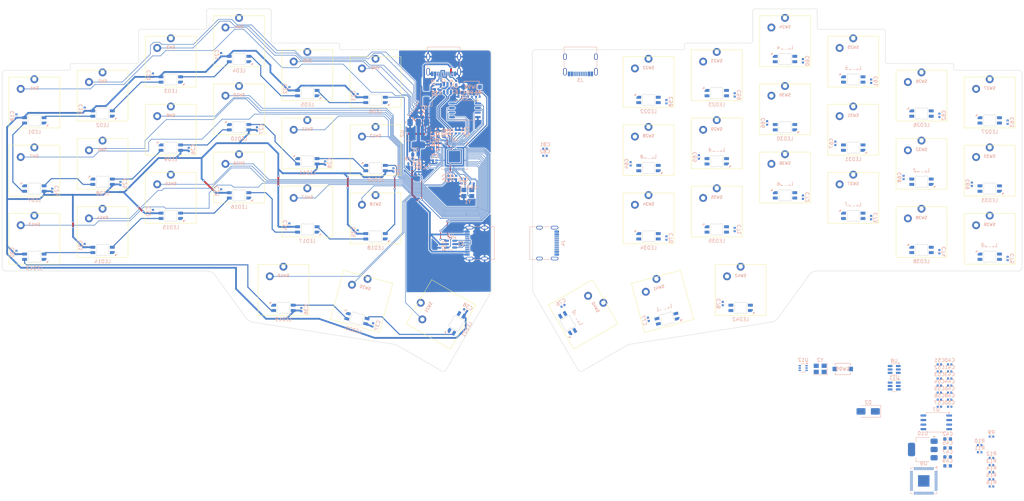
<source format=kicad_pcb>
(kicad_pcb (version 20240108) (generator "pcbnew") (generator_version "8.0")
  (layers (0 "F.Cu" signal) (31 "B.Cu" signal) (34 "B.Paste" user) (35 "F.Paste" user) (36 "B.SilkS" user "B.Silkscreen") (37 "F.SilkS" user "F.Silkscreen") (38 "B.Mask" user) (39 "F.Mask" user) (44 "Edge.Cuts" user))
  (net 0 "")
  (net 1 "GND")
  (net 2 "+5V")
  (net 3 "+3V3")
  (net 4 "+1V1")
  (net 5 "XIN")
  (net 6 "D-")
  (net 8 "D+")
  (net 14 "LED_5_data")
  (net 16 "/LeftSide/USB_DP")
  (net 17 "D_N")
  (net 18 "D_P")
  (net 19 "QSPI_NCS")
  (net 20 "/LeftSide/NCS")
  (net 21 "XOUT")
  (net 22 "SW1")
  (net 23 "SW2")
  (net 24 "SW3")
  (net 25 "SW4")
  (net 26 "SW5")
  (net 27 "SW6")
  (net 28 "SW7")
  (net 29 "SW8")
  (net 30 "SW9")
  (net 31 "SW10")
  (net 32 "SW11")
  (net 33 "SW12")
  (net 34 "SW13")
  (net 35 "SW14")
  (net 36 "SW15")
  (net 37 "SW16")
  (net 38 "SW17")
  (net 39 "SW18")
  (net 40 "SW19")
  (net 41 "SW20")
  (net 42 "SW21")
  (net 43 "RX")
  (net 44 "QSPI_CLK")
  (net 45 "TX")
  (net 47 "QSPI_D0")
  (net 52 "QSPI_D1")
  (net 54 "QSPI_D3")
  (net 55 "QSPI_D2")
  (net 56 "LED_33_data")
  (net 57 "GNDB")
  (net 58 "+1V1B")
  (net 59 "+5VB")
  (net 60 "+3V3B")
  (net 61 "XINB")
  (net 63 "D-_B")
  (net 65 "D+_B")
  (net 70 "LED_5_data_B")
  (net 71 "Net-(LED22-DOUT)")
  (net 72 "Net-(LED23-DOUT)")
  (net 73 "Net-(LED39-DOUT)")
  (net 74 "Net-(LED40-DOUT)")
  (net 75 "Net-(LED24-DOUT)")
  (net 76 "Net-(LED25-DOUT)")
  (net 77 "Net-(LED26-DOUT)")
  (net 78 "Net-(LED27-DOUT)")
  (net 79 "Net-(LED28-DOUT)")
  (net 80 "Net-(LED29-DOUT)")
  (net 81 "Net-(LED30-DOUT)")
  (net 82 "Net-(LED31-DOUT)")
  (net 83 "Net-(LED32-DOUT)")
  (net 84 "Net-(LED33-DOUT)")
  (net 85 "Net-(LED34-DOUT)")
  (net 86 "Net-(LED41-DOUT)")
  (net 87 "Net-(LED35-DOUT)")
  (net 88 "Net-(LED36-DOUT)")
  (net 89 "Net-(LED37-DOUT)")
  (net 90 "Net-(LED38-DOUT)")
  (net 92 "Net-(R9-Pad1)")
  (net 93 "D_N_B")
  (net 94 "/RightSide/USBB_DP")
  (net 95 "D_P_B")
  (net 96 "XOUTB")
  (net 97 "SW22")
  (net 98 "SW23")
  (net 99 "SW24")
  (net 100 "SW25")
  (net 101 "SW26")
  (net 102 "SW27")
  (net 103 "SW28")
  (net 104 "SW29")
  (net 105 "SW30")
  (net 106 "SW31")
  (net 107 "SW32")
  (net 108 "SW33")
  (net 109 "SW34")
  (net 110 "SW35")
  (net 111 "SW36")
  (net 112 "SW37")
  (net 113 "SW38")
  (net 114 "SW39")
  (net 115 "SW40")
  (net 116 "SW41")
  (net 117 "SW42")
  (net 118 "TXB")
  (net 119 "RXB")
  (net 126 "LED_33_data_B")
  (net 129 "LED1IN")
  (net 130 "LED2IN")
  (net 131 "LED3IN")
  (net 132 "LED4IN")
  (net 133 "LED5IN")
  (net 134 "LED7IN")
  (net 135 "LED8IN")
  (net 136 "LED9IN")
  (net 137 "LED10IN")
  (net 138 "LED11IN")
  (net 139 "LED12IN")
  (net 140 "LED18IN")
  (net 141 "LED19IN")
  (net 142 "LED13IN")
  (net 143 "LED14IN")
  (net 144 "LED15IN")
  (net 145 "LED16IN")
  (net 146 "LED17IN")
  (net 147 "LED20IN")
  (net 148 "LED21IN")
  (net 149 "QSPI_NCS_B")
  (net 150 "QSPI_D1_B")
  (net 151 "QSPI_D0_B")
  (net 152 "QSPI_D2_B")
  (net 153 "QSPI_CLK_B")
  (net 154 "QSPI_D3_B")
  (net 155 "QSPI_NCS_B_B")
  (net 156 "/LeftSide/VBUS")
  (net 157 "/RightSide/VBUSB")
  (net 158 "/LeftSide/CC2")
  (net 159 "/LeftSide/CC1")
  (net 160 "/RightSide/CC2B")
  (net 161 "/RightSide/CC1B")
  (net 162 "/LeftSide/USB_DN")
  (net 163 "/RightSide/USBB_DN")
  (net 164 "/LeftSide/RX_IN")
  (net 165 "/LeftSide/TX_IN")
  (net 166 "/RightSide/RXB_IN")
  (net 167 "/RightSide/TXB_IN")
  (net 168 "/LeftSide/CLimit")
  (net 169 "/RightSide/CLimitB")
  (net 170 "/LeftSide/DIR3V3")
  (net 171 "/RightSide/DIR3V3B")
  (footprint "RandomStuff4Keebs:SW_Redragon_LowProfile_PCB_1.00u" (layer "F.Cu") (at 76.2 115.62 180)
    (property "Reference" "SW13")
    (property "Value" "SW_Push")
  )
  (footprint "RandomStuff4Keebs:SW_Redragon_LowProfile_PCB_1.00u" (layer "F.Cu") (at 342.9 77.52 180)
    (property "Reference" "SW27")
    (property "Value" "SW_Push")
  )
  (footprint "RandomStuff4Keebs:SW_Redragon_LowProfile_PCB_1.00u" (layer "F.Cu") (at 171.45 109.905 180)
    (property "Reference" "SW18")
    (property "Value" "SW_Push")
  )
  (footprint "RandomStuff4Keebs:SW_Redragon_LowProfile_PCB_1.00u" (layer "F.Cu") (at 273.3675 129.9075 180)
    (property "Reference" "SW42")
    (property "Value" "SW_Push")
  )
  (footprint "RandomStuff4Keebs:SW_Redragon_LowProfile_PCB_1.00u" (layer "F.Cu") (at 229.399858 136.739259 120)
    (property "Reference" "SW40")
    (property "Value" "SW_Push")
  )
  (footprint "RandomStuff4Keebs:SW_Redragon_LowProfile_PCB_1.00u" (layer "F.Cu") (at 247.65 71.805 180)
    (property "Reference" "SW22")
    (property "Value" "SW_Push")
  )
  (footprint "RandomStuff4Keebs:SW_Redragon_LowProfile_PCB_1.00u" (layer "F.Cu") (at 323.85 75.615 180)
    (property "Reference" "SW26")
    (property "Value" "SW_Push")
  )
  (footprint "RandomStuff4Keebs:SW_Redragon_LowProfile_PCB_1.00u" (layer "F.Cu") (at 266.7 108 180)
    (property "Reference" "SW35")
    (property "Value" "SW_Push")
  )
  (footprint "RandomStuff4Keebs:SW_Redragon_LowProfile_PCB_1.00u" (layer "F.Cu") (at 114.3 66.09 180)
    (property "Reference" "SW3")
    (property "Value" "SW_Push")
  )
  (footprint "RandomStuff4Keebs:SW_Redragon_LowProfile_PCB_1.00u" (layer "F.Cu") (at 76.2 96.57 180)
    (property "Reference" "SW7")
    (property "Value" "SW_Push")
  )
  (footprint "RandomStuff4Keebs:SW_Redragon_LowProfile_PCB_1.00u" (layer "F.Cu") (at 152.4 69.9 180)
    (property "Reference" "SW5")
    (property "Value" "SW_Push")
  )
  (footprint "RandomStuff4Keebs:SW_Redragon_LowProfile_PCB_1.00u" (layer "F.Cu") (at 285.75 60.375 180)
    (property "Reference" "SW24")
    (property "Value" "SW_Push")
  )
  (footprint "RandomStuff4Keebs:SW_Redragon_LowProfile_PCB_1.00u" (layer "F.Cu") (at 76.2 77.52 180)
    (property "Reference" "SW1")
    (property "Value" "SW_Push")
  )
  (footprint "RandomStuff4Keebs:SW_Redragon_LowProfile_PCB_1.00u" (layer "F.Cu") (at 152.4 88.95 180)
    (property "Reference" "SW11")
    (property "Value" "SW_Push")
  )
  (footprint "RandomStuff4Keebs:SW_Redragon_LowProfile_PCB_1.00u" (layer "F.Cu") (at 342.9 96.57 180)
    (property "Reference" "SW33")
    (property "Value" "SW_Push")
  )
  (footprint "RandomStuff4Keebs:SW_Redragon_LowProfile_PCB_1.00u" (layer "F.Cu") (at 304.8 66.09 180)
    (property "Reference" "SW25")
    (property "Value" "SW_Push")
  )
  (footprint "RandomStuff4Keebs:SW_Redragon_LowProfile_PCB_1.00u" (layer "F.Cu") (at 247.65 90.855 180)
    (property "Reference" "SW28")
    (property "Value" "SW_Push")
  )
  (footprint "RandomStuff4Keebs:SW_Redragon_LowProfile_PCB_1.00u" (layer "F.Cu") (at 304.8 85.14 180)
    (property "Reference" "SW31")
    (property "Value" "SW_Push")
  )
  (footprint "RandomStuff4Keebs:SW_Redragon_LowProfile_PCB_1.00u" (layer "F.Cu") (at 189.700142 136.739259 -120)
    (property "Reference" "SW21")
    (property "Value" "SW_Push")
  )
  (footprint "RandomStuff4Keebs:SW_Redragon_LowProfile_PCB_1.00u" (layer "F.Cu") (at 145.7325 129.9075 180)
    (property "Reference" "SW19")
    (property "Value" "SW_Push")
  )
  (footprint "RandomStuff4Keebs:SW_Redragon_LowProfile_PCB_1.00u" (layer "F.Cu") (at 304.8 104.19 180)
    (property "Reference" "SW37")
    (property "Value" "SW_Push")
  )
  (footprint "RandomStuff4Keebs:SW_Redragon_LowProfile_PCB_1.00u" (layer "F.Cu") (at 95.25 75.615 180)
    (property "Reference" "SW2")
    (property "Value" "SW_Push")
  )
  (footprint "RandomStuff4Keebs:SW_Redragon_LowProfile_PCB_1.00u" (layer "F.Cu") (at 285.75 98.475 180)
    (property "Reference" "SW36")
    (property "Value" "SW_Push")
  )
  (footprint "RandomStuff4Keebs:SW_Redragon_LowProfile_PCB_1.00u" (layer "F.Cu") (at 95.25 113.715 180)
    (property "Reference" "SW14")
    (property "Value" "SW_Push")
  )
  (footprint "RandomStuff4Keebs:SW_Redragon_LowProfile_PCB_1.00u" (layer "F.Cu") (at 266.7 69.9 180)
    (property "Reference" "SW23")
    (property "Value" "SW_Push")
  )
  (footprint "RandomStuff4Keebs:SW_Redragon_LowProfile_PCB_1.00u" (layer "F.Cu") (at 285.75 79.425 180)
    (property "Reference" "SW30")
    (property "Value" "SW_Push")
  )
  (footprint "RandomStuff4Keebs:SW_Redragon_LowProfile_PCB_1.00u" (layer "F.Cu") (at 114.3 85.14 180)
    (property "Reference" "SW9")
    (property "Value" "SW_Push")
  )
  (footprint "RandomStuff4Keebs:SW_Redragon_LowProfile_PCB_1.00u" (layer "F.Cu") (at 95.25 94.665 180)
    (property "Reference" "SW8")
    (property "Value" "SW_Push")
  )
  (footprint "RandomStuff4Keebs:SW_Redragon_LowProfile_PCB_1.00u" (layer "F.Cu") (at 133.35 98.475 180)
    (property "Reference" "SW16")
    (property "Value" "SW_Push")
  )
  (footprint "RandomStuff4Keebs:SW_Redragon_LowProfile_PCB_1.00u" (layer "F.Cu") (at 266.7 88.95 180)
    (property "Reference" "SW29")
    (property "Value" "SW_Push")
  )
  (footprint "RandomStuff4Keebs:SW_Redragon_LowProfile_PCB_1.00u" (layer "F.Cu") (at 342.9 115.62 180)
    (property "Reference" "SW39")
    (property "Value" "SW_Push")
  )
  (footprint "RandomStuff4Keebs:SW_Redragon_LowProfile_PCB_1.00u" (layer "F.Cu") (at 247.65 109.905 180)
    (property "Reference" "SW34")
    (property "Value" "SW_Push")
  )
  (footprint "RandomStuff4Keebs:SW_Redragon_LowProfile_PCB_1.00u" (layer "F.Cu") (at 323.85 94.665 180)
    (property "Reference" "SW32")
    (property "Value" "SW_Push")
  )
  (footprint "RandomStuff4Keebs:SW_Redragon_LowProfile_PCB_1.00u" (layer "F.Cu") (at 171.45 90.855 180)
    (property "Reference" "SW12")
    (property "Value" "SW_Push")
  )
  (footprint "RandomStuff4Keebs:SW_Redragon_LowProfile_PCB_1.00u" (layer "F.Cu") (at 167.552446 133.105655 165)
    (property "Reference" "SW20")
    (property "Value" "SW_Push")
  )
  (footprint "RandomStuff4Keebs:SW_Redragon_LowProfile_PCB_1.00u" (layer "F.Cu") (at 251.547554 133.105655 -165)
    (property "Reference" "SW41")
    (property "Value" "SW_Push")
  )
  (footprint "RandomStuff4Keebs:SW_Redragon_LowProfile_PCB_1.00u" (layer "F.Cu") (at 114.3 104.19 180)
    (property "Reference" "SW15")
    (property "Value" "SW_Push")
  )
  (footprint "RandomStuff4Keebs:SW_Redragon_LowProfile_PCB_1.00u" (layer "F.Cu") (at 323.85 113.715 180)
    (property "Reference" "SW38")
    (property "Value" "SW_Push")
  )
  (footprint "RandomStuff4Keebs:SW_Redragon_LowProfile_PCB_1.00u" (layer "F.Cu") (at 133.35 79.425 180)
    (property "Reference" "SW10")
    (property "Value" "SW_Push")
  )
  (footprint "RandomStuff4Keebs:SW_Redragon_LowProfile_PCB_1.00u" (layer "F.Cu") (at 171.45 71.805 180)
    (property "Reference" "SW6")
    (property "Value" "SW_Push")
  )
  (footprint "RandomStuff4Keebs:SW_Redragon_LowProfile_PCB_1.00u" (layer "F.Cu") (at 133.35 60.375 180)
    (property "Reference" "SW4")
    (property "Value" "SW_Push")
  )
  (footprint "RandomStuff4Keebs:SW_Redragon_LowProfile_PCB_1.00u" (layer "F.Cu") (at 152.4 108 180)
    (property "Reference" "SW17")
    (property "Value" "SW_Push")
  )
  (footprint "PCM_marbastlib-various:LED_6028R" (layer "B.Cu") (at 145.7325 134.9075)
    (property "Reference" "LED19")
    (property "Value" "SK6812MINI-E")
    (fp_line (start -1.699999 -0.702841) (end -1.699999 0.702843) (stroke (width 0.1)) (layer "Edge.Cuts"))
    (fp_line (start -0.794453 1.5) (end 0.794452 1.5) (stroke (width 0.1)) (layer "Edge.Cuts"))
    (fp_line (start 0.794452 -1.499999) (end -0.794452 -1.499999) (stroke (width 0.1)) (layer "Edge.Cuts"))
    (fp_line (start 1.699999 0.702843) (end 1.699999 -0.702841) (stroke (width 0.1)) (layer "Edge.Cuts"))
    (fp_arc (start -1.749484 -0.919719) (mid -1.712527 -0.814067) (end -1.699999 -0.702841) (stroke (width 0.1)) (layer "Edge.Cuts"))
    (fp_arc (start -1.749484 -0.919718) (mid -1.638072 -1.504034) (end -1.046711 -1.568298) (stroke (width 0.1)) (layer "Edge.Cuts"))
    (fp_arc (start -1.699999 0.702844) (mid -1.712527 0.814069) (end -1.749484 0.919721) (stroke (width 0.1)) (layer "Edge.Cuts"))
    (fp_arc (start -1.046711 1.568299) (mid -1.63807 1.504035) (end -1.749484 0.919721) (stroke (width 0.1)) (layer "Edge.Cuts"))
    (fp_arc (start -1.046711 1.568299) (mid -0.925123 1.517377) (end -0.794453 1.5) (stroke (width 0.1)) (layer "Edge.Cuts"))
    (fp_arc (start -0.794452 -1.499999) (mid -0.925123 -1.517376) (end -1.046711 -1.568298) (stroke (width 0.1)) (layer "Edge.Cuts"))
    (fp_arc (start 0.794453 1.500001) (mid 0.925123 1.517378) (end 1.046711 1.5683) (stroke (width 0.1)) (layer "Edge.Cuts"))
    (fp_arc (start 1.04671 -1.568298) (mid 0.925122 -1.517376) (end 0.794452 -1.499999) (stroke (width 0.1)) (layer "Edge.Cuts"))
    (fp_arc (start 1.046711 -1.568296) (mid 1.638069 -1.504034) (end 1.749484 -0.919719) (stroke (width 0.1)) (layer "Edge.Cuts"))
    (fp_arc (start 1.699999 -0.702842) (mid 1.712522 -0.814068) (end 1.749484 -0.919719) (stroke (width 0.1)) (layer "Edge.Cuts"))
    (fp_arc (start 1.749484 0.919721) (mid 1.638072 1.504036) (end 1.046711 1.5683) (stroke (width 0.1)) (layer "Edge.Cuts"))
    (fp_arc (start 1.749484 0.919721) (mid 1.71254 0.814067) (end 1.699999 0.702843) (stroke (width 0.1)) (layer "Edge.Cuts"))
  )
  (footprint "Diode_SMD:D_SMA" (layer "B.Cu") (at 308.97 163.84 180)
    (property "Reference" "D2")
    (property "Value" "SS14")
  )
  (footprint "Package_TO_SOT_SMD:SOT-23-6" (layer "B.Cu") (at 316.23 152.125 180)
    (property "Reference" "U8")
    (property "Value" "USBLC6-2SC6")
  )
  (footprint "Capacitor_SMD:C_0402_1005Metric" (layer "B.Cu") (at 176.45 96.355 -90)
    (property "Reference" "C29")
    (property "Value" "100n")
  )
  (footprint "Capacitor_SMD:C_0402_1005Metric" (layer "B.Cu") (at 309.8 109.69 -90)
    (property "Reference" "C73")
    (property "Value" "100n")
  )
  (footprint "Resistor_SMD:R_0402_1005Metric" (layer "B.Cu") (at 343.39 170.88 180)
    (property "Reference" "R9")
    (property "Value" "1k")
  )
  (footprint "Capacitor_SMD:C_0402_1005Metric" (layer "B.Cu") (at 198.38 100.13)
    (property "Reference" "C17")
    (property "Value" "15p")
  )
  (footprint "Resistor_SMD:R_0402_1005Metric" (layer "B.Cu") (at 182.6 94.01 90)
    (property "Reference" "R8")
    (property "Value" "10k")
  )
  (footprint "Capacitor_SMD:C_0603_1608Metric" (layer "B.Cu") (at 331.15 176.56 180)
    (property "Reference" "C47")
    (property "Value" "1u")
  )
  (footprint "PCM_marbastlib-various:LED_6028R" (layer "B.Cu") (at 304.8 90.14 180)
    (property "Reference" "LED31")
    (property "Value" "SK6812MINI-E")
    (fp_line (start 1.699999 0.702843) (end 1.699999 -0.702841) (stroke (width 0.1)) (layer "Edge.Cuts"))
    (fp_line (start 0.794452 -1.499999) (end -0.794452 -1.499999) (stroke (width 0.1)) (layer "Edge.Cuts"))
    (fp_line (start -0.794453 1.5) (end 0.794452 1.5) (stroke (width 0.1)) (layer "Edge.Cuts"))
    (fp_line (start -1.699999 -0.702841) (end -1.699999 0.702843) (stroke (width 0.1)) (layer "Edge.Cuts"))
    (fp_arc (start 1.749484 0.919721) (mid 1.71254 0.814067) (end 1.699999 0.702843) (stroke (width 0.1)) (layer "Edge.Cuts"))
    (fp_arc (start 1.749484 0.919721) (mid 1.638072 1.504036) (end 1.046711 1.5683) (stroke (width 0.1)) (layer "Edge.Cuts"))
    (fp_arc (start 1.699999 -0.702842) (mid 1.712522 -0.814068) (end 1.749484 -0.919719) (stroke (width 0.1)) (layer "Edge.Cuts"))
    (fp_arc (start 1.046711 -1.568296) (mid 1.638069 -1.504034) (end 1.749484 -0.919719) (stroke (width 0.1)) (layer "Edge.Cuts"))
    (fp_arc (start 1.04671 -1.568298) (mid 0.925122 -1.517376) (end 0.794452 -1.499999) (stroke (width 0.1)) (layer "Edge.Cuts"))
    (fp_arc (start 0.794453 1.500001) (mid 0.925123 1.517378) (end 1.046711 1.5683) (stroke (width 0.1)) (layer "Edge.Cuts"))
    (fp_arc (start -0.794452 -1.499999) (mid -0.925123 -1.517376) (end -1.046711 -1.568298) (stroke (width 0.1)) (layer "Edge.Cuts"))
    (fp_arc (start -1.046711 1.568299) (mid -0.925123 1.517377) (end -0.794453 1.5) (stroke (width 0.1)) (layer "Edge.Cuts"))
    (fp_arc (start -1.046711 1.568299) (mid -1.63807 1.504035) (end -1.749484 0.919721) (stroke (width 0.1)) (layer "Edge.Cuts"))
    (fp_arc (start -1.699999 0.702844) (mid -1.712527 0.814069) (end -1.749484 0.919721) (stroke (width 0.1)) (layer "Edge.Cuts"))
    (fp_arc (start -1.749484 -0.919718) (mid -1.638072 -1.504034) (end -1.046711 -1.568298) (stroke (width 0.1)) (layer "Edge.Cuts"))
    (fp_arc (start -1.749484 -0.919719) (mid -1.712527 -0.814067) (end -1.699999 -0.702841) (stroke (width 0.1)) (layer "Edge.Cuts"))
  )
  (footprint "Package_SO:SOIC-8_5.23x5.23mm_P1.27mm" (layer "B.Cu") (at 196.39 79.7 180)
    (property "Reference" "U3")
    (property "Value" "W25Q128JVS")
  )
  (footprint "Capacitor_SMD:C_0402_1005Metric" (layer "B.Cu") (at 90.25 117.515 -90)
    (property "Reference" "C31")
    (property "Value" "100n")
  )
  (footprint "Capacitor_SMD:C_0402_1005Metric" (layer "B.Cu") (at 268.3675 133.7075 -90)
    (property "Reference" "C78")
    (property "Value" "100n")
  )
  (footprint "Capacitor_SMD:C_0603_1608Metric" (layer "B.Cu") (at 331.15 171.54 180)
    (property "Reference" "C42")
    (property "Value" "1u")
  )
  (footprint "Capacitor_SMD:C_0402_1005Metric" (layer "B.Cu") (at 271.7 113.02 -90)
    (property "Reference" "C71")
    (property "Value" "100n")
  )
  (footprint "Capacitor_SMD:C_0402_1005Metric" (layer "B.Cu") (at 71.2 119.42 -90)
    (property "Reference" "C30")
    (property "Value" "100n")
  )
  (footprint "Capacitor_SMD:C_0402_1005Metric" (layer "B.Cu") (at 331.72 162.53 180)
    (property "Reference" "C50")
    (property "Value" "100n")
  )
  (footprint "Capacitor_SMD:C_0402_1005Metric" (layer "B.Cu") (at 261.7 92.75 -90)
    (property "Reference" "C65")
    (property "Value" "100n")
  )
  (footprint "Capacitor_SMD:C_0402_1005Metric" (layer "B.Cu") (at 119.3 90.64 -90)
    (property "Reference" "C26")
    (property "Value" "100n")
  )
  (footprint "PCM_marbastlib-various:LED_6028R" (layer "B.Cu") (at 342.9 101.57 180)
    (property "Reference" "LED33")
    (property "Value" "SK6812MINI-E")
    (fp_line (start 1.699999 0.702843) (end 1.699999 -0.702841) (stroke (width 0.1)) (layer "Edge.Cuts"))
    (fp_line (start 0.794452 -1.499999) (end -0.794452 -1.499999) (stroke (width 0.1)) (layer "Edge.Cuts"))
    (fp_line (start -0.794452 1.5) (end 0.794452 1.5) (stroke (width 0.1)) (layer "Edge.Cuts"))
    (fp_line (start -1.699999 -0.702841) (end -1.699999 0.702843) (stroke (width 0.1)) (layer "Edge.Cuts"))
    (fp_arc (start 1.749484 0.919721) (mid 1.71254 0.814067) (end 1.699999 0.702843) (stroke (width 0.1)) (layer "Edge.Cuts"))
    (fp_arc (start 1.749484 0.919721) (mid 1.638072 1.504036) (end 1.046711 1.5683) (stroke (width 0.1)) (layer "Edge.Cuts"))
    (fp_arc (start 1.699998 -0.702842) (mid 1.712518 -0.81407) (end 1.749484 -0.919719) (stroke (width 0.1)) (layer "Edge.Cuts"))
    (fp_arc (start 1.046711 -1.568296) (mid 1.638069 -1.504034) (end 1.749484 -0.919719) (stroke (width 0.1)) (layer "Edge.Cuts"))
    (fp_arc (start 1.04671 -1.568298) (mid 0.925122 -1.517376) (end 0.794452 -1.499999) (stroke (width 0.1)) (layer "Edge.Cuts"))
    (fp_arc (start 0.794453 1.500001) (mid 0.925123 1.517378) (end 1.046711 1.5683) (stroke (width 0.1)) (layer "Edge.Cuts"))
    (fp_arc (start -0.794452 -1.499999) (mid -0.925122 -1.517376) (end -1.046711 -1.568297) (stroke (width 0.1)) (layer "Edge.Cuts"))
    (fp_arc (start -1.046711 1.568299) (mid -0.925123 1.517376) (end -0.794452 1.5) (stroke (width 0.1)) (layer "Edge.Cuts"))
    (fp_arc (start -1.046711 1.568299) (mid -1.63807 1.504035) (end -1.749484 0.919721) (stroke (width 0.1)) (layer "Edge.Cuts"))
    (fp_arc (start -1.699999 0.702844) (mid -1.712527 0.814069) (end -1.749484 0.919721) (stroke (width 0.1)) (layer "Edge.Cuts"))
    (fp_arc (start -1.749484 -0.919718) (mid -1.638073 -1.504035) (end -1.046711 -1.568297) (stroke (width 0.1)) (layer "Edge.Cuts"))
    (fp_arc (start -1.749484 -0.919719) (mid -1.712527 -0.814067) (end -1.699999 -0.702841) (stroke (width 0.1)) (layer "Edge.Cuts"))
  )
  (footprint "Package_TO_SOT_SMD:SOT-223-3_TabPin2" (layer "B.Cu") (at 183.39 86.23 -90)
    (property "Reference" "U2")
    (property "Value" "TLV1117-33")
  )
  (footprint "Capacitor_SMD:C_0402_1005Metric" (layer "B.Cu") (at 331.72 154.65 180)
    (property "Reference" "C43")
    (property "Value" "100n")
  )
  (footprint "Resistor_SMD:R_0402_1005Metric" (layer "B.Cu") (at 197.81 75.91 180)
    (property "Reference" "R5")
    (property "Value" "10k")
  )
  (footprint "Capacitor_SMD:C_0402_1005Metric" (layer "B.Cu") (at 218.75 90.43 180)
    (property "Reference" "C81")
    (property "Value" "100n")
  )
  (footprint "Capacitor_SMD:C_0402_1005Metric" (layer "B.Cu") (at 328.85 158.59 180)
    (property "Reference" "C55")
    (property "Value" "15p")
  )
  (footprint "Connector_USB:USB_C_Receptacle_G-Switch_GT-USB-7010ASV" (layer "B.Cu") (at 200.8 116.805 -90)
    (property "Reference" "J2")
    (property "Value" "USB_C_Receptacle_USB2.0_16P")
  )
  (footprint "PCM_marbastlib-various:LED_6028R" (layer "B.Cu") (at 247.65 114.905)
    (property "Reference" "LED34")
    (property "Value" "SK6812MINI-E")
    (fp_line (start -1.699999 -0.702841) (end -1.699999 0.702843) (stroke (width 0.1)) (layer "Edge.Cuts"))
    (fp_line (start -0.794453 1.5) (end 0.794452 1.5) (stroke (width 0.1)) (layer "Edge.Cuts"))
    (fp_line (start 0.794452 -1.499999) (end -0.794452 -1.499999) (stroke (width 0.1)) (layer "Edge.Cuts"))
    (fp_line (start 1.699999 0.702843) (end 1.699999 -0.702841) (stroke (width 0.1)) (layer "Edge.Cuts"))
    (fp_arc (start -1.749484 -0.919719) (mid -1.712527 -0.814067) (end -1.699999 -0.702841) (stroke (width 0.1)) (layer "Edge.Cuts"))
    (fp_arc (start -1.749484 -0.919718) (mid -1.638072 -1.504034) (end -1.046711 -1.568298) (stroke (width 0.1)) (layer "Edge.Cuts"))
    (fp_arc (start -1.699999 0.702844) (mid -1.712527 0.814069) (end -1.749484 0.919721) (stroke (width 0.1)) (layer "Edge.Cuts"))
    (fp_arc (start -1.046711 1.568299) (mid -1.63807 1.504035) (end -1.749484 0.919721) (stroke (width 0.1)) (layer "Edge.Cuts"))
    (fp_arc (start -1.046711 1.568299) (mid -0.925123 1.517377) (end -0.794453 1.5) (stroke (width 0.1)) (layer "Edge.Cuts"))
    (fp_arc (start -0.794452 -1.499999) (mid -0.925123 -1.517376) (end -1.046711 -1.568298) (stroke (width 0.1)) (layer "Edge.Cuts"))
    (fp_arc (start 0.794453 1.500001) (mid 0.925123 1.517378) (end 1.046711 1.5683) (stroke (width 0.1)) (layer "Edge.Cuts"))
    (fp_arc (start 1.04671 -1.568298) (mid 0.925122 -1.517376) (end 0.794452 -1.499999) (stroke (width 0.1)) (layer "Edge.Cuts"))
    (fp_arc (start 1.046711 -1.568296) (mid 1.638069 -1.504034) (end 1.749484 -0.919719) (stroke (width 0.1)) (layer "Edge.Cuts"))
    (fp_arc (start 1.699999 -0.702842) (mid 1.712522 -0.814068) (end 1.749484 -0.919719) (stroke (width 0.1)) (layer "Edge.Cuts"))
    (fp_arc (start 1.749484 0.919721) (mid 1.638072 1.504036) (end 1.046711 1.5683) (stroke (width 0.1)) (layer "Edge.Cuts"))
    (fp_arc (start 1.749484 0.919721) (mid 1.71254 0.814067) (end 1.699999 0.702843) (stroke (width 0.1)) (layer "Edge.Cuts"))
  )
  (footprint "PCM_marbastlib-various:LED_6028R" (layer "B.Cu") (at 133.35 65.375 180)
    (property "Reference" "LED4")
    (property "Value" "SK6812MINI-E")
    (fp_line (start 1.699999 0.702843) (end 1.699999 -0.702841) (stroke (width 0.1)) (layer "Edge.Cuts"))
    (fp_line (start 0.794452 -1.499999) (end -0.794452 -1.499999) (stroke (width 0.1)) (layer "Edge.Cuts"))
    (fp_line (start -0.794453 1.5) (end 0.794452 1.5) (stroke (width 0.1)) (layer "Edge.Cuts"))
    (fp_line (start -1.699999 -0.702841) (end -1.699999 0.702843) (stroke (width 0.1)) (layer "Edge.Cuts"))
    (fp_arc (start 1.749484 0.919721) (mid 1.71254 0.814067) (end 1.699999 0.702843) (stroke (width 0.1)) (layer "Edge.Cuts"))
    (fp_arc (start 1.749484 0.919721) (mid 1.638072 1.504036) (end 1.046711 1.5683) (stroke (width 0.1)) (layer "Edge.Cuts"))
    (fp_arc (start 1.699999 -0.702842) (mid 1.712522 -0.814068) (end 1.749484 -0.919719) (stroke (width 0.1)) (layer "Edge.Cuts"))
    (fp_arc (start 1.046711 -1.568296) (mid 1.638069 -1.504034) (end 1.749484 -0.919719) (stroke (width 0.1)) (layer "Edge.Cuts"))
    (fp_arc (start 1.04671 -1.568298) (mid 0.925122 -1.517376) (end 0.794452 -1.499999) (stroke (width 0.1)) (layer "Edge.Cuts"))
    (fp_arc (start 0.794453 1.500001) (mid 0.925123 1.517378) (end 1.046711 1.5683) (stroke (width 0.1)) (layer "Edge.Cuts"))
    (fp_arc (start -0.794452 -1.499999) (mid -0.925123 -1.517376) (end -1.046711 -1.568298) (stroke (width 0.1)) (layer "Edge.Cuts"))
    (fp_arc (start -1.046711 1.568299) (mid -0.925123 1.517377) (end -0.794453 1.5) (stroke (width 0.1)) (layer "Edge.Cuts"))
    (fp_arc (start -1.046711 1.568299) (mid -1.63807 1.504035) (end -1.749484 0.919721) (stroke (width 0.1)) (layer "Edge.Cuts"))
    (fp_arc (start -1.699999 0.702844) (mid -1.712527 0.814069) (end -1.749484 0.919721) (stroke (width 0.1)) (layer "Edge.Cuts"))
    (fp_arc (start -1.749484 -0.919718) (mid -1.638072 -1.504034) (end -1.046711 -1.568298) (stroke (width 0.1)) (layer "Edge.Cuts"))
    (fp_arc (start -1.749484 -0.919719) (mid -1.712527 -0.814067) (end -1.699999 -0.702841) (stroke (width 0.1)) (layer "Edge.Cuts"))
  )
  (footprint "Capacitor_SMD:C_0402_1005Metric" (layer "B.Cu") (at 290.75 65.875 -90)
    (property "Reference" "C60")
    (property "Value" "100n")
  )
  (footprint "Resistor_SMD:R_0402_1005Metric" (layer "B.Cu") (at 343.39 176.85 180)
    (property "Reference" "R12")
    (property "Value" "10k")
  )
  (footprint "PCM_marbastlib-various:LED_6028R" (layer "B.Cu") (at 285.75 84.425 180)
    (property "Reference" "LED30")
    (property "Value" "SK6812MINI-E")
    (fp_line (start 1.699999 0.702843) (end 1.699999 -0.702841) (stroke (width 0.1)) (layer "Edge.Cuts"))
    (fp_line (start 0.794452 -1.499999) (end -0.794452 -1.499999) (stroke (width 0.1)) (layer "Edge.Cuts"))
    (fp_line (start -0.794453 1.5) (end 0.794452 1.5) (stroke (width 0.1)) (layer "Edge.Cuts"))
    (fp_line (start -1.699999 -0.702841) (end -1.699999 0.702843) (stroke (width 0.1)) (layer "Edge.Cuts"))
    (fp_arc (start 1.749484 0.919721) (mid 1.71254 0.814067) (end 1.699999 0.702843) (stroke (width 0.1)) (layer "Edge.Cuts"))
    (fp_arc (start 1.749484 0.919721) (mid 1.638072 1.504036) (end 1.046711 1.5683) (stroke (width 0.1)) (layer "Edge.Cuts"))
    (fp_arc (start 1.699999 -0.702842) (mid 1.712522 -0.814068) (end 1.749484 -0.919719) (stroke (width 0.1)) (layer "Edge.Cuts"))
    (fp_arc (start 1.046711 -1.568296) (mid 1.638069 -1.504034) (end 1.749484 -0.919719) (stroke (width 0.1)) (layer "Edge.Cuts"))
    (fp_arc (start 1.04671 -1.568298) (mid 0.925122 -1.517376) (end 0.794452 -1.499999) (stroke (width 0.1)) (layer "Edge.Cuts"))
    (fp_arc (start 0.794453 1.500001) (mid 0.925123 1.517378) (end 1.046711 1.5683) (stroke (width 0.1)) (layer "Edge.Cuts"))
    (fp_arc (start -0.794452 -1.499999) (mid -0.925123 -1.517376) (end -1.046711 -1.568298) (stroke (width 0.1)) (layer "Edge.Cuts"))
    (fp_arc (start -1.046711 1.568299) (mid -0.925123 1.517377) (end -0.794453 1.5) (stroke (width 0.1)) (layer "Edge.Cuts"))
    (fp_arc (start -1.046711 1.568299) (mid -1.63807 1.504035) (end -1.749484 0.919721) (stroke (width 0.1)) (layer "Edge.Cuts"))
    (fp_arc (start -1.699999 0.702844) (mid -1.712527 0.814069) (end -1.749484 0.919721) (stroke (width 0.1)) (layer "Edge.Cuts"))
    (fp_arc (start -1.749484 -0.919718) (mid -1.638072 -1.504034) (end -1.046711 -1.568298) (stroke (width 0.1)) (layer "Edge.Cuts"))
    (fp_arc (start -1.749484 -0.919719) (mid -1.712527 -0.814067) (end -1.699999 -0.702841) (stroke (width 0.1)) (layer "Edge.Cuts"))
  )
  (footprint "Capacitor_SMD:C_0402_1005Metric" (layer "B.Cu") (at 193.94 98.49 -90)
    (property "Reference" "C5")
    (property "Value" "100n")
  )
  (footprint "PCM_marbastlib-various:LED_6028R" (layer "B.Cu") (at 152.4 113 180)
    (property "Reference" "LED17")
    (property "Value" "SK6812MINI-E")
    (fp_line (start 1.699999 0.702843) (end 1.699999 -0.702841) (stroke (width 0.1)) (layer "Edge.Cuts"))
    (fp_line (start 0.794452 -1.499999) (end -0.794452 -1.499999) (stroke (width 0.1)) (layer "Edge.Cuts"))
    (fp_line (start -0.794453 1.5) (end 0.794452 1.5) (stroke (width 0.1)) (layer "Edge.Cuts"))
    (fp_line (start -1.699999 -0.702841) (end -1.699999 0.702843) (stroke (width 0.1)) (layer "Edge.Cuts"))
    (fp_arc (start 1.749484 0.919721) (mid 1.71254 0.814067) (end 1.699999 0.702843) (stroke (width 0.1)) (layer "Edge.Cuts"))
    (fp_arc (start 1.749484 0.919721) (mid 1.638072 1.504036) (end 1.046711 1.5683) (stroke (width 0.1)) (layer "Edge.Cuts"))
    (fp_arc (start 1.699999 -0.702842) (mid 1.712522 -0.814068) (end 1.749484 -0.919719) (stroke (width 0.1)) (layer "Edge.Cuts"))
    (fp_arc (start 1.046711 -1.568296) (mid 1.638069 -1.504034) (end 1.749484 -0.919719) (stroke (width 0.1)) (layer "Edge.Cuts"))
    (fp_arc (start 1.04671 -1.568298) (mid 0.925122 -1.517376) (end 0.794452 -1.499999) (stroke (width 0.1)) (layer "Edge.Cuts"))
    (fp_arc (start 0.794453 1.500001) (mid 0.925123 1.517378) (end 1.046711 1.5683) (stroke (width 0.1)) (layer "Edge.Cuts"))
    (fp_arc (start -0.794452 -1.499999) (mid -0.925123 -1.517376) (end -1.046711 -1.568298) (stroke (width 0.1)) (layer "Edge.Cuts"))
    (fp_arc (start -1.046711 1.568299) (mid -0.925123 1.517377) (end -0.794453 1.5) (stroke (width 0.1)) (layer "Edge.Cuts"))
    (fp_arc (start -1.046711 1.568299) (mid -1.63807 1.504035) (end -1.749484 0.919721) (stroke (width 0.1)) (layer "Edge.Cuts"))
    (fp_arc (start -1.699999 0.702844) (mid -1.712527 0.814069) (end -1.749484 0.919721) (stroke (width 0.1)) (layer "Edge.Cuts"))
    (fp_arc (start -1.749484 -0.919718) (mid -1.638072 -1.504034) (end -1.046711 -1.568298) (stroke (width 0.1)) (layer "Edge.Cuts"))
    (fp_arc (start -1.749484 -0.919719) (mid -1.712527 -0.814067) (end -1.699999 -0.702841) (stroke (width 0.1)) (layer "Edge.Cuts"))
  )
  (footprint "PCM_marbastlib-various:LED_6028R" (layer "B.Cu") (at 266.7 93.95 180)
    (property "Reference" "LED29")
    (property "Value" "SK6812MINI-E")
    (fp_line (start 1.699999 0.702843) (end 1.699999 -0.702841) (stroke (width 0.1)) (layer "Edge.Cuts"))
    (fp_line (start 0.794452 -1.499999) (end -0.794452 -1.499999) (stroke (width 0.1)) (layer "Edge.Cuts"))
    (fp_line (start -0.794453 1.5) (end 0.794452 1.5) (stroke (width 0.1)) (layer "Edge.Cuts"))
    (fp_line (start -1.699999 -0.702841) (end -1.699999 0.702843) (stroke (width 0.1)) (layer "Edge.Cuts"))
    (fp_arc (start 1.749484 0.919721) (mid 1.71254 0.814067) (end 1.699999 0.702843) (stroke (width 0.1)) (layer "Edge.Cuts"))
    (fp_arc (start 1.749484 0.919721) (mid 1.638072 1.504036) (end 1.046711 1.5683) (stroke (width 0.1)) (layer "Edge.Cuts"))
    (fp_arc (start 1.699999 -0.702842) (mid 1.712522 -0.814068) (end 1.749484 -0.919719) (stroke (width 0.1)) (layer "Edge.Cuts"))
    (fp_arc (start 1.046711 -1.568296) (mid 1.638069 -1.504034) (end 1.749484 -0.919719) (stroke (width 0.1)) (layer "Edge.Cuts"))
    (fp_arc (start 1.04671 -1.568298) (mid 0.925122 -1.517376) (end 0.794452 -1.499999) (stroke (width 0.1)) (layer "Edge.Cuts"))
    (fp_arc (start 0.794453 1.500001) (mid 0.925123 1.517378) (end 1.046711 1.5683) (stroke (width 0.1)) (layer "Edge.Cuts"))
    (fp_arc (start -0.794452 -1.499999) (mid -0.925123 -1.517376) (end -1.046711 -1.568298) (stroke (width 0.1)) (layer "Edge.Cuts"))
    (fp_arc (start -1.046711 1.568299) (mid -0.925123 1.517377) (end -0.794453 1.5) (stroke (width 0.1)) (layer "Edge.Cuts"))
    (fp_arc (start -1.046711 1.568299) (mid -1.63807 1.504035) (end -1.749484 0.919721) (stroke (width 0.1)) (layer "Edge.Cuts"))
    (fp_arc (start -1.699999 0.702844) (mid -1.712527 0.814069) (end -1.749484 0.919721) (stroke (width 0.1)) (layer "Edge.Cuts"))
    (fp_arc (start -1.749484 -0.919718) (mid -1.638072 -1.504034) (end -1.046711 -1.568298) (stroke (width 0.1)) (layer "Edge.Cuts"))
    (fp_arc (start -1.749484 -0.919719) (mid -1.712527 -0.814067) (end -1.699999 -0.702841) (stroke (width 0.1)) (layer "Edge.Cuts"))
  )
  (footprint "Resistor_SMD:R_0402_1005Metric" (layer "B.Cu") (at 340.09 175.24 180)
    (property "Reference" "R11")
    (property "Value" "27")
  )
  (footprint "Capacitor_SMD:C_0402_1005Metric" (layer "B.Cu") (at 280.75 83.225 -90)
    (property "Reference" "C66")
    (property "Value" "100n")
  )
  (footprint "Capacitor_SMD:C_0402_1005Metric" (layer "B.Cu") (at 188.5 73.79)
    (property "Reference" "C15")
    (property "Value" "100n")
  )
  (footprint "Package_TO_SOT_SMD:SOT-363_SC-70-6" (layer "B.Cu") (at 182.6 96.9 180)
    (property "Reference" "U6")
    (property "Value" "SN74LVC1T45DCK")
  )
  (footprint "Resistor_SMD:R_0402_1005Metric" (layer "B.Cu") (at 340.09 173.25 180)
    (property "Reference" "R10")
    (property "Value" "27")
  )
  (footprint "PCM_marbastlib-various:LED_6028R" (layer "B.Cu") (at 194.030269 139.239259 60)
    (property "Reference" "LED21")
    (property "Value" "SK6812MINI-E")
    (fp_line (start -1.699999 -0.702841) (end -1.699999 0.702843) (stroke (width 0.1)) (layer "Edge.Cuts"))
    (fp_line (start 0.794452 -1.499999) (end -0.794452 -1.499999) (stroke (width 0.1)) (layer "Edge.Cuts"))
    (fp_line (start -0.794453 1.500001) (end 0.794452 1.5) (stroke (width 0.1)) (layer "Edge.Cuts"))
    (fp_line (start 1.699999 0.702843) (end 1.699999 -0.702841) (stroke (width 0.1)) (layer "Edge.Cuts"))
    (fp_arc (start -0.794452 -1.499999) (mid -0.925123 -1.517374) (end -1.046711 -1.568297) (stroke (width 0.1)) (layer "Edge.Cuts"))
    (fp_arc (start -1.749484 -0.919719) (mid -1.712527 -0.814067) (end -1.699999 -0.702841) (stroke (width 0.1)) (layer "Edge.Cuts"))
    (fp_arc (start -1.749484 -0.919718) (mid -1.638075 -1.504036) (end -1.046711 -1.568297) (stroke (width 0.1)) (layer "Edge.Cuts"))
    (fp_arc (start 1.04671 -1.568298) (mid 0.925121 -1.517377) (end 0.794452 -1.499999) (stroke (width 0.1)) (layer "Edge.Cuts"))
    (fp_arc (start 1.046711 -1.568296) (mid 1.63807 -1.504034) (end 1.749484 -0.919719) (stroke (width 0.1)) (layer "Edge.Cuts"))
    (fp_arc (start -1.699999 0.702844) (mid -1.712527 0.814069) (end -1.749484 0.919721) (stroke (width 0.1)) (layer "Edge.Cuts"))
    (fp_arc (start 1.699999 -0.702843) (mid 1.712522 -0.814069) (end 1.749484 -0.919719) (stroke (width 0.1)) (layer "Edge.Cuts"))
    (fp_arc (start -1.046711 1.568299) (mid -1.63807 1.504035) (end -1.749484 0.919721) (stroke (width 0.1)) (layer "Edge.Cuts"))
    (fp_arc (start -1.046711 1.568299) (mid -0.925124 1.517377) (end -0.794453 1.500001) (stroke (width 0.1)) (layer "Edge.Cuts"))
    (fp_arc (start 1.749484 0.919721) (mid 1.712509 0.814073) (end 1.699999 0.702843) (stroke (width 0.1)) (layer "Edge.Cuts"))
    (fp_arc (start 1.749484 0.919721) (mid 1.638071 1.504036) (end 1.046711 1.5683) (stroke (width 0.1)) (layer "Edge.Cuts"))
    (fp_arc (start 0.794453 1.500001) (mid 0.925123 1.517378) (end 1.046711 1.5683) (stroke (width 0.1)) (layer "Edge.Cuts"))
  )
  (footprint "Capacitor_SMD:C_0402_1005Metric" (layer "B.Cu") (at 188.16 90.05 180)
    (property "Reference" "C8")
    (property "Value" "100n")
  )
  (footprint "PCM_marbastlib-various:LED_6028R" (layer "B.Cu") (at 171.45 114.905 180)
    (property "Reference" "LED18")
    (property "Value" "SK6812MINI-E")
    (fp_line (start 1.699999 0.702843) (end 1.699999 -0.702841) (stroke (width 0.1)) (layer "Edge.Cuts"))
    (fp_line (start 0.794452 -1.499999) (end -0.794452 -1.499999) (stroke (width 0.1)) (layer "Edge.Cuts"))
    (fp_line (start -0.794453 1.5) (end 0.794452 1.5) (stroke (width 0.1)) (layer "Edge.Cuts"))
    (fp_line (start -1.699999 -0.702841) (end -1.699999 0.702843) (stroke (width 0.1)) (layer "Edge.Cuts"))
    (fp_arc (start 1.749484 0.919721) (mid 1.71254 0.814067) (end 1.699999 0.702843) (stroke (width 0.1)) (layer "Edge.Cuts"))
    (fp_arc (start 1.749484 0.919721) (mid 1.638072 1.504036) (end 1.046711 1.5683) (stroke (width 0.1)) (layer "Edge.Cuts"))
    (fp_arc (start 1.699999 -0.702842) (mid 1.712522 -0.814068) (end 1.749484 -0.919719) (stroke (width 0.1)) (layer "Edge.Cuts"))
    (fp_arc (start 1.046711 -1.568296) (mid 1.638069 -1.504034) (end 1.749484 -0.919719) (stroke (width 0.1)) (layer "Edge.Cuts"))
    (fp_arc (start 1.04671 -1.568298) (mid 0.925122 -1.517376) (end 0.794452 -1.499999) (stroke (width 0.1)) (layer "Edge.Cuts"))
    (fp_arc (start 0.794453 1.500001) (mid 0.925123 1.517378) (end 1.046711 1.5683) (stroke (width 0.1)) (layer "Edge.Cuts"))
    (fp_arc (start -0.794452 -1.499999) (mid -0.925123 -1.517376) (end -1.046711 -1.568298) (stroke (width 0.1)) (layer "Edge.Cuts"))
    (fp_arc (start -1.046711 1.568299) (mid -0.925123 1.517377) (end -0.794453 1.5) (stroke (width 0.1)) (layer "Edge.Cuts"))
    (fp_arc (start -1.046711 1.568299) (mid -1.63807 1.504035) (end -1.749484 0.919721) (stroke (width 0.1)) (layer "Edge.Cuts"))
    (fp_arc (start -1.699999 0.702844) (mid -1.712527 0.814069) (end -1.749484 0.919721) (stroke (width 0.1)) (layer "Edge.Cuts"))
    (fp_arc (start -1.749484 -0.919718) (mid -1.638072 -1.504034) (end -1.046711 -1.568298) (stroke (width 0.1)) (layer "Edge.Cuts"))
    (fp_arc (start -1.749484 -0.919719) (mid -1.712527 -0.814067) (end -1.699999 -0.702841) (stroke (width 0.1)) (layer "Edge.Cuts"))
  )
  (footprint "Capacitor_SMD:C_0402_1005Metric" (layer "B.Cu") (at 147.4 73.7 -90)
    (property "Reference" "C22")
    (property "Value" "100n")
  )
  (footprint "Resistor_SMD:R_0402_1005Metric" (layer "B.Cu") (at 191.8 85.7 -90)
    (property "Reference" "R4")
    (property "Value" "27")
  )
  (footprint "Capacitor_SMD:C_0603_1608Metric" (layer "B.Cu") (at 331.15 174.05 180)
    (property "Reference" "C45")
    (property "Value" "1u")
  )
  (footprint "Capacitor_SMD:C_0603_1608Metric" (layer "B.Cu") (at 188.92 86.245 90)
    (property "Reference" "C9")
    (property "Value" "1u")
  )
  (footprint "Capacitor_SMD:C_0402_1005Metric" (layer "B.Cu") (at 252.65 77.305 -90)
    (property "Reference" "C58")
    (property "Value" "100n")
  )
  (footprint "Capacitor_SMD:C_0402_1005Metric" (layer "B.Cu") (at 187.95 93.7 180)
    (property "Reference" "C7")
    (property "Value" "100n")
  )
  (footprint "Capacitor_SMD:C_0402_1005Metric" (layer "B.Cu") (at 100.25 100.165 -90)
    (property "Reference" "C25")
    (property "Value" "100n")
  )
  (footprint "Resistor_SMD:R_0402_1005Metric" (layer "B.Cu") (at 200.01 75.9 180)
    (property "Reference" "R6")
    (property "Value" "1k")
  )
  (footprint "Capacitor_SMD:C_0402_1005Metric" (layer "B.Cu") (at 147.4 111.8 -90)
    (property "Reference" "C34")
    (property "Value" "100n")
  )
  (footprint "Resistor_SMD:R_0402_1005Metric" (layer "B.Cu") (at 193.96 72.01 -90)
    (property "Reference" "R2")
    (property "Value" "5.1k")
  )
  (footprint "PCM_marbastlib-various:LED_6028R" (layer "B.Cu") (at 76.2 82.52 180)
    (property "Reference" "LED1")
    (property "Value" "SK6812MINI-E")
    (fp_line (start 1.699999 0.702843) (end 1.699999 -0.702841) (stroke (width 0.1)) (layer "Edge.Cuts"))
    (fp_line (start 0.794452 -1.499999) (end -0.794452 -1.499999) (stroke (width 0.1)) (layer "Edge.Cuts"))
    (fp_line (start -0.794453 1.5) (end 0.794452 1.5) (stroke (width 0.1)) (layer "Edge.Cuts"))
    (fp_line (start -1.699999 -0.702841) (end -1.699999 0.702843) (stroke (width 0.1)) (layer "Edge.Cuts"))
    (fp_arc (start 1.749484 0.919721) (mid 1.71254 0.814067) (end 1.699999 0.702843) (stroke (width 0.1)) (layer "Edge.Cuts"))
    (fp_arc (start 1.749484 0.919721) (mid 1.638072 1.504036) (end 1.046711 1.5683) (stroke (width 0.1)) (layer "Edge.Cuts"))
    (fp_arc (start 1.699999 -0.702842) (mid 1.712522 -0.814068) (end 1.749484 -0.919719) (stroke (width 0.1)) (layer "Edge.Cuts"))
    (fp_arc (start 1.046711 -1.568296) (mid 1.638069 -1.504034) (end 1.749484 -0.919719) (stroke (width 0.1)) (layer "Edge.Cuts"))
    (fp_arc (start 1.04671 -1.568298) (mid 0.925122 -1.517376) (end 0.794452 -1.499999) (stroke (width 0.1)) (layer "Edge.Cuts"))
    (fp_arc (start 0.794453 1.500001) (mid 0.925123 1.517378) (end 1.046711 1.5683) (stroke (width 0.1)) (layer "Edge.Cuts"))
    (fp_arc (start -0.794452 -1.499999) (mid -0.925123 -1.517376) (end -1.046711 -1.568298) (stroke (width 0.1)) (layer "Edge.Cuts"))
    (fp_arc (start -1.046711 1.568299) (mid -0.925123 1.517377) (end -0.794453 1.5) (stroke (width 0.1)) (layer "Edge.Cuts"))
    (fp_arc (start -1.046711 1.568299) (mid -1.63807 1.504035) (end -1.749484 0.919721) (stroke (width 0.1)) (layer "Edge.Cuts"))
    (fp_arc (start -1.699999 0.702844) (mid -1.712527 0.814069) (end -1.749484 0.919721) (stroke (width 0.1)) (layer "Edge.Cuts"))
    (fp_arc (start -1.749484 -0.919718) (mid -1.638072 -1.504034) (end -1.046711 -1.568298) (stroke (width 0.1)) (layer "Edge.Cuts"))
    (fp_arc (start -1.749484 -0.919719) (mid -1.712527 -0.814067) (end -1.699999 -0.702841) (stroke (width 0.1)) (layer "Edge.Cuts"))
  )
  (footprint "Capacitor_SMD:C_0603_1608Metric" (layer "B.Cu") (at 190.53 86.245 90)
    (property "Reference" "C11")
    (property "Value" "1u")
  )
  (footprint "PCM_marbastlib-various:LED_6028R" (layer "B.Cu") (at 95.25 99.665)
    (property "Reference" "LED8")
    (property "Value" "SK6812MINI-E")
    (fp_line (start -1.699999 -0.702841) (end -1.699999 0.702843) (stroke (width 0.1)) (layer "Edge.Cuts"))
    (fp_line (start -0.794453 1.5) (end 0.794452 1.5) (stroke (width 0.1)) (layer "Edge.Cuts"))
    (fp_line (start 0.794452 -1.499999) (end -0.794452 -1.499999) (stroke (width 0.1)) (layer "Edge.Cuts"))
    (fp_line (start 1.699999 0.702843) (end 1.699999 -0.702841) (stroke (width 0.1)) (layer "Edge.Cuts"))
    (fp_arc (start -1.749484 -0.919719) (mid -1.712527 -0.814067) (end -1.699999 -0.702841) (stroke (width 0.1)) (layer "Edge.Cuts"))
    (fp_arc (start -1.749484 -0.919718) (mid -1.638072 -1.504034) (end -1.046711 -1.568298) (stroke (width 0.1)) (layer "Edge.Cuts"))
    (fp_arc (start -1.699999 0.702844) (mid -1.712527 0.814069) (end -1.749484 0.919721) (stroke (width 0.1)) (layer "Edge.Cuts"))
    (fp_arc (start -1.046711 1.568299) (mid -1.63807 1.504035) (end -1.749484 0.919721) (stroke (width 0.1)) (layer "Edge.Cuts"))
    (fp_arc (start -1.046711 1.568299) (mid -0.925123 1.517377) (end -0.794453 1.5) (stroke (width 0.1)) (layer "Edge.Cuts"))
    (fp_arc (start -0.794452 -1.499999) (mid -0.925123 -1.517376) (end -1.046711 -1.568298) (stroke (width 0.1)) (layer "Edge.Cuts"))
    (fp_arc (start 0.794453 1.500001) (mid 0.925123 1.517378) (end 1.046711 1.5683) (stroke (width 0.1)) (layer "Edge.Cuts"))
    (fp_arc (start 1.04671 -1.568298) (mid 0.925122 -1.517376) (end 0.794452 -1.499999) (stroke (width 0.1)) (layer "Edge.Cuts"))
    (fp_arc (start 1.046711 -1.568296) (mid 1.638069 -1.504034) (end 1.749484 -0.919719) (stroke (width 0.1)) (layer "Edge.Cuts"))
    (fp_arc (start 1.699999 -0.702842) (mid 1.712522 -0.814068) (end 1.749484 -0.919719) (stroke (width 0.1)) (layer "Edge.Cuts"))
    (fp_arc (start 1.749484 0.919721) (mid 1.638072 1.504036) (end 1.046711 1.5683) (stroke (width 0.1)) (layer "Edge.Cuts"))
    (fp_arc (start 1.749484 0.919721) (mid 1.71254 0.814067) (end 1.699999 0.702843) (stroke (width 0.1)) (layer "Edge.Cuts"))
  )
  (footprint "Capacitor_SMD:C_0402_1005Metric" (layer "B.Cu") (at 328.85 154.65 180)
    (property "Reference" "C53")
    (property "Value" "100n")
  )
  (footprint "Resistor_SMD:R_0402_1005Metric" (layer "B.Cu") (at 188.72 71.97 -90)
    (property "Reference" "R1")
    (property "Value" "5.1k")
  )
  (footprint "Capacitor_SMD:C_0402_1005Metric" (layer "B.Cu") (at 242.65 94.655 -90)
    (property "Reference" "C64")
    (property "Value" "100n")
  )
  (footprint "Capacitor_SMD:C_0402_1005Metric" (layer "B.Cu") (at 71.2 81.32 -90)
    (property "Reference" "C18")
    (property "Value" "100n")
  )
  (footprint "Connector_USB:USB_C_Receptacle_G-Switch_GT-USB-7010ASV" (layer "B.Cu") (at 190.45 65.805)
    (property "Reference" "J1")
    (property "Value" "USB_C_Receptacle_USB2.0_16P")
  )
  (footprint "Capacitor_SMD:C_0402_1005Metric" (layer "B.Cu") (at 166.45 113.705 -90)
    (property "Reference" "C35")
    (property "Value" "100n")
  )
  (footprint "PCM_marbastlib-various:LED_6028R" (layer "B.Cu") (at 273.3675 134.9075 180)
    (property "Reference" "LED42")
    (property "Value" "SK6812MINI-E")
    (fp_line (start 1.699999 0.702843) (end 1.699999 -0.702841) (stroke (width 0.1)) (layer "Edge.Cuts"))
    (fp_line (start 0.794452 -1.499999) (end -0.794452 -1.499999) (stroke (width 0.1)) (layer "Edge.Cuts"))
    (fp_line (start -0.794453 1.5) (end 0.794452 1.5) (stroke (width 0.1)) (layer "Edge.Cuts"))
    (fp_line (start -1.699999 -0.702841) (end -1.699999 0.702843) (stroke (width 0.1)) (layer "Edge.Cuts"))
    (fp_arc (start 1.749484 0.919721) (mid 1.71254 0.814067) (end 1.699999 0.702843) (stroke (width 0.1)) (layer "Edge.Cuts"))
    (fp_arc (start 1.749484 0.919721) (mid 1.638072 1.504036) (end 1.046711 1.5683) (stroke (width 0.1)) (layer "Edge.Cuts"))
    (fp_arc (start 1.699999 -0.702842) (mid 1.712522 -0.814068) (end 1.749484 -0.919719) (stroke (width 0.1)) (layer "Edge.Cuts"))
    (fp_arc (start 1.046711 -1.568296) (mid 1.638069 -1.504034) (end 1.749484 -0.919719) (stroke (width 0.1)) (layer "Edge.Cuts"))
    (fp_arc (start 1.04671 -1.568298) (mid 0.925122 -1.517376) (end 0.794452 -1.499999) (stroke (width 0.1)) (layer "Edge.Cuts"))
    (fp_arc (start 0.794453 1.500001) (mid 0.925123 1.517378) (end 1.046711 1.5683) (stroke (width 0.1)) (layer "Edge.Cuts"))
    (fp_arc (start -0.794452 -1.499999) (mid -0.925123 -1.517376) (end -1.046711 -1.568298) (stroke (width 0.1)) (layer "Edge.Cuts"))
    (fp_arc (start -1.046711 1.568299) (mid -0.925123 1.517377) (end -0.794453 1.5) (stroke (width 0.1)) (layer "Edge.Cuts"))
    (fp_arc (start -1.046711 1.568299) (mid -1.63807 1.504035) (end -1.749484 0.919721) (stroke (width 0.1)) (layer "Edge.Cuts"))
    (fp_arc (start -1.699999 0.702844) (mid -1.712527 0.814069) (end -1.749484 0.919721) (stroke (width 0.1)) (layer "Edge.Cuts"))
    (fp_arc (start -1.749484 -0.919718) (mid -1.638072 -1.504034) (end -1.046711 -1.568298) (stroke (width 0.1)) (layer "Edge.Cuts"))
    (fp_arc (start -1.749484 -0.919719) (mid -1.712527 -0.814067) (end -1.699999 -0.702841) (stroke (width 0.1)) (layer "Edge.Cuts"))
  )
  (footprint "Capacitor_SMD:C_0603_1608Metric" (layer "B.Cu") (at 182.595 92.1 180)
    (property "Reference" "C2")
    (property "Value" "1u")
  )
  (footprint "Capacitor_SMD:C_0402_1005Metric" (layer "B.Cu") (at 331.72 158.59 180)
    (property "Reference" "C46")
    (property "Value" "100n")
  )
  (footprint "Capacitor_SMD:C_0603_1608Metric" (layer "B.Cu") (at 184.925 80.36 180)
    (property "Reference" "C1")
    (property "Value" "1u")
  )
  (footprint "PCM_marbastlib-various:LED_6028R" (layer "B.Cu") (at 114.3 90.14)
    (property "Reference" "LED9")
    (property "Value" "SK6812MINI-E")
    (fp_line (start -1.699999 -0.702841) (end -1.699999 0.702843) (stroke (width 0.1)) (layer "Edge.Cuts"))
    (fp_line (start -0.794453 1.5) (end 0.794452 1.5) (stroke (width 0.1)) (layer "Edge.Cuts"))
    (fp_line (start 0.794452 -1.499999) (end -0.794452 -1.499999) (stroke (width 0.1)) (layer "Edge.Cuts"))
    (fp_line (start 1.699999 0.702843) (end 1.699999 -0.702841) (stroke (width 0.1)) (layer "Edge.Cuts"))
    (fp_arc (start -1.749484 -0.919719) (mid -1.712527 -0.814067) (end -1.699999 -0.702841) (stroke (width 0.1)) (layer "Edge.Cuts"))
    (fp_arc (start -1.749484 -0.919718) (mid -1.638072 -1.504034) (end -1.046711 -1.568298) (stroke (width 0.1)) (layer "Edge.Cuts"))
    (fp_arc (start -1.699999 0.702844) (mid -1.712527 0.814069) (end -1.749484 0.919721) (stroke (width 0.1)) (layer "Edge.Cuts"))
    (fp_arc (start -1.046711 1.568299) (mid -1.63807 1.504035) (end -1.749484 0.919721) (stroke (width 0.1)) (layer "Edge.Cuts"))
    (fp_arc (start -1.046711 1.568299) (mid -0.925123 1.517377) (end -0.794453 1.5) (stroke (width 0.1)) (layer "Edge.Cuts"))
    (fp_arc (start -0.794452 -1.499999) (mid -0.925123 -1.517376) (end -1.046711 -1.568298) (stroke (width 0.1)) (layer "Edge.Cuts"))
    (fp_arc (start 0.794453 1.500001) (mid 0.925123 1.517378) (end 1.046711 1.5683) (stroke (width 0.1)) (layer "Edge.Cuts"))
    (fp_arc (start 1.04671 -1.568298) (mid 0.925122 -1.517376) (end 0.794452 -1.499999) (stroke (width 0.1)) (layer "Edge.Cuts"))
    (fp_arc (start 1.046711 -1.568296) (mid 1.638069 -1.504034) (end 1.749484 -0.919719) (stroke (width 0.1)) (layer "Edge.Cuts"))
    (fp_arc (start 1.699999 -0.702842) (mid 1.712522 -0.814068) (end 1.749484 -0.919719) (stroke (width 0.1)) (layer "Edge.Cuts"))
    (fp_arc (start 1.749484 0.919721) (mid 1.638072 1.504036) (end 1.046711 1.5683) (stroke (width 0.1)) (layer "Edge.Cuts"))
    (fp_arc (start 1.749484 0.919721) (mid 1.71254 0.814067) (end 1.699999 0.702843) (stroke (width 0.1)) (layer "Edge.Cuts"))
  )
  (footprint "PCM_marbastlib-various:LED_6028R" (layer "B.Cu") (at 342.9 82.52)
    (property "Reference" "LED27")
    (property "Value" "SK6812MINI-E")
    (fp_line (start -1.699999 -0.702841) (end -1.699999 0.702843) (stroke (width 0.1)) (layer "Edge.Cuts"))
    (fp_line (start -0.794453 1.5) (end 0.794452 1.5) (stroke (width 0.1)) (layer "Edge.Cuts"))
    (fp_line (start 0.794452 -1.499999) (end -0.794452 -1.499999) (stroke (width 0.1)) (layer "Edge.Cuts"))
    (fp_line (start 1.699999 0.702843) (end 1.699999 -0.702841) (stroke (width 0.1)) (layer "Edge.Cuts"))
    (fp_arc (start -1.749484 -0.919719) (mid -1.712527 -0.814067) (end -1.699999 -0.702841) (stroke (width 0.1)) (layer "Edge.Cuts"))
    (fp_arc (start -1.749484 -0.919718) (mid -1.638072 -1.504034) (end -1.046711 -1.568298) (stroke (width 0.1)) (layer "Edge.Cuts"))
    (fp_arc (start -1.699999 0.702844) (mid -1.712527 0.814069) (end -1.749484 0.919721) (stroke (width 0.1)) (layer "Edge.Cuts"))
    (fp_arc (start -1.046711 1.568299) (mid -1.63807 1.504035) (end -1.749484 0.919721) (stroke (width 0.1)) (layer "Edge.Cuts"))
    (fp_arc (start -1.046711 1.568299) (mid -0.925123 1.517377) (end -0.794453 1.5) (stroke (width 0.1)) (layer "Edge.Cuts"))
    (fp_arc (start -0.794452 -1.499999) (mid -0.925123 -1.517376) (end -1.046711 -1.568298) (stroke (width 0.1)) (layer "Edge.Cuts"))
    (fp_arc (start 0.794453 1.500001) (mid 0.925123 1.517378) (end 1.046711 1.5683) (stroke (width 0.1)) (layer "Edge.Cuts"))
    (fp_arc (start 1.04671 -1.568298) (mid 0.925122 -1.517376) (end 0.794452 -1.499999) (stroke (width 0.1)) (layer "Edge.Cuts"))
    (fp_arc (start 1.046711 -1.568296) (mid 1.638069 -1.504034) (end 1.749484 -0.919719) (stroke (width 0.1)) (layer "Edge.Cuts"))
    (fp_arc (start 1.699999 -0.702842) (mid 1.712522 -0.814068) (end 1.749484 -0.919719) (stroke (width 0.1)) (layer "Edge.Cuts"))
    (fp_arc (start 1.749484 0.919721) (mid 1.638072 1.504036) (end 1.046711 1.5683) (stroke (width 0.1)) (layer "Edge.Cuts"))
    (fp_arc (start 1.749484 0.919721) (mid 1.71254 0.814067) (end 1.699999 0.702843) (stroke (width 0.1)) (layer "Edge.Cuts"))
  )
  (footprint "PCM_marbastlib-various:LED_6028R" (layer "B.Cu") (at 76.2 120.62 180)
    (property "Reference" "LED13")
    (property "Value" "SK6812MINI-E")
    (fp_line (start 1.699999 0.702843) (end 1.699999 -0.702841) (stroke (width 0.1)) (layer "Edge.Cuts"))
    (fp_line (start 0.794452 -1.499999) (end -0.794452 -1.499999) (stroke (width 0.1)) (layer "Edge.Cuts"))
    (fp_line (start -0.794453 1.5) (end 0.794452 1.5) (stroke (width 0.1)) (layer "Edge.Cuts"))
    (fp_line (start -1.699999 -0.702841) (end -1.699999 0.702843) (stroke (width 0.1)) (layer "Edge.Cuts"))
    (fp_arc (start 1.749484 0.919721) (mid 1.71254 0.814067) (end 1.699999 0.702843) (stroke (width 0.1)) (layer "Edge.Cuts"))
    (fp_arc (start 1.749484 0.919721) (mid 1.638072 1.504036) (end 1.046711 1.5683) (stroke (width 0.1)) (layer "Edge.Cuts"))
    (fp_arc (start 1.699999 -0.702842) (mid 1.712522 -0.814068) (end 1.749484 -0.919719) (stroke (width 0.1)) (layer "Edge.Cuts"))
    (fp_arc (start 1.046711 -1.568296) (mid 1.638069 -1.504034) (end 1.749484 -0.919719) (stroke (width 0.1)) (layer "Edge.Cuts"))
    (fp_arc (start 1.04671 -1.568298) (mid 0.925122 -1.517376) (end 0.794452 -1.499999) (stroke (width 0.1)) (layer "Edge.Cuts"))
    (fp_arc (start 0.794453 1.500001) (mid 0.925123 1.517378) (end 1.046711 1.5683) (stroke (width 0.1)) (layer "Edge.Cuts"))
    (fp_arc (start -0.794452 -1.499999) (mid -0.925123 -1.517376) (end -1.046711 -1.568298) (stroke (width 0.1)) (layer "Edge.Cuts"))
    (fp_arc (start -1.046711 1.568299) (mid -0.925123 1.517377) (end -0.794453 1.5) (stroke (width 0.1)) (layer "Edge.Cuts"))
    (fp_arc (start -1.046711 1.568299) (mid -1.63807 1.504035) (end -1.749484 0.919721) (stroke (width 0.1)) (layer "Edge.Cuts"))
    (fp_arc (start -1.699999 0.702844) (mid -1.712527 0.814069) (end -1.749484 0.919721) (stroke (width 0.1)) (layer "Edge.Cuts"))
    (fp_arc (start -1.749484 -0.919718) (mid -1.638072 -1.504034) (end -1.046711 -1.568298) (stroke (width 0.1)) (layer "Edge.Cuts"))
    (fp_arc (start -1.749484 -0.919719) (mid -1.712527 -0.814067) (end -1.699999 -0.702841) (stroke (width 0.1)) (layer "Edge.Cuts"))
  )
  (footprint "Resistor_SMD:R_0402_1005Metric" (layer "B.Cu") (at 195.97 98.91)
    (property "Reference" "R7")
    (property "Value" "1k")
  )
  (footprint "Capacitor_SMD:C_0402_1005Metric" (layer "B.Cu") (at 187.58 86.84 90)
    (property "Reference" "C10")
    (property "Value" "100n")
  )
  (footprint "Capacitor_SMD:C_0402_1005Metric" (layer "B.Cu") (at 138.35 84.925 -90)
    (property "Reference" "C27")
    (property "Value" "100n")
  )
  (footprint "Package_DFN_QFN:QFN-56-1EP_7x7mm_P0.4mm_EP3.2x3.2mm" (layer "B.Cu") (at 193.49 92.67 180)
    (property "Reference" "U1")
    (property "Value" "RP2040")
  )
  (footprint "XUNPU TS-1088-AR02016:SW_TS-1088_XNP" (layer "B.Cu") (at 301.8773 152.003 180)
    (property "Reference" "SW99")
    (property "Value" "TS-1088-AR02016")
  )
  (footprint "Capacitor_SMD:C_0402_1005Metric" (layer "B.Cu") (at 195.09 75.9 180)
    (property "Reference" "C14")
    (property "Value" "100n")
  )
  (footprint "Capacitor_SMD:C_0402_1005Metric" (layer "B.Cu") (at 157.4 94.45 -90)
    (property "Reference" "C28")
    (property "Value" "100n")
  )
  (footprint "PCM_marbastlib-various:LED_6028R" (layer "B.Cu") (at 171.45 76.805 180)
    (property "Reference" "LED6")
    (property "Value" "SK6812MINI-E")
    (fp_line (start 1.699999 0.702843) (end 1.699999 -0.702841) (stroke (width 0.1)) (layer "Edge.Cuts"))
    (fp_line (start 0.794452 -1.499999) (end -0.794452 -1.499999) (stroke (width 0.1)) (layer "Edge.Cuts"))
    (fp_line (start -0.794453 1.5) (end 0.794452 1.5) (stroke (width 0.1)) (layer "Edge.Cuts"))
    (fp_line (start -1.699999 -0.702841) (end -1.699999 0.702843) (stroke (width 0.1)) (layer "Edge.Cuts"))
    (fp_arc (start 1.749484 0.919721) (mid 1.71254 0.814067) (end 1.699999 0.702843) (stroke (width 0.1)) (layer "Edge.Cuts"))
    (fp_arc (start 1.749484 0.919721) (mid 1.638072 1.504036) (end 1.046711 1.5683) (stroke (width 0.1)) (layer "Edge.Cuts"))
    (fp_arc (start 1.699999 -0.702842) (mid 1.712522 -0.814068) (end 1.749484 -0.919719) (stroke (width 0.1)) (layer "Edge.Cuts"))
    (fp_arc (start 1.046711 -1.568296) (mid 1.638069 -1.504034) (end 1.749484 -0.919719) (stroke (width 0.1)) (layer "Edge.Cuts"))
    (fp_arc (start 1.04671 -1.568298) (mid 0.925122 -1.517376) (end 0.794452 -1.499999) (stroke (width 0.1)) (layer "Edge.Cuts"))
    (fp_arc (start 0.794453 1.500001) (mid 0.925123 1.517378) (end 1.046711 1.5683) (stroke (width 0.1)) (layer "Edge.Cuts"))
    (fp_arc (start -0.794452 -1.499999) (mid -0.925123 -1.517376) (end -1.046711 -1.568298) (stroke (width 0.1)) (layer "Edge.Cuts"))
    (fp_arc (start -1.046711 1.568299) (mid -0.925123 1.517377) (end -0.794453 1.5) (stroke (width 0.1)) (layer "Edge.Cuts"))
    (fp_arc (start -1.046711 1.568299) (mid -1.63807 1.504035) (end -1.749484 0.919721) (stroke (width 0.1)) (layer "Edge.Cuts"))
    (fp_arc (start -1.699999 0.702844) (mid -1.712527 0.814069) (end -1.749484 0.919721) (stroke (width 0.1)) (layer "Edge.Cuts"))
    (fp_arc (start -1.749484 -0.919718) (mid -1.638072 -1.504034) (end -1.046711 -1.568298) (stroke (width 0.1)) (layer "Edge.Cuts"))
    (fp_arc (start -1.749484 -0.919719) (mid -1.712527 -0.814067) (end -1.699999 -0.702841) (stroke (width 0.1)) (layer "Edge.Cuts"))
  )
  (footprint "Capacitor_SMD:C_0402_1005Metric" (layer "B.Cu") (at 192.89 98.51 -90)
    (property "Reference" "C13")
    (property "Value" "100n")
  )
  (footprint "PCM_marbastlib-various:LED_6028R" (layer "B.Cu") (at 95.25 118.715 180)
    (property "Reference" "LED14")
    (property "Value" "SK6812MINI-E")
    (fp_line (start 1.699999 0.702843) (end 1.699999 -0.702841) (stroke (width 0.1)) (layer "Edge.Cuts"))
    (fp_line (start 0.794452 -1.499999) (end -0.794452 -1.499999) (stroke (width 0.1)) (layer "Edge.Cuts"))
    (fp_line (start -0.794453 1.5) (end 0.794452 1.5) (stroke (width 0.1)) (layer "Edge.Cuts"))
    (fp_line (start -1.699999 -0.702841) (end -1.699999 0.702843) (stroke (width 0.1)) (layer "Edge.Cuts"))
    (fp_arc (start 1.749484 0.919721) (mid 1.71254 0.814067) (end 1.699999 0.702843) (stroke (width 0.1)) (layer "Edge.Cuts"))
    (fp_arc (start 1.749484 0.919721) (mid 1.638072 1.504036) (end 1.046711 1.5683) (stroke (width 0.1)) (layer "Edge.Cuts"))
    (fp_arc (start 1.699999 -0.702842) (mid 1.712522 -0.814068) (end 1.749484 -0.919719) (stroke (width 0.1)) (layer "Edge.Cuts"))
    (fp_arc (start 1.046711 -1.568296) (mid 1.638069 -1.504034) (end 1.749484 -0.919719) (stroke (width 0.1)) (layer "Edge.Cuts"))
    (fp_arc (start 1.04671 -1.568298) (mid 0.925122 -1.517376) (end 0.794452 -1.499999) (stroke (width 0.1)) (layer "Edge.Cuts"))
    (fp_arc (start 0.794453 1.500001) (mid 0.925123 1.517378) (end 1.046711 1.5683) (stroke (width 0.1)) (layer "Edge.Cuts"))
    (fp_arc (start -0.794452 -1.499999) (mid -0.925123 -1.517376) (end -1.046711 -1.568298) (stroke (width 0.1)) (layer "Edge.Cuts"))
    (fp_arc (start -1.046711 1.568299) (mid -0.925123 1.517377) (end -0.794453 1.5) (stroke (width 0.1)) (layer "Edge.Cuts"))
    (fp_arc (start -1.046711 1.568299) (mid -1.63807 1.504035) (end -1.749484 0.919721) (stroke (width 0.1)) (layer "Edge.Cuts"))
    (fp_arc (start -1.699999 0.702844) (mid -1.712527 0.814069) (end -1.749484 0.919721) (stroke (width 0.1)) (layer "Edge.Cuts"))
    (fp_arc (start -1.749484 -0.919718) (mid -1.638072 -1.504034) (end -1.046711 -1.568298) (stroke (width 0.1)) (layer "Edge.Cuts"))
    (fp_arc (start -1.749484 -0.919719) (mid -1.712527 -0.814067) (end -1.699999 -0.702841) (stroke (width 0.1)) (layer "Edge.Cuts"))
  )
  (footprint "Crystal:Crystal_SMD_3225-4Pin_3.2x2.5mm" (layer "B.Cu") (at 295.57 151.95 180)
    (property "Reference" "Y2")
    (property "Value" "Crystal_GNDB24")
  )
  (footprint "Capacitor_SMD:C_0402_1005Metric" (layer "B.Cu") (at 290.75 103.975 -90)
    (property "Reference" "C72")
    (property "Value" "100n")
  )
  (footprint "Diode_SMD:D_SMA" (layer "B.Cu") (at 185.64 75.1 90)
    (property "Reference" "D1")
    (property "Value" "SS14")
  )
  (footprint "XUNPU TS-1088-AR02016:SW_TS-1088_XNP" (layer "B.Cu") (at 198.26 73.16 180)
    (property "Reference" "SW98")
    (property "Value" "TS-1088-AR02016")
  )
  (footprint "Capacitor_SMD:C_0402_1005Metric" (layer "B.Cu") (at 109.3 69.89 -90)
    (property "Reference" "C20")
    (property "Value" "100n")
  )
  (footprint "PCM_marbastlib-various:LED_6028R" (layer "B.Cu") (at 323.85 80.615)
    (property "Reference" "LED26")
    (property "Value" "SK6812MINI-E")
    (fp_line (start -1.699999 -0.702841) (end -1.699999 0.702843) (stroke (width 0.1)) (layer "Edge.Cuts"))
    (fp_line (start -0.794453 1.5) (end 0.794452 1.5) (stroke (width 0.1)) (layer "Edge.Cuts"))
    (fp_line (start 0.794452 -1.499999) (end -0.794452 -1.499999) (stroke (width 0.1)) (layer "Edge.Cuts"))
    (fp_line (start 1.699999 0.702843) (end 1.699999 -0.702841) (stroke (width 0.1)) (layer "Edge.Cuts"))
    (fp_arc (start -1.749484 -0.919719) (mid -1.712527 -0.814067) (end -1.699999 -0.702841) (stroke (width 0.1)) (layer "Edge.Cuts"))
    (fp_arc (start -1.749484 -0.919718) (mid -1.638072 -1.504034) (end -1.046711 -1.568298) (stroke (width 0.1)) (layer "Edge.Cuts"))
    (fp_arc (start -1.699999 0.702844) (mid -1.712527 0.814069) (end -1.749484 0.919721) (stroke (width 0.1)) (layer "Edge.Cuts"))
    (fp_arc (start -1.046711 1.568299) (mid -1.63807 1.504035) (end -1.749484 0.919721) (stroke (width 0.1)) (layer "Edge.Cuts"))
    (fp_arc (start -1.046711 1.568299) (mid -0.925123 1.517377) (end -0.794453 1.5) (stroke (width 0.1)) (layer "Edge.Cuts"))
    (fp_arc (start -0.794452 -1.499999) (mid -0.925123 -1.517376) (end -1.046711 -1.568298) (stroke (width 0.1)) (layer "Edge.Cuts"))
    (fp_arc (start 0.794453 1.500001) (mid 0.925123 1.517378) (end 1.046711 1.5683) (stroke (width 0.1)) (layer "Edge.Cuts"))
    (fp_arc (start 1.04671 -1.568298) (mid 0.925122 -1.517376) (end 0.794452 -1.499999) (stroke (width 0.1)) (layer "Edge.Cuts"))
    (fp_arc (start 1.046711 -1.568296) (mid 1.638069 -1.504034) (end 1.749484 -0.919719) (stroke (width 0.1)) (layer "Edge.Cuts"))
    (fp_arc (start 1.699999 -0.702842) (mid 1.712522 -0.814068) (end 1.749484 -0.919719) (stroke (width 0.1)) (layer "Edge.Cuts"))
    (fp_arc (start 1.749484 0.919721) (mid 1.638072 1.504036) (end 1.046711 1.5683) (stroke (width 0.1)) (layer "Edge.Cuts"))
    (fp_arc (start 1.749484 0.919721) (mid 1.71254 0.814067) (end 1.699999 0.702843) (stroke (width 0.1)) (layer "Edge.Cuts"))
  )
  (footprint "PCM_marbastlib-various:LED_6028R" (layer "B.Cu") (at 152.4 93.95)
    (property "Reference" "LED11")
    (property "Value" "SK6812MINI-E")
    (fp_line (start -1.699999 -0.702841) (end -1.699999 0.702843) (stroke (width 0.1)) (layer "Edge.Cuts"))
    (fp_line (start -0.794453 1.5) (end 0.794452 1.5) (stroke (width 0.1)) (layer "Edge.Cuts"))
    (fp_line (start 0.794452 -1.499999) (end -0.794452 -1.499999) (stroke (width 0.1)) (layer "Edge.Cuts"))
    (fp_line (start 1.699999 0.702843) (end 1.699999 -0.702841) (stroke (width 0.1)) (layer "Edge.Cuts"))
    (fp_arc (start -1.749484 -0.919719) (mid -1.712527 -0.814067) (end -1.699999 -0.702841) (stroke (width 0.1)) (layer "Edge.Cuts"))
    (fp_arc (start -1.749484 -0.919718) (mid -1.638072 -1.504034) (end -1.046711 -1.568298) (stroke (width 0.1)) (layer "Edge.Cuts"))
    (fp_arc (start -1.699999 0.702844) (mid -1.712527 0.814069) (end -1.749484 0.919721) (stroke (width 0.1)) (layer "Edge.Cuts"))
    (fp_arc (start -1.046711 1.568299) (mid -1.63807 1.504035) (end -1.749484 0.919721) (stroke (width 0.1)) (layer "Edge.Cuts"))
    (fp_arc (start -1.046711 1.568299) (mid -0.925123 1.517377) (end -0.794453 1.5) (stroke (width 0.1)) (layer "Edge.Cuts"))
    (fp_arc (start -0.794452 -1.499999) (mid -0.925123 -1.517376) (end -1.046711 -1.568298) (stroke (width 0.1)) (layer "Edge.Cuts"))
    (fp_arc (start 0.794453 1.500001) (mid 0.925123 1.517378) (end 1.046711 1.5683) (stroke (width 0.1)) (layer "Edge.Cuts"))
    (fp_arc (start 1.04671 -1.568298) (mid 0.925122 -1.517376) (end 0.794452 -1.499999) (stroke (width 0.1)) (layer "Edge.Cuts"))
    (fp_arc (start 1.046711 -1.568296) (mid 1.638069 -1.504034) (end 1.749484 -0.919719) (stroke (width 0.1)) (layer "Edge.Cuts"))
    (fp_arc (start 1.699999 -0.702842) (mid 1.712522 -0.814068) (end 1.749484 -0.919719) (stroke (width 0.1)) (layer "Edge.Cuts"))
    (fp_arc (start 1.749484 0.919721) (mid 1.638072 1.504036) (end 1.046711 1.5683) (stroke (width 0.1)) (layer "Edge.Cuts"))
    (fp_arc (start 1.749484 0.919721) (mid 1.71254 0.814067) (end 1.699999 0.702843) (stroke (width 0.1)) (layer "Edge.Cuts"))
  )
  (footprint "Resistor_SMD:R_0402_1005Metric" (layer "B.Cu") (at 343.39 182.82 180)
    (property "Reference" "R15")
    (property "Value" "1k")
  )
  (footprint "Package_TO_SOT_SMD:SOT-23-6" (layer "B.Cu") (at 191.54 73.5475 90)
    (property "Reference" "U4")
    (property "Value" "USBLC6-2SC6")
  )
  (footprint "Capacitor_SMD:C_0402_1005Metric" (layer "B.Cu") (at 331.72 156.62 180)
    (property "Reference" "C44")
    (property "Value" "100n")
  )
  (footprint "PCM_marbastlib-various:LED_6028R" (layer "B.Cu") (at 95.25 80.615 180)
    (property "Reference" "LED2")
    (property "Value" "SK6812MINI-E")
    (fp_line (start 1.699999 0.702843) (end 1.699999 -0.702841) (stroke (width 0.1)) (layer "Edge.Cuts"))
    (fp_line (start 0.794452 -1.499999) (end -0.794452 -1.499999) (stroke (width 0.1)) (layer "Edge.Cuts"))
    (fp_line (start -0.794453 1.5) (end 0.794452 1.5) (stroke (width 0.1)) (layer "Edge.Cuts"))
    (fp_line (start -1.699999 -0.702841) (end -1.699999 0.702843) (stroke (width 0.1)) (layer "Edge.Cuts"))
    (fp_arc (start 1.749484 0.919721) (mid 1.71254 0.814067) (end 1.699999 0.702843) (stroke (width 0.1)) (layer "Edge.Cuts"))
    (fp_arc (start 1.749484 0.919721) (mid 1.638072 1.504036) (end 1.046711 1.5683) (stroke (width 0.1)) (layer "Edge.Cuts"))
    (fp_arc (start 1.699999 -0.702842) (mid 1.712522 -0.814068) (end 1.749484 -0.919719) (stroke (width 0.1)) (layer "Edge.Cuts"))
    (fp_arc (start 1.046711 -1.568296) (mid 1.638069 -1.504034) (end 1.749484 -0.919719) (stroke (width 0.1)) (layer "Edge.Cuts"))
    (fp_arc (start 1.04671 -1.568298) (mid 0.925122 -1.517376) (end 0.794452 -1.499999) (stroke (width 0.1)) (layer "Edge.Cuts"))
    (fp_arc (start 0.794453 1.500001) (mid 0.925123 1.517378) (end 1.046711 1.5683) (stroke (width 0.1)) (layer "Edge.Cuts"))
    (fp_arc (start -0.794452 -1.499999) (mid -0.925123 -1.517376) (end -1.046711 -1.568298) (stroke (width 0.1)) (layer "Edge.Cuts"))
    (fp_arc (start -1.046711 1.568299) (mid -0.925123 1.517377) (end -0.794453 1.5) (stroke (width 0.1)) (layer "Edge.Cuts"))
    (fp_arc (start -1.046711 1.568299) (mid -1.63807 1.504035) (end -1.749484 0.919721) (stroke (width 0.1)) (layer "Edge.Cuts"))
    (fp_arc (start -1.699999 0.702844) (mid -1.712527 0.814069) (end -1.749484 0.919721) (stroke (width 0.1)) (layer "Edge.Cuts"))
    (fp_arc (start -1.749484 -0.919718) (mid -1.638072 -1.504034) (end -1.046711 -1.568298) (stroke (width 0.1)) (layer "Edge.Cuts"))
    (fp_arc (start -1.749484 -0.919719) (mid -1.712527 -0.814067) (end -1.699999 -0.702841) (stroke (width 0.1)) (layer "Edge.Cuts"))
  )
  (footprint "PCM_marbastlib-various:LED_6028R" (layer "B.Cu") (at 171.45 95.855)
    (property "Reference" "LED12")
    (property "Value" "SK6812MINI-E")
    (fp_line (start -1.699999 -0.702841) (end -1.699999 0.702843) (stroke (width 0.1)) (layer "Edge.Cuts"))
    (fp_line (start -0.794453 1.5) (end 0.794452 1.5) (stroke (width 0.1)) (layer "Edge.Cuts"))
    (fp_line (start 0.794452 -1.499999) (end -0.794452 -1.499999) (stroke (width 0.1)) (layer "Edge.Cuts"))
    (fp_line (start 1.699999 0.702843) (end 1.699999 -0.702841) (stroke (width 0.1)) (layer "Edge.Cuts"))
    (fp_arc (start -1.749484 -0.919719) (mid -1.712527 -0.814067) (end -1.699999 -0.702841) (stroke (width 0.1)) (layer "Edge.Cuts"))
    (fp_arc (start -1.749484 -0.919718) (mid -1.638072 -1.504034) (end -1.046711 -1.568298) (stroke (width 0.1)) (layer "Edge.Cuts"))
    (fp_arc (start -1.699999 0.702844) (mid -1.712527 0.814069) (end -1.749484 0.919721) (stroke (width 0.1)) (layer "Edge.Cuts"))
    (fp_arc (start -1.046711 1.568299) (mid -1.63807 1.504035) (end -1.749484 0.919721) (stroke (width 0.1)) (layer "Edge.Cuts"))
    (fp_arc (start -1.046711 1.568299) (mid -0.925123 1.517377) (end -0.794453 1.5) (stroke (width 0.1)) (layer "Edge.Cuts"))
    (fp_arc (start -0.794452 -1.499999) (mid -0.925123 -1.517376) (end -1.046711 -1.568298) (stroke (width 0.1)) (layer "Edge.Cuts"))
    (fp_arc (start 0.794453 1.500001) (mid 0.925123 1.517378) (end 1.046711 1.5683) (stroke (width 0.1)) (layer "Edge.Cuts"))
    (fp_arc (start 1.04671 -1.568298) (mid 0.925122 -1.517376) (end 0.794452 -1.499999) (stroke (width 0.1)) (layer "Edge.Cuts"))
    (fp_arc (start 1.046711 -1.568296) (mid 1.638069 -1.504034) (end 1.749484 -0.919719) (stroke (width 0.1)) (layer "Edge.Cuts"))
    (fp_arc (start 1.699999 -0.702842) (mid 1.712522 -0.814068) (end 1.749484 -0.919719) (stroke (width 0.1)) (layer "Edge.Cuts"))
    (fp_arc (start 1.749484 0.919721) (mid 1.638072 1.504036) (end 1.046711 1.5683) (stroke (width 0.1)) (layer "Edge.Cuts"))
    (fp_arc (start 1.749484 0.919721) (mid 1.71254 0.814067) (end 1.699999 0.702843) (stroke (width 0.1)) (layer "Edge.Cuts"))
  )
  (footprint "Package_DFN_QFN:QFN-56-1EP_7x7mm_P0.4mm_EP3.2x3.2mm" (layer "B.Cu") (at 324.49 183.26 180)
    (property "Reference" "U9")
    (property "Value" "RP2040")
  )
  (footprint "Capacitor_SMD:C_0402_1005Metric" (layer "B.Cu") (at 309.8 71.59 -90)
    (property "Reference" "C61")
    (property "Value" "100n")
  )
  (footprint "Capacitor_SMD:C_0402_1005Metric" (layer "B.Cu") (at 247.6 138.1 -75)
    (property "Reference" "C77")
    (property "Value" "100n")
  )
  (footprint "PCM_marbastlib-various:LED_6028R" (layer "B.Cu") (at 285.75 103.475)
    (property "Reference" "LED36")
    (property "Value" "SK6812MINI-E")
    (fp_line (start -1.699999 -0.702841) (end -1.699999 0.702843) (stroke (width 0.1)) (layer "Edge.Cuts"))
    (fp_line (start -0.794453 1.5) (end 0.794452 1.5) (stroke (width 0.1)) (layer "Edge.Cuts"))
    (fp_line (start 0.794452 -1.499999) (end -0.794452 -1.499999) (stroke (width 0.1)) (layer "Edge.Cuts"))
    (fp_line (start 1.699999 0.702843) (end 1.699999 -0.702841) (stroke (width 0.1)) (layer "Edge.Cuts"))
    (fp_arc (start -1.749484 -0.919719) (mid -1.712527 -0.814067) (end -1.699999 -0.702841) (stroke (width 0.1)) (layer "Edge.Cuts"))
    (fp_arc (start -1.749484 -0.919718) (mid -1.638072 -1.504034) (end -1.046711 -1.568298) (stroke (width 0.1)) (layer "Edge.Cuts"))
    (fp_arc (start -1.699999 0.702844) (mid -1.712527 0.814069) (end -1.749484 0.919721) (stroke (width 0.1)) (layer "Edge.Cuts"))
    (fp_arc (start -1.046711 1.568299) (mid -1.63807 1.504035) (end -1.749484 0.919721) (stroke (width 0.1)) (layer "Edge.Cuts"))
    (fp_arc (start -1.046711 1.568299) (mid -0.925123 1.517377) (end -0.794453 1.5) (stroke (width 0.1)) (layer "Edge.Cuts"))
    (fp_arc (start -0.794452 -1.499999) (mid -0.925123 -1.517376) (end -1.046711 -1.568298) (stroke (width 0.1)) (layer "Edge.Cuts"))
    (fp_arc (start 0.794453 1.500001) (mid 0.925123 1.517378) (end 1.046711 1.5683) (stroke (width 0.1)) (layer "Edge.Cuts"))
    (fp_arc (start 1.04671 -1.568298) (mid 0.925122 -1.517376) (end 0.794452 -1.499999) (stroke (width 0.1)) (layer "Edge.Cuts"))
    (fp_arc (start 1.046711 -1.568296) (mid 1.638069 -1.504034) (end 1.749484 -0.919719) (stroke (width 0.1)) (layer "Edge.Cuts"))
    (fp_arc (start 1.699999 -0.702842) (mid 1.712522 -0.814068) (end 1.749484 -0.919719) (stroke (width 0.1)) (layer "Edge.Cuts"))
    (fp_arc (start 1.749484 0.919721) (mid 1.638072 1.504036) (end 1.046711 1.5683) (stroke (width 0.1)) (layer "Edge.Cuts"))
    (fp_arc (start 1.749484 0.919721) (mid 1.71254 0.814067) (end 1.699999 0.702843) (stroke (width 0.1)) (layer "Edge.Cuts"))
  )
  (footprint "Crystal:Crystal_SMD_3225-4Pin_3.2x2.5mm" (layer "B.Cu") (at 197.2 102.83)
    (property "Reference" "Y1")
    (property "Value" "Crystal_GND24")
  )
  (footprint "Capacitor_SMD:C_0402_1005Metric" (layer "B.Cu") (at 328.85 119.215 -90)
    (property "Reference" "C74")
    (property "Value" "100n")
  )
  (footprint "Package_TO_SOT_SMD:SOT-23-6" (layer "B.Cu") (at 192.4 117.1 180)
    (property "Reference" "U5")
    (property "Value" "USBLC6-2SC6")
  )
  (footprint "PCM_marbastlib-various:LED_6028R" (layer "B.Cu") (at 304.8 109.19)
    (property "Reference" "LED37")
    (property "Value" "SK6812MINI-E")
    (fp_line (start -1.699999 -0.702841) (end -1.699999 0.702843) (stroke (width 0.1)) (layer "Edge.Cuts"))
    (fp_line (start -0.794453 1.5) (end 0.794452 1.5) (stroke (width 0.1)) (layer "Edge.Cuts"))
    (fp_line (start 0.794452 -1.499999) (end -0.794452 -1.499999) (stroke (width 0.1)) (layer "Edge.Cuts"))
    (fp_line (start 1.699999 0.702843) (end 1.699999 -0.702841) (stroke (width 0.1)) (layer "Edge.Cuts"))
    (fp_arc (start -1.749484 -0.919719) (mid -1.712527 -0.814067) (end -1.699999 -0.702841) (stroke (width 0.1)) (layer "Edge.Cuts"))
    (fp_arc (start -1.749484 -0.919718) (mid -1.638072 -1.504034) (end -1.046711 -1.568298) (stroke (width 0.1)) (layer "Edge.Cuts"))
    (fp_arc (start -1.699999 0.702844) (mid -1.712527 0.814069) (end -1.749484 0.919721) (stroke (width 0.1)) (layer "Edge.Cuts"))
    (fp_arc (start -1.046711 1.568299) (mid -1.63807 1.504035) (end -1.749484 0.919721) (stroke (width 0.1)) (layer "Edge.Cuts"))
    (fp_arc (start -1.046711 1.568299) (mid -0.925123 1.517377) (end -0.794453 1.5) (stroke (width 0.1)) (layer "Edge.Cuts"))
    (fp_arc (start -0.794452 -1.499999) (mid -0.925123 -1.517376) (end -1.046711 -1.568298) (stroke (width 0.1)) (layer "Edge.Cuts"))
    (fp_arc (start 0.794453 1.500001) (mid 0.925123 1.517378) (end 1.046711 1.5683) (stroke (width 0.1)) (layer "Edge.Cuts"))
    (fp_arc (start 1.04671 -1.568298) (mid 0.925122 -1.517376) (end 0.794452 -1.499999) (stroke (width 0.1)) (layer "Edge.Cuts"))
    (fp_arc (start 1.046711 -1.568296) (mid 1.638069 -1.504034) (end 1.749484 -0.919719) (stroke (width 0.1)) (layer "Edge.Cuts"))
    (fp_arc (start 1.699999 -0.702842) (mid 1.712522 -0.814068) (end 1.749484 -0.919719) (stroke (width 0.1)) (layer "Edge.Cuts"))
    (fp_arc (start 1.749484 0.919721) (mid 1.638072 1.504036) (end 1.046711 1.5683) (stroke (width 0.1)) (layer "Edge.Cuts"))
    (fp_arc (start 1.749484 0.919721) (mid 1.71254 0.814067) (end 1.699999 0.702843) (stroke (width 0.1)) (layer "Edge.Cuts"))
  )
  (footprint "Capacitor_SMD:C_0402_1005Metric" (layer "B.Cu") (at 328.85 150.71 180)
    (property "Reference" "C51")
    (property "Value" "100n")
  )
  (footprint "Connector_USB:USB_C_Receptacle_G-Switch_GT-USB-7010ASV" (layer "B.Cu") (at 218.3 116.805 90)
    (property "Reference" "J4")
    (property "Value" "USB_C_Receptacle_USB2.0_16P")
  )
  (footprint "PCM_marbastlib-various:LED_6028R" (layer "B.Cu") (at 342.9 120.62)
    (property "Reference" "LED39")
    (property "Value" "SK6812MINI-E")
    (fp_line (start -1.699998 -0.702841) (end -1.699999 0.702843) (stroke (width 0.1)) (layer "Edge.Cuts"))
    (fp_line (start -0.794453 1.5) (end 0.794452 1.5) (stroke (width 0.1)) (layer "Edge.Cuts"))
    (fp_line (start 0.794453 -1.499999) (end -0.794452 -1.5) (stroke (width 0.1)) (layer "Edge.Cuts"))
    (fp_line (start 1.699999 0.702843) (end 1.700001 -0.70284) (stroke (width 0.1)) (layer "Edge.Cuts"))
    (fp_arc (start -1.749486 -0.919719) (mid -1.712529 -0.814067) (end -1.699998 -0.702841) (stroke (width 0.1)) (layer "Edge.Cuts"))
    (fp_arc (start -1.749484 -0.919718) (mid -1.638073 -1.504034) (end -1.046712 -1.568297) (stroke (width 0.1)) (layer "Edge.Cuts"))
    (fp_arc (start -1.699998 0.702844) (mid -1.712527 0.81407) (end -1.749485 0.919721) (stroke (width 0.1)) (layer "Edge.Cuts"))
    (fp_arc (start -1.046712 1.5683) (mid -1.638071 1.504034) (end -1.749485 0.919721) (stroke (width 0.1)) (layer "Edge.Cuts"))
    (fp_arc (start -1.046712 1.5683) (mid -0.925124 1.517377) (end -0.794453 1.5) (stroke (width 0.1)) (layer "Edge.Cuts"))
    (fp_arc (start -0.794452 -1.5) (mid -0.925123 -1.517377) (end -1.046712 -1.568297) (stroke (width 0.1)) (layer "Edge.Cuts"))
    (fp_arc (start 0.794453 1.500001) (mid 0.925123 1.517378) (end 1.046711 1.5683) (stroke (width 0.1)) (layer "Edge.Cuts"))
    (fp_arc (start 1.04671 -1.568298) (mid 0.925123 -1.517375) (end 0.794453 -1.499999) (stroke (width 0.1)) (layer "Edge.Cuts"))
    (fp_arc (start 1.046711 -1.568296) (mid 1.638069 -1.504034) (end 1.749484 -0.91972) (stroke (width 0.1)) (layer "Edge.Cuts"))
    (fp_arc (start 1.699999 -0.702842) (mid 1.712522 -0.814069) (end 1.749484 -0.91972) (stroke (width 0.1)) (layer "Edge.Cuts"))
    (fp_arc (start 1.749484 0.919721) (mid 1.638072 1.504036) (end 1.046711 1.5683) (stroke (width 0.1)) (layer "Edge.Cuts"))
    (fp_arc (start 1.749484 0.919721) (mid 1.71254 0.814067) (end 1.699999 0.702843) (stroke (width 0.1)) (layer "Edge.Cuts"))
  )
  (footprint "Capacitor_SMD:C_0402_1005Metric" (layer "B.Cu") (at 128.35 64.175 -90)
    (property "Reference" "C21")
    (property "Value" "100n")
  )
  (footprint "Connector_USB:USB_C_Receptacle_G-Switch_GT-USB-7010ASV" (layer "B.Cu") (at 228.65 65.805)
    (property "Reference" "J3")
    (property "Value" "USB_C_Receptacle_USB2.0_16P")
  )
  (footprint "Capacitor_SMD:C_0402_1005Metric" (layer "B.Cu") (at 184 94.5)
    (property "Reference" "C80")
    (property "Value" "100n")
  )
  (footprint "Resistor_SMD:R_0402_1005Metric" (layer "B.Cu") (at 343.39 178.84 180)
    (property "Reference" "R13")
    (property "Value" "5.1k")
  )
  (footprint "Capacitor_SMD:C_0402_1005Metric" (layer "B.Cu") (at 194.87 85.68 90)
    (property "Reference" "C4")
    (property "Value" "100n")
  )
  (footprint "Resistor_SMD:R_0402_1005Metric" (layer "B.Cu") (at 343.39 180.83 180)
    (property "Reference" "R14")
    (property "Value" "5.1k")
  )
  (footprint "PCM_marbastlib-various:LED_6028R" (layer "B.Cu") (at 247.65 76.805)
    (property "Reference" "LED22")
    (property "Value" "SK6812MINI-E")
    (fp_line (start -1.699999 -0.702841) (end -1.699999 0.702843) (stroke (width 0.1)) (layer "Edge.Cuts"))
    (fp_line (start -0.794453 1.5) (end 0.794452 1.5) (stroke (width 0.1)) (layer "Edge.Cuts"))
    (fp_line (start 0.794452 -1.499999) (end -0.794452 -1.499999) (stroke (width 0.1)) (layer "Edge.Cuts"))
    (fp_line (start 1.699999 0.702843) (end 1.699999 -0.702841) (stroke (width 0.1)) (layer "Edge.Cuts"))
    (fp_arc (start -1.749484 -0.919719) (mid -1.712527 -0.814067) (end -1.699999 -0.702841) (stroke (width 0.1)) (layer "Edge.Cuts"))
    (fp_arc (start -1.749484 -0.919718) (mid -1.638072 -1.504034) (end -1.046711 -1.568298) (stroke (width 0.1)) (layer "Edge.Cuts"))
    (fp_arc (start -1.699999 0.702844) (mid -1.712527 0.814069) (end -1.749484 0.919721) (stroke (width 0.1)) (layer "Edge.Cuts"))
    (fp_arc (start -1.046711 1.568299) (mid -1.63807 1.504035) (end -1.749484 0.919721) (stroke (width 0.1)) (layer "Edge.Cuts"))
    (fp_arc (start -1.046711 1.568299) (mid -0.925123 1.517377) (end -0.794453 1.5) (stroke (width 0.1)) (layer "Edge.Cuts"))
    (fp_arc (start -0.794452 -1.499999) (mid -0.925123 -1.517376) (end -1.046711 -1.568298) (stroke (width 0.1)) (layer "Edge.Cuts"))
    (fp_arc (start 0.794453 1.500001) (mid 0.925123 1.517378) (end 1.046711 1.5683) (stroke (width 0.1)) (layer "Edge.Cuts"))
    (fp_arc (start 1.04671 -1.568298) (mid 0.925122 -1.517376) (end 0.794452 -1.499999) (stroke (width 0.1)) (layer "Edge.Cuts"))
    (fp_arc (start 1.046711 -1.568296) (mid 1.638069 -1.504034) (end 1.749484 -0.919719) (stroke (width 0.1)) (layer "Edge.Cuts"))
    (fp_arc (start 1.699999 -0.702842) (mid 1.712522 -0.814068) (end 1.749484 -0.919719) (stroke (width 0.1)) (layer "Edge.Cuts"))
    (fp_arc (start 1.749484 0.919721) (mid 1.638072 1.504036) (end 1.046711 1.5683) (stroke (width 0.1)) (layer "Edge.Cuts"))
    (fp_arc (start 1.749484 0.919721) (mid 1.71254 0.814067) (end 1.699999 0.702843) (stroke (width 0.1)) (layer "Edge.Cuts"))
  )
  (footprint "Capacitor_SMD:C_0402_1005Metric" (layer "B.Cu") (at 328.85 160.56 180)
    (property "Reference" "C56")
    (property "Value" "100n")
  )
  (footprint "PCM_marbastlib-various:LED_6028R" (layer "B.Cu") (at 114.3 109.19 180)
    (property "Reference" "LED15")
    (property "Value" "SK6812MINI-E")
    (fp_line (start 1.699999 0.702843) (end 1.699999 -0.702841) (stroke (width 0.1)) (layer "Edge.Cuts"))
    (fp_line (start 0.794452 -1.499999) (end -0.794452 -1.499999) (stroke (width 0.1)) (layer "Edge.Cuts"))
    (fp_line (start -0.794453 1.5) (end 0.794452 1.5) (stroke (width 0.1)) (layer "Edge.Cuts"))
    (fp_line (start -1.699999 -0.702841) (end -1.699999 0.702843) (stroke (width 0.1)) (layer "Edge.Cuts"))
    (fp_arc (start 1.749484 0.919721) (mid 1.71254 0.814067) (end 1.699999 0.702843) (stroke (width 0.1)) (layer "Edge.Cuts"))
    (fp_arc (start 1.749484 0.919721) (mid 1.638072 1.504036) (end 1.046711 1.5683) (stroke (width 0.1)) (layer "Edge.Cuts"))
    (fp_arc (start 1.699999 -0.702842) (mid 1.712522 -0.814068) (end 1.749484 -0.919719) (stroke (width 0.1)) (layer "Edge.Cuts"))
    (fp_arc (start 1.046711 -1.568296) (mid 1.638069 -1.504034) (end 1.749484 -0.919719) (stroke (width 0.1)) (layer "Edge.Cuts"))
    (fp_arc (start 1.04671 -1.568298) (mid 0.925122 -1.517376) (end 0.794452 -1.499999) (stroke (width 0.1)) (layer "Edge.Cuts"))
    (fp_arc (start 0.794453 1.500001) (mid 0.925123 1.517378) (end 1.046711 1.5683) (stroke (width 0.1)) (layer "Edge.Cuts"))
    (fp_arc (start -0.794452 -1.499999) (mid -0.925123 -1.517376) (end -1.046711 -1.568298) (stroke (width 0.1)) (layer "Edge.Cuts"))
    (fp_arc (start -1.046711 1.568299) (mid -0.925123 1.517377) (end -0.794453 1.5) (stroke (width 0.1)) (layer "Edge.Cuts"))
    (fp_arc (start -1.046711 1.568299) (mid -1.63807 1.504035) (end -1.749484 0.919721) (stroke (width 0.1)) (layer "Edge.Cuts"))
    (fp_arc (start -1.699999 0.702844) (mid -1.712527 0.814069) (end -1.749484 0.919721) (stroke (width 0.1)) (layer "Edge.Cuts"))
    (fp_arc (start -1.749484 -0.919718) (mid -1.638072 -1.504034) (end -1.046711 -1.568298) (stroke (width 0.1)) (layer "Edge.Cuts"))
    (fp_arc (start -1.749484 -0.919719) (mid -1.712527 -0.814067) (end -1.699999 -0.702841) (stroke (width 0.1)) (layer "Edge.Cuts"))
  )
  (footprint "Capacitor_SMD:C_0402_1005Metric" (layer "B.Cu") (at 189.5 117.62 90)
    (property "Reference" "C39")
    (property "Value" "100n")
  )
  (footprint "Capacitor_SMD:C_0402_1005Metric" (layer "B.Cu") (at 191.8 98.5 -90)
    (property "Reference" "C6")
    (property "Value" "100n")
  )
  (footprint "Capacitor_SMD:C_0402_1005Metric" (layer "B.Cu") (at 128.35 102.275 -90)
    (property "Reference" "C33")
    (property "Value" "100n")
  )
  (footprint "PCM_marbastlib-various:LED_6028R" (layer "B.Cu") (at 252.841649 137.935284 -165)
    (property "Reference" "LED41")
    (property "Value" "SK6812MINI-E")
    (fp_line (start 1.699999 0.702843) (end 1.699999 -0.702841) (stroke (width 0.1)) (layer "Edge.Cuts"))
    (fp_line (start 0.794452 -1.499999) (end -0.794452 -1.499999) (stroke (width 0.1)) (layer "Edge.Cuts"))
    (fp_line (start -0.794453 1.5) (end 0.794452 1.5) (stroke (width 0.1)) (layer "Edge.Cuts"))
    (fp_line (start -1.699999 -0.702841) (end -1.699999 0.702843) (stroke (width 0.1)) (layer "Edge.Cuts"))
    (fp_arc (start 1.749484 0.919721) (mid 1.71254 0.814067) (end 1.699999 0.702843) (stroke (width 0.1)) (layer "Edge.Cuts"))
    (fp_arc (start 1.749484 0.919721) (mid 1.638072 1.504036) (end 1.046711 1.5683) (stroke (width 0.1)) (layer "Edge.Cuts"))
    (fp_arc (start 1.699999 -0.702842) (mid 1.712521 -0.814069) (end 1.749484 -0.919719) (stroke (width 0.1)) (layer "Edge.Cuts"))
    (fp_arc (start 0.794453 1.500001) (mid 0.925123 1.517378) (end 1.046711 1.5683) (stroke (width 0.1)) (layer "Edge.Cuts"))
    (fp_arc (start 1.046711 -1.568296) (mid 1.63807 -1.504034) (end 1.749484 -0.919719) (stroke (width 0.1)) (layer "Edge.Cuts"))
    (fp_arc (start 1.04671 -1.568298) (mid 0.925122 -1.517376) (end 0.794452 -1.499999) (stroke (width 0.1)) (layer "Edge.Cuts"))
    (fp_arc (start -1.046711 1.568299) (mid -0.925124 1.517376) (end -0.794453 1.5) (stroke (width 0.1)) (layer "Edge.Cuts"))
    (fp_arc (start -1.046711 1.568299) (mid -1.63807 1.504034) (end -1.749484 0.919721) (stroke (width 0.1)) (layer "Edge.Cuts"))
    (fp_arc (start -0.794452 -1.499999) (mid -0.925123 -1.517376) (end -1.046711 -1.568298) (stroke (width 0.1)) (layer "Edge.Cuts"))
    (fp_arc (start -1.699999 0.702844) (mid -1.712528 0.814069) (end -1.749484 0.919721) (stroke (width 0.1)) (layer "Edge.Cuts"))
    (fp_arc (start -1.749484 -0.919718) (mid -1.638072 -1.504034) (end -1.046711 -1.568298) (stroke (width 0.1)) (layer "Edge.Cuts"))
    (fp_arc (start -1.749484 -0.919721) (mid -1.712528 -0.814067) (end -1.699999 -0.702841) (stroke (width 0.1)) (layer "Edge.Cuts"))
  )
  (footprint "Capacitor_SMD:C_0402_1005Metric" (layer "B.Cu") (at 195.97 100.13 180)
    (property "Reference" "C16")
    (property "Value" "15p")
  )
  (footprint "Resistor_SMD:R_0402_1005Metric" (layer "B.Cu") (at 343.39 184.81 180)
    (property "Reference" "R16")
    (property "Value" "10k")
  )
  (footprint "Capacitor_SMD:C_0402_1005Metric" (layer "B.Cu") (at 299.8 88.94 -90)
    (property "Reference" "C67")
    (property "Value" "100n")
  )
  (footprint "PCM_marbastlib-various:LED_6028R" (layer "B.Cu") (at 166.258351 137.935284 -15)
    (property "Reference" "LED20")
    (property "Value" "SK6812MINI-E")
    (fp_line (start -1.700001 -0.70284) (end -1.699999 0.702843) (stroke (width 0.1)) (layer "Edge.Cuts"))
    (fp_line (start -0.794453 1.5) (end 0.794452 1.5) (stroke (width 0.1)) (layer "Edge.Cuts"))
    (fp_line (start 0.794452 -1.499999) (end -0.794453 -1.499999) (stroke (width 0.1)) (layer "Edge.Cuts"))
    (fp_line (start 1.699999 0.702843) (end 1.699998 -0.702841) (stroke (width 0.1)) (layer "Edge.Cuts"))
    (fp_arc (start -1.7 0.702843) (mid -1.712529 0.814069) (end -1.749484 0.919721) (stroke (width 0.1)) (layer "Edge.Cuts"))
    (fp_arc (start -1.749484 -0.91972) (mid -1.712527 -0.814067) (end -1.700001 -0.70284) (stroke (width 0.1)) (layer "Edge.Cuts"))
    (fp_arc (start -1.749484 -0.919718) (mid -1.638073 -1.504034) (end -1.046711 -1.568299) (stroke (width 0.1)) (layer "Edge.Cuts"))
    (fp_arc (start -1.046711 1.568298) (mid -1.63807 1.504034) (end -1.749484 0.919721) (stroke (width 0.1)) (layer "Edge.Cuts"))
    (fp_arc (start -1.046711 1.568298) (mid -0.925123 1.517376) (end -0.794453 1.5) (stroke (width 0.1)) (layer "Edge.Cuts"))
    (fp_arc (start -0.794453 -1.499999) (mid -0.925124 -1.517376) (end -1.046711 -1.568299) (stroke (width 0.1)) (layer "Edge.Cuts"))
    (fp_arc (start 0.794452 1.500001) (mid 0.925123 1.517376) (end 1.046711 1.5683) (stroke (width 0.1)) (layer "Edge.Cuts"))
    (fp_arc (start 1.04671 -1.568298) (mid 0.925122 -1.517376) (end 0.794452 -1.499999) (stroke (width 0.1)) (layer "Edge.Cuts"))
    (fp_arc (start 1.046711 -1.568296) (mid 1.638069 -1.504033) (end 1.749484 -0.919718) (stroke (width 0.1)) (layer "Edge.Cuts"))
    (fp_arc (start 1.749484 0.919721) (mid 1.638071 1.504036) (end 1.046711 1.5683) (stroke (width 0.1)) (layer "Edge.Cuts"))
    (fp_arc (start 1.749484 0.919721) (mid 1.712509 0.814073) (end 1.699999 0.702843) (stroke (width 0.1)) (layer "Edge.Cuts"))
    (fp_arc (start 1.699999 -0.702842) (mid 1.712521 -0.814068) (end 1.749484 -0.919718) (stroke (width 0.1)) (layer "Edge.Cuts"))
  )
  (footprint "PCM_marbastlib-various:LED_6028R" (layer "B.Cu") (at 285.75 65.375)
    (property "Reference" "LED24")
    (property "Value" "SK6812MINI-E")
    (fp_line (start -1.699999 -0.702841) (end -1.699999 0.702843) (stroke (width 0.1)) (layer "Edge.Cuts"))
    (fp_line (start -0.794453 1.5) (end 0.794452 1.5) (stroke (width 0.1)) (layer "Edge.Cuts"))
    (fp_line (start 0.794452 -1.499999) (end -0.794452 -1.499999) (stroke (width 0.1)) (layer "Edge.Cuts"))
    (fp_line (start 1.699999 0.702843) (end 1.699999 -0.702841) (stroke (width 0.1)) (layer "Edge.Cuts"))
    (fp_arc (start -1.749484 -0.919719) (mid -1.712527 -0.814067) (end -1.699999 -0.702841) (stroke (width 0.1)) (layer "Edge.Cuts"))
    (fp_arc (start -1.749484 -0.919718) (mid -1.638072 -1.504034) (end -1.046711 -1.568298) (stroke (width 0.1)) (layer "Edge.Cuts"))
    (fp_arc (start -1.699999 0.702844) (mid -1.712527 0.814069) (end -1.749484 0.919721) (stroke (width 0.1)) (layer "Edge.Cuts"))
    (fp_arc (start -1.046711 1.568299) (mid -1.63807 1.504035) (end -1.749484 0.919721) (stroke (width 0.1)) (layer "Edge.Cuts"))
    (fp_arc (start -1.046711 1.568299) (mid -0.925123 1.517377) (end -0.794453 1.5) (stroke (width 0.1)) (layer "Edge.Cuts"))
    (fp_arc (start -0.794452 -1.499999) (mid -0.925123 -1.517376) (end -1.046711 -1.568298) (stroke (width 0.1)) (layer "Edge.Cuts"))
    (fp_arc (start 0.794453 1.500001) (mid 0.925123 1.517378) (end 1.046711 1.5683) (stroke (width 0.1)) (layer "Edge.Cuts"))
    (fp_arc (start 1.04671 -1.568298) (mid 0.925122 -1.517376) (end 0.794452 -1.499999) (stroke (width 0.1)) (layer "Edge.Cuts"))
    (fp_arc (start 1.046711 -1.568296) (mid 1.638069 -1.504034) (end 1.749484 -0.919719) (stroke (width 0.1)) (layer "Edge.Cuts"))
    (fp_arc (start 1.699999 -0.702842) (mid 1.712522 -0.814068) (end 1.749484 -0.919719) (stroke (width 0.1)) (layer "Edge.Cuts"))
    (fp_arc (start 1.749484 0.919721) (mid 1.638072 1.504036) (end 1.046711 1.5683) (stroke (width 0.1)) (layer "Edge.Cuts"))
    (fp_arc (start 1.749484 0.919721) (mid 1.71254 0.814067) (end 1.699999 0.702843) (stroke (width 0.1)) (layer "Edge.Cuts"))
  )
  (footprint "Capacitor_SMD:C_0402_1005Metric" (layer "B.Cu") (at 218.75 92.4 180)
    (property "Reference" "C82")
    (property "Value" "100n")
  )
  (footprint "Capacitor_SMD:C_0402_1005Metric" (layer "B.Cu") (at 328.85 162.53 180)
    (property "Reference" "C57")
    (property "Value" "100n")
  )
  (footprint "Capacitor_SMD:C_0402_1005Metric" (layer "B.Cu") (at 150.7325 135.4075 -90)
    (property "Reference" "C36")
    (property "Value" "100n")
  )
  (footprint "Capacitor_SMD:C_0402_1005Metric" (layer "B.Cu") (at 109.3 107.99 -90)
    (property "Reference" "C32")
    (property "Value" "100n")
  )
  (footprint "PCM_marbastlib-various:LED_6028R" (layer "B.Cu") (at 247.65 95.855 180)
    (property "Reference" "LED28")
    (property "Value" "SK6812MINI-E")
    (fp_line (start 1.699999 0.702843) (end 1.699999 -0.702841) (stroke (width 0.1)) (layer "Edge.Cuts"))
    (fp_line (start 0.794452 -1.499999) (end -0.794452 -1.499999) (stroke (width 0.1)) (layer "Edge.Cuts"))
    (fp_line (start -0.794453 1.5) (end 0.794452 1.5) (stroke (width 0.1)) (layer "Edge.Cuts"))
    (fp_line (start -1.699999 -0.702841) (end -1.699999 0.702843) (stroke (width 0.1)) (layer "Edge.Cuts"))
    (fp_arc (start 1.749484 0.919721) (mid 1.71254 0.814067) (end 1.699999 0.702843) (stroke (width 0.1)) (layer "Edge.Cuts"))
    (fp_arc (start 1.749484 0.919721) (mid 1.638072 1.504036) (end 1.046711 1.5683) (stroke (width 0.1)) (layer "Edge.Cuts"))
    (fp_arc (start 1.699999 -0.702842) (mid 1.712522 -0.814068) (end 1.749484 -0.919719) (stroke (width 0.1)) (layer "Edge.Cuts"))
    (fp_arc (start 1.046711 -1.568296) (mid 1.638069 -1.504034) (end 1.749484 -0.919719) (stroke (width 0.1)) (layer "Edge.Cuts"))
    (fp_arc (start 1.04671 -1.568298) (mid 0.925122 -1.517376) (end 0.794452 -1.499999) (stroke (width 0.1)) (layer "Edge.Cuts"))
    (fp_arc (start 0.794453 1.500001) (mid 0.925123 1.517378) (end 1.046711 1.5683) (stroke (width 0.1)) (layer "Edge.Cuts"))
    (fp_arc (start -0.794452 -1.499999) (mid -0.925123 -1.517376) (end -1.046711 -1.568298) (stroke (width 0.1)) (layer "Edge.Cuts"))
    (fp_arc (start -1.046711 1.568299) (mid -0.925123 1.517377) (end -0.794453 1.5) (stroke (width 0.1)) (layer "Edge.Cuts"))
    (fp_arc (start -1.046711 1.568299) (mid -1.63807 1.504035) (end -1.749484 0.919721) (stroke (width 0.1)) (layer "Edge.Cuts"))
    (fp_arc (start -1.699999 0.702844) (mid -1.712527 0.814069) (end -1.749484 0.919721) (stroke (width 0.1)) (layer "Edge.Cuts"))
    (fp_arc (start -1.749484 -0.919718) (mid -1.638072 -1.504034) (end -1.046711 -1.568298) (stroke (width 0.1)) (layer "Edge.Cuts"))
    (fp_arc (start -1.749484 -0.919719) (mid -1.712527 -0.814067) (end -1.699999 -0.702841) (stroke (width 0.1)) (layer "Edge.Cuts"))
  )
  (footprint "Package_TO_SOT_SMD:SOT-363_SC-70-6" (layer "B.Cu") (at 290.82 151.725 180)
    (property "Reference" "U12")
    (property "Value" "SN74LVC1T45DCK")
  )
  (footprint "Capacitor_SMD:C_0402_1005Metric" (layer "B.Cu") (at 181.1 94.5 180)
    (property "Reference" "C79")
    (property "Value" "100n")
  )
  (footprint "PCM_marbastlib-various:LED_6028R" (layer "B.Cu") (at 304.8 71.09)
    (property "Reference" "LED25")
    (property "Value" "SK6812MINI-E")
    (fp_line (start -1.699999 -0.702841) (end -1.699999 0.702843) (stroke (width 0.1)) (layer "Edge.Cuts"))
    (fp_line (start -0.794453 1.5) (end 0.794452 1.5) (stroke (width 0.1)) (layer "Edge.Cuts"))
    (fp_line (start 0.794452 -1.499999) (end -0.794452 -1.499999) (stroke (width 0.1)) (layer "Edge.Cuts"))
    (fp_line (start 1.699999 0.702843) (end 1.699999 -0.702841) (stroke (width 0.1)) (layer "Edge.Cuts"))
    (fp_arc (start -1.749484 -0.919719) (mid -1.712527 -0.814067) (end -1.699999 -0.702841) (stroke (width 0.1)) (layer "Edge.Cuts"))
    (fp_arc (start -1.749484 -0.919718) (mid -1.638072 -1.504034) (end -1.046711 -1.568298) (stroke (width 0.1)) (layer "Edge.Cuts"))
    (fp_arc (start -1.699999 0.702844) (mid -1.712527 0.814069) (end -1.749484 0.919721) (stroke (width 0.1)) (layer "Edge.Cuts"))
    (fp_arc (start -1.046711 1.568299) (mid -1.63807 1.504035) (end -1.749484 0.919721) (stroke (width 0.1)) (layer "Edge.Cuts"))
    (fp_arc (start -1.046711 1.568299) (mid -0.925123 1.517377) (end -0.794453 1.5) (stroke (width 0.1)) (layer "Edge.Cuts"))
    (fp_arc (start -0.794452 -1.499999) (mid -0.925123 -1.517376) (end -1.046711 -1.568298) (stroke (width 0.1)) (layer "Edge.Cuts"))
    (fp_arc (start 0.794453 1.500001) (mid 0.925123 1.517378) (end 1.046711 1.5683) (stroke (width 0.1)) (layer "Edge.Cuts"))
    (fp_arc (start 1.04671 -1.568298) (mid 0.925122 -1.517376) (end 0.794452 -1.499999) (stroke (width 0.1)) (layer "Edge.Cuts"))
    (fp_arc (start 1.046711 -1.568296) (mid 1.638069 -1.504034) (end 1.749484 -0.919719) (stroke (width 0.1)) (layer "Edge.Cuts"))
    (fp_arc (start 1.699999 -0.702842) (mid 1.712522 -0.814068) (end 1.749484 -0.919719) (stroke (width 0.1)) (layer "Edge.Cuts"))
    (fp_arc (start 1.749484 0.919721) (mid 1.638072 1.504036) (end 1.046711 1.5683) (stroke (width 0.1)) (layer "Edge.Cuts"))
    (fp_arc (start 1.749484 0.919721) (mid 1.71254 0.814067) (end 1.699999 0.702843) (stroke (width 0.1)) (layer "Edge.Cuts"))
  )
  (footprint "Capacitor_SMD:C_0402_1005Metric" (layer "B.Cu") (at 328.85 81.115 -90)
    (property "Reference" "C62")
    (property "Value" "100n")
  )
  (footprint "Package_SO:SOIC-8_5.23x5.23mm_P1.27mm" (layer "B.Cu") (at 327.98 166.9 180)
    (property "Reference" "U7")
    (property "Value" "W25Q128JVS")
  )
  (footprint "Capacitor_SMD:C_0402_1005Metric" (layer "B.Cu") (at 328.85 156.62 180)
    (property "Reference" "C54")
    (property "Value" "100n")
  )
  (footprint "Capacitor_SMD:C_0402_1005Metric" (layer "B.Cu") (at 193.85 85.68 90)
    (property "Reference" "C3")
    (property "Value" "100n")
  )
  (footprint "PCM_marbastlib-various:LED_6028R" (layer "B.Cu") (at 225.069731 139.239259 120)
    (property "Reference" "LED40")
    (property "Value" "SK6812MINI-E")
    (fp_line (start 0.794452 -1.499999) (end -0.794452 -1.499999) (stroke (width 0.1)) (layer "Edge.Cuts"))
    (fp_line (start 1.699999 0.702843) (end 1.699999 -0.702841) (stroke (width 0.1)) (layer "Edge.Cuts"))
    (fp_line (start -1.699999 -0.702841) (end -1.699999 0.702843) (stroke (width 0.1)) (layer "Edge.Cuts"))
    (fp_line (start -0.794453 1.500001) (end 0.794452 1.5) (stroke (width 0.1)) (layer "Edge.Cuts"))
    (fp_arc (start 1.04671 -1.568298) (mid 0.925122 -1.517376) (end 0.794452 -1.499999) (stroke (width 0.1)) (layer "Edge.Cuts"))
    (fp_arc (start 1.046711 -1.568296) (mid 1.638069 -1.504034) (end 1.749484 -0.919719) (stroke (width 0.1)) (layer "Edge.Cuts"))
    (fp_arc (start 1.699999 -0.702843) (mid 1.712522 -0.814069) (end 1.749484 -0.919719) (stroke (width 0.1)) (layer "Edge.Cuts"))
    (fp_arc (start -0.794452 -1.499999) (mid -0.925122 -1.517375) (end -1.046711 -1.568297) (stroke (width 0.1)) (layer "Edge.Cuts"))
    (fp_arc (start 1.749484 0.919721) (mid 1.712533 0.814068) (end 1.699999 0.702843) (stroke (width 0.1)) (layer "Edge.Cuts"))
    (fp_arc (start 1.749484 0.919721) (mid 1.638071 1.504035) (end 1.046711 1.5683) (stroke (width 0.1)) (layer "Edge.Cuts"))
    (fp_arc (start -1.749484 -0.919719) (mid -1.712527 -0.814067) (end -1.699999 -0.702841) (stroke (width 0.1)) (layer "Edge.Cuts"))
    (fp_arc (start -1.749484 -0.919718) (mid -1.638074 -1.504037) (end -1.046711 -1.568297) (stroke (width 0.1)) (layer "Edge.Cuts"))
    (fp_arc (start 0.794453 1.500001) (mid 0.925123 1.517378) (end 1.046711 1.5683) (stroke (width 0.1)) (layer "Edge.Cuts"))
    (fp_arc (start -1.699999 0.702844) (mid -1.712527 0.814069) (end -1.749484 0.919721) (stroke (width 0.1)) (layer "Edge.Cuts"))
    (fp_arc (start -1.046711 1.568299) (mid -1.63807 1.504034) (end -1.749484 0.919721) (stroke (width 0.1)) (layer "Edge.Cuts"))
    (fp_arc (start -1.046711 1.568299) (mid -0.925123 1.517376) (end -0.794453 1.500001) (stroke (width 0.1)) (layer "Edge.Cuts"))
  )
  (footprint "Capacitor_SMD:C_0402_1005Metric" (layer "B.Cu") (at 271.7 75.4 -90)
    (property "Reference" "C59")
    (property "Value" "100n")
  )
  (footprint "PCM_marbastlib-various:LED_6028R" (layer "B.Cu") (at 133.35 103.475 180)
    (property "Reference" "LED16")
    (property "Value" "SK6812MINI-E")
    (fp_line (start 1.699999 0.702843) (end 1.699999 -0.702841) (stroke (width 0.1)) (layer "Edge.Cuts"))
    (fp_line (start 0.794452 -1.499999) (end -0.794452 -1.499999) (stroke (width 0.1)) (layer "Edge.Cuts"))
    (fp_line (start -0.794453 1.5) (end 0.794452 1.5) (stroke (width 0.1)) (layer "Edge.Cuts"))
    (fp_line (start -1.699999 -0.702841) (end -1.699999 0.702843) (stroke (width 0.1)) (layer "Edge.Cuts"))
    (fp_arc (start 1.749484 0.919721) (mid 1.71254 0.814067) (end 1.699999 0.702843) (stroke (width 0.1)) (layer "Edge.Cuts"))
    (fp_arc (start 1.749484 0.919721) (mid 1.638072 1.504036) (end 1.046711 1.5683) (stroke (width 0.1)) (layer "Edge.Cuts"))
    (fp_arc (start 1.699999 -0.702842) (mid 1.712522 -0.814068) (end 1.749484 -0.919719) (stroke (width 0.1)) (layer "Edge.Cuts"))
    (fp_arc (start 1.046711 -1.568296) (mid 1.638069 -1.504034) (end 1.749484 -0.919719) (stroke (width 0.1)) (layer "Edge.Cuts"))
    (fp_arc (start 1.04671 -1.568298) (mid 0.925122 -1.517376) (end 0.794452 -1.499999) (stroke (width 0.1)) (layer "Edge.Cuts"))
    (fp_arc (start 0.794453 1.500001) (mid 0.925123 1.517378) (end 1.046711 1.5683) (stroke (width 0.1)) (layer "Edge.Cuts"))
    (fp_arc (start -0.794452 -1.499999) (mid -0.925123 -1.517376) (end -1.046711 -1.568298) (stroke (width 0.1)) (layer "Edge.Cuts"))
    (fp_arc (start -1.046711 1.568299) (mid -0.925123 1.517377) (end -0.794453 1.5) (stroke (width 0.1)) (layer "Edge.Cuts"))
    (fp_arc (start -1.046711 1.568299) (mid -1.63807 1.504035) (end -1.749484 0.919721) (stroke (width 0.1)) (layer "Edge.Cuts"))
    (fp_arc (start -1.699999 0.702844) (mid -1.712527 0.814069) (end -1.749484 0.919721) (stroke (width 0.1)) (layer "Edge.Cuts"))
    (fp_arc (start -1.749484 -0.919718) (mid -1.638072 -1.504034) (end -1.046711 -1.568298) (stroke (width 0.1)) (layer "Edge.Cuts"))
    (fp_arc (start -1.749484 -0.919719) (mid -1.712527 -0.814067) (end -1.699999 -0.702841) (stroke (width 0.1)) (layer "Edge.Cuts"))
  )
  (footprint "Capacitor_SMD:C_0402_1005Metric" (layer "B.Cu") (at 166.45 75.605 -90)
    (property "Reference" "C23")
    (property "Value" "100n")
  )
  (footprint "Capacitor_SMD:C_0402_1005Metric" (layer "B.Cu") (at 223.784308 134.34 -150)
    (property "Reference" "C76")
    (property "Value" "100n")
  )
  (footprint "PCM_marbastlib-various:LED_6028R" (layer "B.Cu") (at 323.85 99.665 180)
    (property "Reference" "LED32")
    (property "Value" "SK6812MINI-E")
    (fp_line (start 1.699999 0.702843) (end 1.699999 -0.702841) (stroke (width 0.1)) (layer "Edge.Cuts"))
    (fp_line (start 0.794452 -1.499999) (end -0.794452 -1.499999) (stroke (width 0.1)) (layer "Edge.Cuts"))
    (fp_line (start -0.794453 1.5) (end 0.794452 1.5) (stroke (width 0.1)) (layer "Edge.Cuts"))
    (fp_line (start -1.699999 -0.702841) (end -1.699999 0.702843) (stroke (width 0.1)) (layer "Edge.Cuts"))
    (fp_arc (start 1.749484 0.919721) (mid 1.71254 0.814067) (end 1.699999 0.702843) (stroke (width 0.1)) (layer "Edge.Cuts"))
    (fp_arc (start 1.749484 0.919721) (mid 1.638072 1.504036) (end 1.046711 1.5683) (stroke (width 0.1)) (layer "Edge.Cuts"))
    (fp_arc (start 1.699999 -0.702842) (mid 1.712522 -0.814068) (end 1.749484 -0.919719) (stroke (width 0.1)) (layer "Edge.Cuts"))
    (fp_arc (start 1.046711 -1.568296) (mid 1.638069 -1.504034) (end 1.749484 -0.919719) (stroke (width 0.1)) (layer "Edge.Cuts"))
    (fp_arc (start 1.04671 -1.568298) (mid 0.925122 -1.517376) (end 0.794452 -1.499999) (stroke (width 0.1)) (layer "Edge.Cuts"))
    (fp_arc (start 0.794453 1.500001) (mid 0.925123 1.517378) (end 1.046711 1.5683) (stroke (width 0.1)) (layer "Edge.Cuts"))
    (fp_arc (start -0.794452 -1.499999) (mid -0.925123 -1.517376) (end -1.046711 -1.568298) (stroke (width 0.1)) (layer "Edge.Cuts"))
    (fp_arc (start -1.046711 1.568299) (mid -0.925123 1.517377) (end -0.794453 1.5) (stroke (width 0.1)) (layer "Edge.Cuts"))
    (fp_arc (start -1.046711 1.568299) (mid -1.63807 1.504035) (end -1.749484 0.919721) (stroke (width 0.1)) (layer "Edge.Cuts"))
    (fp_arc (start -1.699999 0.702844) (mid -1.712527 0.814069) (end -1.749484 0.919721) (stroke (width 0.1)) (layer "Edge.Cuts"))
    (fp_arc (start -1.749484 -0.919718) (mid -1.638072 -1.504034) (end -1.046711 -1.568298) (stroke (width 0.1)) (layer "Edge.Cuts"))
    (fp_arc (start -1.749484 -0.919719) (mid -1.712527 -0.814067) (end -1.699999 -0.702841) (stroke (width 0.1)) (layer "Edge.Cuts"))
  )
  (footprint "Package_TO_SOT_SMD:SOT-223-3_TabPin2" (layer "B.Cu") (at 324.22 174.485 180)
    (property "Reference" "U10")
    (property "Value" "TLV1117-33")
  )
  (footprint "Capacitor_SMD:C_0402_1005Metric" (layer "B.Cu") (at 328.85 152.68 180)
    (property "Reference" "C52")
    (property "Value" "15p")
  )
  (footprint "Capacitor_SMD:C_0402_1005Metric" (layer "B.Cu") (at 331.72 152.68 180)
    (property "Reference" "C41")
    (property "Value" "100n")
  )
  (footprint "Capacitor_SMD:C_0402_1005Metric" (layer "B.Cu") (at 347.9 83.02 -90)
    (property "Reference" "C63")
    (property "Value" "100n")
  )
  (footprint "PCM_marbastlib-various:LED_6028R" (layer "B.Cu") (at 152.4 74.9 180)
    (property "Reference" "LED5")
    (property "Value" "SK6812MINI-E")
    (fp_line (start 1.699999 0.702843) (end 1.699999 -0.702841) (stroke (width 0.1)) (layer "Edge.Cuts"))
    (fp_line (start 0.794452 -1.499999) (end -0.794452 -1.499999) (stroke (width 0.1)) (layer "Edge.Cuts"))
    (fp_line (start -0.794453 1.5) (end 0.794452 1.5) (stroke (width 0.1)) (layer "Edge.Cuts"))
    (fp_line (start -1.699999 -0.702841) (end -1.699999 0.702843) (stroke (width 0.1)) (layer "Edge.Cuts"))
    (fp_arc (start 1.749484 0.919721) (mid 1.71254 0.814067) (end 1.699999 0.702843) (stroke (width 0.1)) (layer "Edge.Cuts"))
    (fp_arc (start 1.749484 0.919721) (mid 1.638072 1.504036) (end 1.046711 1.5683) (stroke (width 0.1)) (layer "Edge.Cuts"))
    (fp_arc (start 1.699999 -0.702842) (mid 1.712522 -0.814068) (end 1.749484 -0.919719) (stroke (width 0.1)) (layer "Edge.Cuts"))
    (fp_arc (start 1.046711 -1.568296) (mid 1.638069 -1.504034) (end 1.749484 -0.919719) (stroke (width 0.1)) (layer "Edge.Cuts"))
    (fp_arc (start 1.04671 -1.568298) (mid 0.925122 -1.517376) (end 0.794452 -1.499999) (stroke (width 0.1)) (layer "Edge.Cuts"))
    (fp_arc (start 0.794453 1.500001) (mid 0.925123 1.517378) (end 1.046711 1.5683) (stroke (width 0.1)) (layer "Edge.Cuts"))
    (fp_arc (start -0.794452 -1.499999) (mid -0.925123 -1.517376) (end -1.046711 -1.568298) (stroke (width 0.1)) (layer "Edge.Cuts"))
    (fp_arc (start -1.046711 1.568299) (mid -0.925123 1.517377) (end -0.794453 1.5) (stroke (width 0.1)) (layer "Edge.Cuts"))
    (fp_arc (start -1.046711 1.568299) (mid -1.63807 1.504035) (end -1.749484 0.919721) (stroke (width 0.1)) (layer "Edge.Cuts"))
    (fp_arc (start -1.699999 0.702844) (mid -1.712527 0.814069) (end -1.749484 0.919721) (stroke (width 0.1)) (layer "Edge.Cuts"))
    (fp_arc (start -1.749484 -0.919718) (mid -1.638072 -1.504034) (end -1.046711 -1.568298) (stroke (width 0.1)) (layer "Edge.Cuts"))
    (fp_arc (start -1.749484 -0.919719) (mid -1.712527 -0.814067) (end -1.699999 -0.702841) (stroke (width 0.1)) (layer "Edge.Cuts"))
  )
  (footprint "PCM_marbastlib-various:LED_6028R" (layer "B.Cu") (at 76.2 101.57)
    (property "Reference" "LED7")
    (property "Value" "SK6812MINI-E")
    (fp_line (start -1.699999 -0.702841) (end -1.699999 0.702843) (stroke (width 0.1)) (layer "Edge.Cuts"))
    (fp_line (start -0.794453 1.5) (end 0.794452 1.5) (stroke (width 0.1)) (layer "Edge.Cuts"))
    (fp_line (start 0.794452 -1.499999) (end -0.794452 -1.499999) (stroke (width 0.1)) (layer "Edge.Cuts"))
    (fp_line (start 1.699999 0.702843) (end 1.699999 -0.702841) (stroke (width 0.1)) (layer "Edge.Cuts"))
    (fp_arc (start -1.749484 -0.919719) (mid -1.712527 -0.814067) (end -1.699999 -0.702841) (stroke (width 0.1)) (layer "Edge.Cuts"))
    (fp_arc (start -1.749484 -0.919718) (mid -1.638072 -1.504034) (end -1.046711 -1.568298) (stroke (width 0.1)) (layer "Edge.Cuts"))
    (fp_arc (start -1.699999 0.702844) (mid -1.712527 0.814069) (end -1.749484 0.919721) (stroke (width 0.1)) (layer "Edge.Cuts"))
    (fp_arc (start -1.046711 1.568299) (mid -1.63807 1.504035) (end -1.749484 0.919721) (stroke (width 0.1)) (layer "Edge.Cuts"))
    (fp_arc (start -1.046711 1.568299) (mid -0.925123 1.517377) (end -0.794453 1.5) (stroke (width 0.1)) (layer "Edge.Cuts"))
    (fp_arc (start -0.794452 -1.499999) (mid -0.925123 -1.517376) (end -1.046711 -1.568298) (stroke (width 0.1)) (layer "Edge.Cuts"))
    (fp_arc (start 0.794453 1.500001) (mid 0.925123 1.517378) (end 1.046711 1.5683) (stroke (width 0.1)) (layer "Edge.Cuts"))
    (fp_arc (start 1.04671 -1.568298) (mid 0.925122 -1.517376) (end 0.794452 -1.499999) (stroke (width 0.1)) (layer "Edge.Cuts"))
    (fp_arc (start 1.046711 -1.568296) (mid 1.638069 -1.504034) (end 1.749484 -0.919719) (stroke (width 0.1)) (layer "Edge.Cuts"))
    (fp_arc (start 1.699999 -0.702842) (mid 1.712522 -0.814068) (end 1.749484 -0.919719) (stroke (width 0.1)) (layer "Edge.Cuts"))
    (fp_arc (start 1.749484 0.919721) (mid 1.638072 1.504036) (end 1.046711 1.5683) (stroke (width 0.1)) (layer "Edge.Cuts"))
    (fp_arc (start 1.749484 0.919721) (mid 1.71254 0.814067) (end 1.699999 0.702843) (stroke (width 0.1)) (layer "Edge.Cuts"))
  )
  (footprint "Capacitor_SMD:C_0402_1005Metric" (layer "B.Cu") (at 195.9 85.69 90)
    (property "Reference" "C12")
    (property "Value" "100n")
  )
  (footprint "Capacitor_SMD:C_0402_1005Metric" (layer "B.Cu") (at 196.584308 135.56 -30)
    (property "Reference" "C38")
    (property "Value" "100n")
  )
  (footprint "Capacitor_SMD:C_0402_1005Metric" (layer "B.Cu") (at 331.72 160.56 180)
    (property "Reference" "C48")
    (property "Value" "100n")
  )
  (footprint "Capacitor_SMD:C_0402_1005Metric" (layer "B.Cu") (at 170.675767 139.663644 -105)
    (property "Reference" "C37")
    (property "Value" "100n")
  )
  (footprint "Capacitor_SMD:C_0402_1005Metric" (layer "B.Cu") (at 318.85 98.465 -90)
    (property "Reference" "C68")
    (property "Value" "100n")
  )
  (footprint "PCM_marbastlib-various:LED_6028R" (layer "B.Cu") (at 323.85 118.715)
    (property "Reference" "LED38")
    (property "Value" "SK6812MINI-E")
    (fp_line (start -1.699999 -0.702841) (end -1.699999 0.702843) (stroke (width 0.1)) (layer "Edge.Cuts"))
    (fp_line (start -0.794453 1.5) (end 0.794452 1.5) (stroke (width 0.1)) (layer "Edge.Cuts"))
    (fp_line (start 0.794452 -1.499999) (end -0.794452 -1.499999) (stroke (width 0.1)) (layer "Edge.Cuts"))
    (fp_line (start 1.699999 0.702843) (end 1.699999 -0.702841) (stroke (width 0.1)) (layer "Edge.Cuts"))
    (fp_arc (start -1.749484 -0.919719) (mid -1.712527 -0.814067) (end -1.699999 -0.702841) (stroke (width 0.1)) (layer "Edge.Cuts"))
    (fp_arc (start -1.749484 -0.919718) (mid -1.638072 -1.504034) (end -1.046711 -1.568298) (stroke (width 0.1)) (layer "Edge.Cuts"))
    (fp_arc (start -1.699999 0.702844) (mid -1.712527 0.814069) (end -1.749484 0.919721) (stroke (width 0.1)) (layer "Edge.Cuts"))
    (fp_arc (start -1.046711 1.568299) (mid -1.63807 1.504035) (end -1.749484 0.919721) (stroke (width 0.1)) (layer "Edge.Cuts"))
    (fp_arc (start -1.046711 1.568299) (mid -0.925123 1.517377) (end -0.794453 1.5) (stroke (width 0.1)) (layer "Edge.Cuts"))
    (fp_arc (start -0.794452 -1.499999) (mid -0.925123 -1.517376) (end -1.046711 -1.568298) (stroke (width 0.1)) (layer "Edge.Cuts"))
    (fp_arc (start 0.794453 1.500001) (mid 0.925123 1.517378) (end 1.046711 1.5683) (stroke (width 0.1)) (layer "Edge.Cuts"))
    (fp_arc (start 1.04671 -1.568298) (mid 0.925122 -1.517376) (end 0.794452 -1.499999) (stroke (width 0.1)) (layer "Edge.Cuts"))
    (fp_arc (start 1.046711 -1.568296) (mid 1.638069 -1.504034) (end 1.749484 -0.919719) (stroke (width 0.1)) (layer "Edge.Cuts"))
    (fp_arc (start 1.699999 -0.702842) (mid 1.712522 -0.814068) (end 1.749484 -0.919719) (stroke (width 0.1)) (layer "Edge.Cuts"))
    (fp_arc (start 1.749484 0.919721) (mid 1.638072 1.504036) (end 1.046711 1.5683) (stroke (width 0.1)) (layer "Edge.Cuts"))
    (fp_arc (start 1.749484 0.919721) (mid 1.71254 0.814067) (end 1.699999 0.702843) (stroke (width 0.1)) (layer "Edge.Cuts"))
  )
  (footprint "Capacitor_SMD:C_0402_1005Metric" (layer "B.Cu") (at 90.25 79.415 -90)
    (property "Reference" "C19")
    (property "Value" "100n")
  )
  (footprint "PCM_marbastlib-various:LED_6028R" (layer "B.Cu") (at 266.7 74.9)
    (property "Reference" "LED23")
    (property "Value" "SK6812MINI-E")
    (fp_line (start -1.699999 -0.702841) (end -1.699999 0.702843) (stroke (width 0.1)) (layer "Edge.Cuts"))
    (fp_line (start -0.794453 1.5) (end 0.794452 1.5) (stroke (width 0.1)) (layer "Edge.Cuts"))
    (fp_line (start 0.794452 -1.499999) (end -0.794452 -1.499999) (stroke (width 0.1)) (layer "Edge.Cuts"))
    (fp_line (start 1.699999 0.702843) (end 1.699999 -0.702841) (stroke (width 0.1)) (layer "Edge.Cuts"))
    (fp_arc (start -1.749484 -0.919719) (mid -1.712527 -0.814067) (end -1.699999 -0.702841) (stroke (width 0.1)) (layer "Edge.Cuts"))
    (fp_arc (start -1.749484 -0.919718) (mid -1.638072 -1.504034) (end -1.046711 -1.568298) (stroke (width 0.1)) (layer "Edge.Cuts"))
    (fp_arc (start -1.699999 0.702844) (mid -1.712527 0.814069) (end -1.749484 0.919721) (stroke (width 0.1)) (layer "Edge.Cuts"))
    (fp_arc (start -1.046711 1.568299) (mid -1.63807 1.504035) (end -1.749484 0.919721) (stroke (width 0.1)) (layer "Edge.Cuts"))
    (fp_arc (start -1.046711 1.568299) (mid -0.925123 1.517377) (end -0.794453 1.5) (stroke (width 0.1)) (layer "Edge.Cuts"))
    (fp_arc (start -0.794452 -1.499999) (mid -0.925123 -1.517376) (end -1.046711 -1.568298) (stroke (width 0.1)) (layer "Edge.Cuts"))
    (fp_arc (start 0.794453 1.500001) (mid 0.925123 1.517378) (end 1.046711 1.5683) (stroke (width 0.1)) (layer "Edge.Cuts"))
    (fp_arc (start 1.04671 -1.568298) (mid 0.925122 -1.517376) (end 0.794452 -1.499999) (stroke (width 0.1)) (layer "Edge.Cuts"))
    (fp_arc (start 1.046711 -1.568296) (mid 1.638069 -1.504034) (end 1.749484 -0.919719) (stroke (width 0.1)) (layer "Edge.Cuts"))
    (fp_arc (start 1.699999 -0.702842) (mid 1.712522 -0.814068) (end 1.749484 -0.919719) (stroke (width 0.1)) (layer "Edge.Cuts"))
    (fp_arc (start 1.749484 0.919721) (mid 1.638072 1.504036) (end 1.046711 1.5683) (stroke (width 0.1)) (layer "Edge.Cuts"))
    (fp_arc (start 1.749484 0.919721) (mid 1.71254 0.814067) (end 1.699999 0.702843) (stroke (width 0.1)) (layer "Edge.Cuts"))
  )
  (footprint "Package_TO_SOT_SMD:SOT-23-6" (layer "B.Cu") (at 316.23 156.75 180)
    (property "Reference" "U11")
    (property "Value" "USBLC6-2SC6")
  )
  (footprint "Capacitor_SMD:C_0402_1005Metric" (layer "B.Cu") (at 347.9 121.12 -90)
    (property "Reference" "C75")
    (property "Value" "100n")
  )
  (footprint "Capacitor_SMD:C_0402_1005Metric" (layer "B.Cu") (at 252.65 115.405 -90)
    (property "Reference" "C70")
    (property "Value" "100n")
  )
  (footprint "PCM_marbastlib-various:LED_6028R" (layer "B.Cu") (at 266.7 113)
    (property "Reference" "LED35")
    (property "Value" "SK6812MINI-E")
    (fp_line (start -1.699999 -0.702841) (end -1.699999 0.702843) (stroke (width 0.1)) (layer "Edge.Cuts"))
    (fp_line (start -0.794453 1.5) (end 0.794452 1.5) (stroke (width 0.1)) (layer "Edge.Cuts"))
    (fp_line (start 0.794452 -1.499999) (end -0.794452 -1.499999) (stroke (width 0.1)) (layer "Edge.Cuts"))
    (fp_line (start 1.699999 0.702843) (end 1.699999 -0.702841) (stroke (width 0.1)) (layer "Edge.Cuts"))
    (fp_arc (start -1.749484 -0.919719) (mid -1.712527 -0.814067) (end -1.699999 -0.702841) (stroke (width 0.1)) (layer "Edge.Cuts"))
    (fp_arc (start -1.749484 -0.919718) (mid -1.638072 -1.504034) (end -1.046711 -1.568298) (stroke (width 0.1)) (layer "Edge.Cuts"))
    (fp_arc (start -1.699999 0.702844) (mid -1.712527 0.814069) (end -1.749484 0.919721) (stroke (width 0.1)) (layer "Edge.Cuts"))
    (fp_arc (start -1.046711 1.568299) (mid -1.63807 1.504035) (end -1.749484 0.919721) (stroke (width 0.1)) (layer "Edge.Cuts"))
    (fp_arc (start -1.046711 1.568299) (mid -0.925123 1.517377) (end -0.794453 1.5) (stroke (width 0.1)) (layer "Edge.Cuts"))
    (fp_arc (start -0.794452 -1.499999) (mid -0.925123 -1.517376) (end -1.046711 -1.568298) (stroke (width 0.1)) (layer "Edge.Cuts"))
    (fp_arc (start 0.794453 1.500001) (mid 0.925123 1.517378) (end 1.046711 1.5683) (stroke (width 0.1)) (layer "Edge.Cuts"))
    (fp_arc (start 1.04671 -1.568298) (mid 0.925122 -1.517376) (end 0.794452 -1.499999) (stroke (width 0.1)) (layer "Edge.Cuts"))
    (fp_arc (start 1.046711 -1.568296) (mid 1.638069 -1.504034) (end 1.749484 -0.919719) (stroke (width 0.1)) (layer "Edge.Cuts"))
    (fp_arc (start 1.699999 -0.702842) (mid 1.712522 -0.814068) (end 1.749484 -0.919719) (stroke (width 0.1)) (layer "Edge.Cuts"))
    (fp_arc (start 1.749484 0.919721) (mid 1.638072 1.504036) (end 1.046711 1.5683) (stroke (width 0.1)) (layer "Edge.Cuts"))
    (fp_arc (start 1.749484 0.919721) (mid 1.71254 0.814067) (end 1.699999 0.702843) (stroke (width 0.1)) (layer "Edge.Cuts"))
  )
  (footprint "PCM_marbastlib-various:LED_6028R" (layer "B.Cu") (at 114.3 71.09 180)
    (property "Reference" "LED3")
    (property "Value" "SK6812MINI-E")
    (fp_line (start 1.699999 0.702843) (end 1.699999 -0.702841) (stroke (width 0.1)) (layer "Edge.Cuts"))
    (fp_line (start 0.794452 -1.499999) (end -0.794452 -1.499999) (stroke (width 0.1)) (layer "Edge.Cuts"))
    (fp_line (start -0.794453 1.5) (end 0.794452 1.5) (stroke (width 0.1)) (layer "Edge.Cuts"))
    (fp_line (start -1.699999 -0.702841) (end -1.699999 0.702843) (stroke (width 0.1)) (layer "Edge.Cuts"))
    (fp_arc (start 1.749484 0.919721) (mid 1.71254 0.814067) (end 1.699999 0.702843) (stroke (width 0.1)) (layer "Edge.Cuts"))
    (fp_arc (start 1.749484 0.919721) (mid 1.638072 1.504036) (end 1.046711 1.5683) (stroke (width 0.1)) (layer "Edge.Cuts"))
    (fp_arc (start 1.699999 -0.702842) (mid 1.712522 -0.814068) (end 1.749484 -0.919719) (stroke (width 0.1)) (layer "Edge.Cuts"))
    (fp_arc (start 1.046711 -1.568296) (mid 1.638069 -1.504034) (end 1.749484 -0.919719) (stroke (width 0.1)) (layer "Edge.Cuts"))
    (fp_arc (start 1.04671 -1.568298) (mid 0.925122 -1.517376) (end 0.794452 -1.499999) (stroke (width 0.1)) (layer "Edge.Cuts"))
    (fp_arc (start 0.794453 1.500001) (mid 0.925123 1.517378) (end 1.046711 1.5683) (stroke (width 0.1)) (layer "Edge.Cuts"))
    (fp_arc (start -0.794452 -1.499999) (mid -0.925123 -1.517376) (end -1.046711 -1.568298) (stroke (width 0.1)) (layer "Edge.Cuts"))
    (fp_arc (start -1.046711 1.568299) (mid -0.925123 1.517377) (end -0.794453 1.5) (stroke (width 0.1)) (layer "Edge.Cuts"))
    (fp_arc (start -1.046711 1.568299) (mid -1.63807 1.504035) (end -1.749484 0.919721) (stroke (width 0.1)) (layer "Edge.Cuts"))
    (fp_arc (start -1.699999 0.702844) (mid -1.712527 0.814069) (end -1.749484 0.919721) (stroke (width 0.1)) (layer "Edge.Cuts"))
    (fp_arc (start -1.749484 -0.919718) (mid -1.638072 -1.504034) (end -1.046711 -1.568298) (stroke (width 0.1)) (layer "Edge.Cuts"))
    (fp_arc (start -1.749484 -0.919719) (mid -1.712527 -0.814067) (end -1.699999 -0.702841) (stroke (width 0.1)) (layer "Edge.Cuts"))
  )
  (footprint "PCM_marbastlib-various:LED_6028R" (layer "B.Cu") (at 133.35 84.425)
    (property "Reference" "LED10")
    (property "Value" "SK6812MINI-E")
    (fp_line (start -1.699999 -0.702841) (end -1.699999 0.702843) (stroke (width 0.1)) (layer "Edge.Cuts"))
    (fp_line (start -0.794453 1.5) (end 0.794452 1.5) (stroke (width 0.1)) (layer "Edge.Cuts"))
    (fp_line (start 0.794452 -1.499999) (end -0.794452 -1.499999) (stroke (width 0.1)) (layer "Edge.Cuts"))
    (fp_line (start 1.699999 0.702843) (end 1.699999 -0.702841) (stroke (width 0.1)) (layer "Edge.Cuts"))
    (fp_arc (start -1.749484 -0.919719) (mid -1.712527 -0.814067) (end -1.699999 -0.702841) (stroke (width 0.1)) (layer "Edge.Cuts"))
    (fp_arc (start -1.749484 -0.919718) (mid -1.638072 -1.504034) (end -1.046711 -1.568298) (stroke (width 0.1)) (layer "Edge.Cuts"))
    (fp_arc (start -1.699999 0.702844) (mid -1.712527 0.814069) (end -1.749484 0.919721) (stroke (width 0.1)) (layer "Edge.Cuts"))
    (fp_arc (start -1.046711 1.568299) (mid -1.63807 1.504035) (end -1.749484 0.919721) (stroke (width 0.1)) (layer "Edge.Cuts"))
    (fp_arc (start -1.046711 1.568299) (mid -0.925123 1.517377) (end -0.794453 1.5) (stroke (width 0.1)) (layer "Edge.Cuts"))
    (fp_arc (start -0.794452 -1.499999) (mid -0.925123 -1.517376) (end -1.046711 -1.568298) (stroke (width 0.1)) (layer "Edge.Cuts"))
    (fp_arc (start 0.794453 1.500001) (mid 0.925123 1.517378) (end 1.046711 1.5683) (stroke (width 0.1)) (layer "Edge.Cuts"))
    (fp_arc (start 1.04671 -1.568298) (mid 0.925122 -1.517376) (end 0.794452 -1.499999) (stroke (width 0.1)) (layer "Edge.Cuts"))
    (fp_arc (start 1.046711 -1.568296) (mid 1.638069 -1.504034) (end 1.749484 -0.919719) (stroke (width 0.1)) (layer "Edge.Cuts"))
    (fp_arc (start 1.699999 -0.702842) (mid 1.712522 -0.814068) (end 1.749484 -0.919719) (stroke (width 0.1)) (layer "Edge.Cuts"))
    (fp_arc (start 1.749484 0.919721) (mid 1.638072 1.504036) (end 1.046711 1.5683) (stroke (width 0.1)) (layer "Edge.Cuts"))
    (fp_arc (start 1.749484 0.919721) (mid 1.71254 0.814067) (end 1.699999 0.702843) (stroke (width 0.1)) (layer "Edge.Cuts"))
  )
  (footprint "Capacitor_SMD:C_0402_1005Metric" (layer "B.Cu") (at 337.9 100.37 -90)
    (property "Reference" "C69")
    (property "Value" "100n")
  )
  (footprint "Capacitor_SMD:C_0402_1005Metric" (layer "B.Cu") (at 331.72 150.71 180)
    (property "Reference" "C40")
    (property "Value" "100n")
  )
  (footprint "Capacitor_SMD:C_0603_1608Metric" (layer "B.Cu") (at 331.15 179.07 180)
    (property "Reference" "C49")
    (property "Value" "1u")
  )
  (footprint "Resistor_SMD:R_0402_1005Metric" (layer "B.Cu") (at 192.8 85.7 -90)
    (property "Reference" "R3")
    (property "Value" "27")
  )
  (footprint "Capacitor_SMD:C_0402_1005Metric" (layer "B.Cu") (at 81.2 102.07 -90)
    (property "Reference" "C24")
    (property "Value" "100n")
  )
  (gr_line (start 294.799157 124.62) (end 336.4 124.62) (stroke (width 0.1)) (layer "Edge.Cuts"))
  (gr_line (start 326.8 66.615) (end 314.3 66.615) (stroke (width 0.1)) (layer "Edge.Cuts"))
  (gr_arc (start 137.203261 138.907496) (mid 136.095641 138.498615) (end 135.231601 137.693981) (stroke (width 0.1)) (layer "Edge.Cuts"))
  (gr_line (start 332.35 66.615) (end 326.8 66.615) (stroke (width 0.1)) (layer "Edge.Cuts"))
  (gr_line (start 194.244371 146.868424) (end 203.664277 130.552668) (stroke (width 0.1)) (layer "Edge.Cuts"))
  (gr_line (start 336.4 124.62) (end 350.9 124.62) (stroke (width 0.1)) (layer "Edge.Cuts"))
  (gr_line (start 67.2 90.07) (end 67.2 103.07) (stroke (width 0.1)) (layer "Edge.Cuts"))
  (gr_arc (start 176.537395 145.075709) (mid 177.075651 145.212118) (end 177.579558 145.445364) (stroke (width 0.1)) (layer "Edge.Cuts"))
  (gr_line (start 292.25 51.375) (end 279.25 51.375) (stroke (width 0.1)) (layer "Edge.Cuts"))
  (gr_line (start 174.4 62.805) (end 161.9 62.805) (stroke (width 0.1)) (layer "Edge.Cuts"))
  (gr_arc (start 314.3 66.615) (mid 313.946447 66.468553) (end 313.8 66.115) (stroke (width 0.1)) (layer "Edge.Cuts"))
  (gr_line (start 349.4 68.52) (end 345.85 68.52) (stroke (width 0.1)) (layer "Edge.Cuts"))
  (gr_arc (start 124.35 51.875) (mid 124.496447 51.521447) (end 124.85 51.375) (stroke (width 0.1)) (layer "Edge.Cuts"))
  (gr_line (start 126.747411 125.883738) (end 135.231561 137.69401) (stroke (width 0.1)) (layer "Edge.Cuts"))
  (gr_line (start 294.25 51.375) (end 292.25 51.375) (stroke (width 0.1)) (layer "Edge.Cuts"))
  (gr_arc (start 86.25 67.115) (mid 86.396447 66.761447) (end 86.75 66.615) (stroke (width 0.1)) (layer "Edge.Cuts"))
  (gr_line (start 105.3 57.59) (end 105.3 66.115) (stroke (width 0.1)) (layer "Edge.Cuts"))
  (gr_line (start 294.75 56.59) (end 294.75 51.875) (stroke (width 0.1)) (layer "Edge.Cuts"))
  (gr_line (start 283.868412 137.694047) (end 292.362701 125.869663) (stroke (width 0.1)) (layer "Edge.Cuts"))
  (gr_line (start 123.85 57.09) (end 111.35 57.09) (stroke (width 0.1)) (layer "Edge.Cuts"))
  (gr_arc (start 229.271723 152.517165) (mid 228.512869 152.61707) (end 227.905635 152.151122) (stroke (width 0.1)) (layer "Edge.Cuts"))
  (gr_line (start 239.65 62.805) (end 216.201769 62.800205) (stroke (width 0.1)) (layer "Edge.Cuts"))
  (gr_line (start 161.4 62.305) (end 161.4 61.4) (stroke (width 0.1)) (layer "Edge.Cuts"))
  (gr_line (start 224.855629 146.868424) (end 227.905606 152.151139) (stroke (width 0.1)) (layer "Edge.Cuts"))
  (gr_arc (start 67.2 69.52) (mid 67.492893 68.812893) (end 68.2 68.52) (stroke (width 0.1)) (layer "Edge.Cuts"))
  (gr_line (start 85.75 68.52) (end 73.25 68.52) (stroke (width 0.1)) (layer "Edge.Cuts"))
  (gr_arc (start 141.85 51.375) (mid 142.203553 51.521447) (end 142.35 51.875) (stroke (width 0.1)) (layer "Edge.Cuts"))
  (gr_arc (start 202.79977 62.800205) (mid 203.507033 63.093026) (end 203.799974 63.800231) (stroke (width 0.1)) (layer "Edge.Cuts"))
  (gr_line (start 307.75 57.09) (end 295.25 57.09) (stroke (width 0.1)) (layer "Edge.Cuts"))
  (gr_line (start 242.569672 145.074601) (end 281.896754 138.907494) (stroke (width 0.1)) (layer "Edge.Cuts"))
  (gr_line (start 351.9 90.07) (end 351.9 84.02) (stroke (width 0.1)) (layer "Edge.Cuts"))
  (gr_line (start 92.3 66.615) (end 86.75 66.615) (stroke (width 0.1)) (layer "Edge.Cuts"))
  (gr_line (start 350.9 68.52) (end 349.4 68.52) (stroke (width 0.1)) (layer "Edge.Cuts"))
  (gr_line (start 276.25 60.9) (end 263.75 60.9) (stroke (width 0.1)) (layer "Edge.Cuts"))
  (gr_line (start 86.25 67.115) (end 86.25 68.02) (stroke (width 0.1)) (layer "Edge.Cuts"))
  (gr_line (start 238.529004 139.55142) (end 238.529016 139.551441) (stroke (width 0.1)) (layer "Edge.Cuts"))
  (gr_line (start 244.7 62.805) (end 239.65 62.805) (stroke (width 0.1)) (layer "Edge.Cuts"))
  (gr_line (start 67.2 103.07) (end 67.2 109.12) (stroke (width 0.1)) (layer "Edge.Cuts"))
  (gr_line (start 67.2 69.52) (end 67.2 71.02) (stroke (width 0.1)) (layer "Edge.Cuts"))
  (gr_arc (start 215.439155 130.558611) (mid 215.339457 130.318185) (end 215.305181 130.060175) (stroke (width 0.1)) (layer "Edge.Cuts"))
  (gr_line (start 82.7 124.62) (end 124.3007 124.62) (stroke (width 0.1)) (layer "Edge.Cuts"))
  (gr_arc (start 105.3 57.59) (mid 105.446447 57.236447) (end 105.8 57.09) (stroke (width 0.1)) (layer "Edge.Cuts"))
  (gr_line (start 229.271723 152.517165) (end 241.527358 145.441371) (stroke (width 0.1)) (layer "Edge.Cuts"))
  (gr_line (start 276.75 51.875) (end 276.75 60.4) (stroke (width 0.1)) (layer "Edge.Cuts"))
  (gr_arc (start 124.3007 124.62) (mid 125.677602 124.95459) (end 126.747411 125.883738) (stroke (width 0.1)) (layer "Edge.Cuts"))
  (gr_arc (start 295.25 57.09) (mid 294.896447 56.943553) (end 294.75 56.59) (stroke (width 0.1)) (layer "Edge.Cuts"))
  (gr_line (start 203.798252 130.052694) (end 203.799974 63.800231) (stroke (width 0.1)) (layer "Edge.Cuts"))
  (gr_arc (start 313.3 57.09) (mid 313.653553 57.236447) (end 313.8 57.59) (stroke (width 0.1)) (layer "Edge.Cuts"))
  (gr_line (start 351.9 109.12) (end 351.9 103.07) (stroke (width 0.1)) (layer "Edge.Cuts"))
  (gr_line (start 351.9 123.62) (end 351.9 109.12) (stroke (width 0.1)) (layer "Edge.Cuts"))
  (gr_line (start 73.25 68.52) (end 69.7 68.52) (stroke (width 0.1)) (layer "Edge.Cuts"))
  (gr_line (start 313.8 66.115) (end 313.8 57.59) (stroke (width 0.1)) (layer "Edge.Cuts"))
  (gr_arc (start 350.9 68.52) (mid 351.607107 68.812893) (end 351.9 69.52) (stroke (width 0.1)) (layer "Edge.Cuts"))
  (gr_line (start 257.2 62.805) (end 244.7 62.805) (stroke (width 0.1)) (layer "Edge.Cuts"))
  (gr_line (start 139.85 51.375) (end 126.85 51.375) (stroke (width 0.1)) (layer "Edge.Cuts"))
  (gr_line (start 69.7 68.52) (end 68.2 68.52) (stroke (width 0.1)) (layer "Edge.Cuts"))
  (gr_line (start 67.2 84.02) (end 67.2 90.07) (stroke (width 0.1)) (layer "Edge.Cuts"))
  (gr_line (start 279.25 51.375) (end 277.25 51.375) (stroke (width 0.1)) (layer "Edge.Cuts"))
  (gr_line (start 126.85 51.375) (end 124.85 51.375) (stroke (width 0.1)) (layer "Edge.Cuts"))
  (gr_arc (start 191.194332 152.151246) (mid 190.587139 152.617136) (end 189.828345 152.517204) (stroke (width 0.1)) (layer "Edge.Cuts"))
  (gr_arc (start 142.85 60.9) (mid 142.496447 60.753553) (end 142.35 60.4) (stroke (width 0.1)) (layer "Edge.Cuts"))
  (gr_arc (start 276.75 60.4) (mid 276.603553 60.753553) (end 276.25 60.9) (stroke (width 0.1)) (layer "Edge.Cuts"))
  (gr_line (start 351.9 103.07) (end 351.9 90.07) (stroke (width 0.1)) (layer "Edge.Cuts"))
  (gr_line (start 263.75 60.9) (end 258.2 60.9) (stroke (width 0.1)) (layer "Edge.Cuts"))
  (gr_line (start 179.35 62.805) (end 202.79977 62.800205) (stroke (width 0.1)) (layer "Edge.Cuts"))
  (gr_line (start 68.2 124.62) (end 82.7 124.62) (stroke (width 0.1)) (layer "Edge.Cuts"))
  (gr_circle (center 352.425 48.945) (end 352.435 48.945) (stroke (width 0.1)) (fill solid) (layer "Edge.Cuts"))
  (gr_line (start 141.85 51.375) (end 139.85 51.375) (stroke (width 0.1)) (layer "Edge.Cuts"))
  (gr_line (start 124.35 51.875) (end 124.35 56.59) (stroke (width 0.1)) (layer "Edge.Cuts"))
  (gr_line (start 137.203261 138.907496) (end 176.537395 145.075709) (stroke (width 0.1)) (layer "Edge.Cuts"))
  (gr_arc (start 203.798252 130.052694) (mid 203.764174 130.3115) (end 203.664277 130.552668) (stroke (width 0.1)) (layer "Edge.Cuts"))
  (gr_line (start 155.35 60.9) (end 142.85 60.9) (stroke (width 0.1)) (layer "Edge.Cuts"))
  (gr_arc (start 241.527358 145.441371) (mid 242.031482 145.209581) (end 242.569672 145.074601) (stroke (width 0.1)) (layer "Edge.Cuts"))
  (gr_arc (start 276.75 51.875) (mid 276.896447 51.521447) (end 277.25 51.375) (stroke (width 0.1)) (layer "Edge.Cuts"))
  (gr_arc (start 332.35 66.615) (mid 332.703553 66.761447) (end 332.85 67.115) (stroke (width 0.1)) (layer "Edge.Cuts"))
  (gr_line (start 67.2 109.12) (end 67.2 123.62) (stroke (width 0.1)) (layer "Edge.Cuts"))
  (gr_arc (start 292.362701 125.869663) (mid 293.43003 124.950627) (end 294.799157 124.62) (stroke (width 0.1)) (layer "Edge.Cuts"))
  (gr_arc (start 294.25 51.375) (mid 294.603553 51.521447) (end 294.75 51.875) (stroke (width 0.1)) (layer "Edge.Cuts"))
  (gr_arc (start 86.25 68.02) (mid 86.103553 68.373553) (end 85.75 68.52) (stroke (width 0.1)) (layer "Edge.Cuts"))
  (gr_line (start 215.439155 130.558611) (end 224.855629 146.868424) (stroke (width 0.1)) (layer "Edge.Cuts"))
  (gr_line (start 177.579558 145.445364) (end 189.828345 152.517204) (stroke (width 0.1)) (layer "Edge.Cuts"))
  (gr_arc (start 257.7 61.4) (mid 257.846447 61.046447) (end 258.2 60.9) (stroke (width 0.1)) (layer "Edge.Cuts"))
  (gr_arc (start 161.9 62.805) (mid 161.546447 62.658553) (end 161.4 62.305) (stroke (width 0.1)) (layer "Edge.Cuts"))
  (gr_line (start 142.35 60.4) (end 142.35 51.875) (stroke (width 0.1)) (layer "Edge.Cuts"))
  (gr_line (start 332.85 68.02) (end 332.85 67.115) (stroke (width 0.1)) (layer "Edge.Cuts"))
  (gr_line (start 257.7 61.4) (end 257.7 62.305) (stroke (width 0.1)) (layer "Edge.Cuts"))
  (gr_arc (start 68.2 124.62) (mid 67.492893 124.327107) (end 67.2 123.62) (stroke (width 0.1)) (layer "Edge.Cuts"))
  (gr_line (start 160.9 60.9) (end 155.35 60.9) (stroke (width 0.1)) (layer "Edge.Cuts"))
  (gr_line (start 67.2 71.02) (end 67.2 84.02) (stroke (width 0.1)) (layer "Edge.Cuts"))
  (gr_line (start 227.905635 152.151122) (end 227.905606 152.151139) (stroke (width 0.1)) (layer "Edge.Cuts"))
  (gr_line (start 111.35 57.09) (end 105.8 57.09) (stroke (width 0.1)) (layer "Edge.Cuts"))
  (gr_arc (start 283.868412 137.694047) (mid 283.004356 138.498632) (end 281.896754 138.907494) (stroke (width 0.1)) (layer "Edge.Cuts"))
  (gr_line (start 215.305181 130.060175) (end 215.201567 63.801769) (stroke (width 0.1)) (layer "Edge.Cuts"))
  (gr_line (start 135.231601 137.693981) (end 135.231561 137.69401) (stroke (width 0.1)) (layer "Edge.Cuts"))
  (gr_arc (start 215.201567 63.801769) (mid 215.493974 63.093564) (end 216.201769 62.800205) (stroke (width 0.1)) (layer "Edge.Cuts"))
  (gr_line (start 345.85 68.52) (end 333.35 68.52) (stroke (width 0.1)) (layer "Edge.Cuts"))
  (gr_line (start 351.9 84.02) (end 351.9 71.02) (stroke (width 0.1)) (layer "Edge.Cuts"))
  (gr_arc (start 257.7 62.305) (mid 257.553553 62.658553) (end 257.2 62.805) (stroke (width 0.1)) (layer "Edge.Cuts"))
  (gr_line (start 351.9 71.02) (end 351.9 69.52) (stroke (width 0.1)) (layer "Edge.Cuts"))
  (gr_arc (start 124.35 56.59) (mid 124.203553 56.943553) (end 123.85 57.09) (stroke (width 0.1)) (layer "Edge.Cuts"))
  (gr_arc (start 160.9 60.9) (mid 161.253553 61.046447) (end 161.4 61.4) (stroke (width 0.1)) (layer "Edge.Cuts"))
  (gr_line (start 191.194332 152.151246) (end 194.244371 146.868424) (stroke (width 0.1)) (layer "Edge.Cuts"))
  (gr_arc (start 333.35 68.52) (mid 332.996447 68.373553) (end 332.85 68.02) (stroke (width 0.1)) (layer "Edge.Cuts"))
  (gr_arc (start 351.9 123.62) (mid 351.607107 124.327107) (end 350.9 124.62) (stroke (width 0.1)) (layer "Edge.Cuts"))
  (gr_circle (center 66.675 48.945) (end 66.685 48.945) (stroke (width 0.1)) (fill solid) (layer "Edge.Cuts"))
  (gr_line (start 313.3 57.09) (end 307.75 57.09) (stroke (width 0.1)) (layer "Edge.Cuts"))
  (gr_line (start 104.8 66.615) (end 92.3 66.615) (stroke (width 0.1)) (layer "Edge.Cuts"))
  (gr_arc (start 105.3 66.115) (mid 105.153553 66.468553) (end 104.8 66.615) (stroke (width 0.1)) (layer "Edge.Cuts"))
  (gr_line (start 179.45 62.805) (end 174.4 62.805) (stroke (width 0.1)) (layer "Edge.Cuts"))
  (via (at 187.72 72.51) (size 0.7) (drill 0.3) (layers "F.Cu" "B.Cu") (net 1))
  (via (at 192.43 73.5225) (size 0.6) (drill 0.3) (layers "F.Cu" "B.Cu") (net 1))
  (via (at 193.96 73.26) (size 0.6) (drill 0.3) (layers "F.Cu" "B.Cu") (net 1))
  (segment (start 193.65 69.53) (end 194.17 69.53) (width 0.5) (layer "B.Cu") (net 1))
  (segment (start 186.73 69.53) (end 186.13 68.93) (width 0.5) (layer "B.Cu") (net 1))
  (segment (start 191.54 74.685) (end 191.54 74.022501) (width 0.5) (layer "B.Cu") (net 1))
  (segment (start 187.25 69.53) (end 186.73 69.53) (width 0.5) (layer "B.Cu") (net 1))
  (segment (start 198.86 100.13) (end 198.86 101.42) (width 0.5) (layer "B.Cu") (net 1))
  (segment (start 191.54 74.022501) (end 192.040001 73.5225) (width 0.5) (layer "B.Cu") (net 1))
  (segment (start 198.86 101.42) (end 198.3 101.98) (width 0.5) (layer "B.Cu") (net 1))
  (segment (start 192.040001 73.5225) (end 192.43 73.5225) (width 0.5) (layer "B.Cu") (net 1))
  (segment (start 193.96 72.52) (end 193.96 73.26) (width 0.5) (layer "B.Cu") (net 1))
  (segment (start 194.17 69.53) (end 194.77 68.93) (width 0.5) (layer "B.Cu") (net 1))
  (segment (start 192.43 73.5225) (end 192.4425 73.5225) (width 0.5) (layer "B.Cu") (net 1))
  (segment (start 126.4 102.3) (end 123.5 99.4) (width 0.5) (layer "F.Cu") (net 2))
  (segment (start 106.5 107.9) (end 106.4 107.9) (width 0.5) (layer "F.Cu") (net 2))
  (segment (start 183.45 105.05) (end 181.65 103.25) (width 0.5) (layer "F.Cu") (net 2))
  (segment (start 180.3 86.3) (end 185.4 86.3) (width 0.5) (layer "F.Cu") (net 2))
  (segment (start 144.3 98.1) (end 144.3 100.8) (width 0.5) (layer "F.Cu") (net 2))
  (segment (start 106.4 107.9) (end 105.2 106.7) (width 0.5) (layer "F.Cu") (net 2))
  (segment (start 163.7 98.4) (end 163.7 101.3) (width 0.5) (layer "F.Cu") (net 2))
  (segment (start 181.65 103.25) (end 181.65 95.2) (width 0.5) (layer "F.Cu") (net 2))
  (segment (start 87 110.9) (end 87 112.5) (width 0.5) (layer "F.Cu") (net 2))
  (via (at 163.7 98.4) (size 0.6) (drill 0.3) (layers "F.Cu" "B.Cu") (net 2))
  (via (at 123.5 99.4) (size 0.6) (drill 0.3) (layers "F.Cu" "B.Cu") (net 2))
  (via (at 106.5 107.9) (size 0.6) (drill 0.3) (layers "F.Cu" "B.Cu") (net 2))
  (via (at 144.3 98.1) (size 0.6) (drill 0.3) (layers "F.Cu" "B.Cu") (net 2))
  (via (at 126.4 102.3) (size 0.6) (drill 0.3) (layers "F.Cu" "B.Cu") (net 2))
  (via (at 105.2 106.7) (size 0.6) (drill 0.3) (layers "F.Cu" "B.Cu") (net 2))
  (via (at 87 110.9) (size 0.6) (drill 0.3) (layers "F.Cu" "B.Cu") (net 2))
  (via (at 180.3 86.3) (size 0.6) (drill 0.3) (layers "F.Cu" "B.Cu") (net 2))
  (via (at 181.65 95.2) (size 0.6) (drill 0.3) (layers "F.Cu" "B.Cu") (net 2))
  (via (at 163.7 101.3) (size 0.6) (drill 0.3) (layers "F.Cu" "B.Cu") (net 2))
  (via (at 144.3 100.8) (size 0.6) (drill 0.3) (layers "F.Cu" "B.Cu") (net 2))
  (via (at 185.4 86.3) (size 0.6) (drill 0.3) (layers "F.Cu" "B.Cu") (net 2))
  (via (at 183.45 105.05) (size 0.6) (drill 0.3) (layers "F.Cu" "B.Cu") (net 2))
  (via (at 87 112.5) (size 0.6) (drill 0.3) (layers "F.Cu" "B.Cu") (net 2))
  (segment (start 174.175 96.605) (end 176.22 96.605) (width 0.5) (layer "B.Cu") (net 2))
  (segment (start 133.3 88.9) (end 127.05 88.9) (width 0.5) (layer "B.Cu") (net 2))
  (segment (start 149.675 73.775) (end 149.675 74.15) (width 0.5) (layer "B.Cu") (net 2))
  (segment (start 111.545 108.47) (end 111.575 108.44) (width 0.5) (layer "B.Cu") (net 2))
  (segment (start 86.95 103.325) (end 86.95 110.85) (width 0.5) (layer "B.Cu") (net 2))
  (segment (start 92.525 79.865) (end 90.28 79.865) (width 0.5) (layer "B.Cu") (net 2))
  (segment (start 73.475 81.77) (end 71.23 81.77) (width 0.5) (layer "B.Cu") (net 2))
  (segment (start 144.48 112.28) (end 144.3 112.1) (width 0.5) (layer "B.Cu") (net 2))
  (segment (start 115.7 93.05) (end 122.9 93.05) (width 0.5) (layer "B.Cu") (net 2))
  (segment (start 185.745 80.36) (end 185.745 77.205) (width 1) (layer "B.Cu") (net 2))
  (segment (start 131.765 63.075) (end 130.625 64.215) (width 0.5) (layer "B.Cu") (net 2))
  (segment (start 68.6 104.5) (end 77.75 104.5) (width 0.5) (layer "B.Cu") (net 2))
  (segment (start 166.45 114.185) (end 168.695 114.185) (width 0.5) (layer "B.Cu") (net 2))
  (segment (start 90.28 79.865) (end 90.25 79.895) (width 0.5) (layer "B.Cu") (net 2))
  (segment (start 144.3 91.8) (end 141.4 88.9) (width 0.5) (layer "B.Cu") (net 2))
  (segment (start 108.22 108.47) (end 109.3 108.47) (width 0.5) (layer "B.Cu") (net 2))
  (segment (start 73.445 119.9) (end 73.475 119.87) (width 0.5) (layer "B.Cu") (net 2))
  (segment (start 89.718528 80.426472) (end 74.498348 80.426472) (width 0.5) (layer "B.Cu") (net 2))
  (segment (start 190.137316 73.5725) (end 189.459908 74.249908) (width 0.5) (layer "B.Cu") (net 2))
  (segment (start 92.525 79.455) (end 92.525 79.865) (width 0.5) (layer "B.Cu") (net 2))
  (segment (start 141.4 88.9) (end 133.3 88.9) (width 0.5) (layer "B.Cu") (net 2))
  (segment (start 146.575 137.95) (end 148.4575 136.0675) (width 0.5) (layer "B.Cu") (net 2))
  (segment (start 115.7 93.05) (end 117.025 91.725) (width 0.5) (layer "B.Cu") (net 2))
  (segment (start 136.075 86.125) (end 133.3 88.9) (width 0.5) (layer "B.Cu") (net 2))
  (segment (start 166.215 76.085) (end 162.936472 72.806472) (width 0.5) (layer "B.Cu") (net 2))
  (segment (start 97.975 100.415) (end 100.02 100.415) (width 0.5) (layer "B.Cu") (net 2))
  (segment (start 196.042288 137.25434) (end 197 135.8) (width 0.5) (layer "B.Cu") (net 2))
  (segment (start 186.885 114.405) (end 197.075 114.405) (width 0.5) (layer "B.Cu") (net 2))
  (segment (start 148.4575 135.6575) (end 150.5025 135.6575) (width 0.5) (layer "B.Cu") (net 2))
  (segment (start 119.07 90.89) (end 119.3 91.12) (width 0.5) (layer "B.Cu") (net 2))
  (segment (start 122.9 98.8) (end 122.9 93.05) (width 0.5) (layer "B.Cu") (net 2))
  (segment (start 117.025 91.725) (end 117.025 90.89) (width 0.5) (layer "B.Cu") (net 2))
  (segment (start 68.6 84.4) (end 68.6 104.5) (width 0.5) (layer "B.Cu") (net 2))
  (segment (start 128.35 64.655) (end 124.008528 68.996472) (width 0.5) (layer "B.Cu") (net 2))
  (segment (start 140.85 137.95) (end 146.575 137.95) (width 0.5) (layer "B.Cu") (net 2))
  (segment (start 153.8 97.3) (end 155.125 95.975) (width 0.5) (layer "B.Cu") (net 2))
  (segment (start 163.7 101.3) (end 163.7 111.623266) (width 0.5) (layer "B.Cu") (net 2))
  (segment (start 167.1 97.3) (end 168.2 98.4) (width 0.5) (layer "B.Cu") (net 2))
  (segment (start 147.211734 74.18) (end 142.1 69.068266) (width 0.5) (layer "B.Cu") (net 2))
  (segment (start 96.161905 78.521472) (end 93.458528 78.521472) (width 0.5) (layer "B.Cu") (net 2))
  (segment (start 166.48 76.055) (end 166.45 76.085) (width 0.5) (layer "B.Cu") (net 2))
  (segment (start 181.58 94.5) (end 181.58 94.190001) (width 0.5) (layer "B.Cu") (net 2))
  (segment (start 185.4 86.3) (end 185.4 83.37) (width 0.5) (layer "B.Cu") (net 2))
  (segment (start 150.5025 135.6575) (end 150.7325 135.8875) (width 0.5) (layer "B.Cu") (net 2))
  (segment (start 194 143.3) (end 196.624433 140.675567) (width 0.5) (layer "B.Cu") (net 2))
  (segment (start 109.33 70.34) (end 109.3 70.37) (width 0.5) (layer "B.Cu") (net 2))
  (segment (start 144.3 96.1) (end 144.3 91.8) (width 0.5) (layer "B.Cu") (net 2))
  (segment (start 181.65 96.25) (end 181.65 94.57) (width 0.5) (layer "B.Cu") (net 2))
  (segment (start 71.2 119.9) (end 73.445 119.9) (width 0.5) (layer "B.Cu") (net 2))
  (segment (start 186.62 108.22) (end 186.62 114.26) (width 0.5) (layer "B.Cu") (net 2))
  (segment (start 128.040001 102.755) (end 126.855 102.755) (width 0.5) (layer "B.Cu") (net 2))
  (segment (start 173.2 98.4) (end 174.175 97.425) (width 0.5) (layer "B.Cu") (net 2))
  (segment (start 186.62 114.26) (end 186.6 114.28) (width 0.5) (layer "B.Cu") (net 2))
  (segment (start 181.65 94.57) (end 181.58 94.5) (width 0.5) (layer "B.Cu") (net 2))
  (segment (start 144.3 96.1) (end 145.5 97.3) (width 0.5) (layer "B.Cu") (net 2))
  (segment (start 166.261734 114.185) (end 166.45 114.185) (width 0.5) (layer "B.Cu") (net 2))
  (segment (start 147.1 112.28) (end 147.4 112.28) (width 0.5) (layer "B.Cu") (net 2))
  (segment (start 138.12 85.175) (end 138.35 85.405) (width 0.5) (layer "B.Cu") (net 2))
  (segment (start 70.890001 119.9) (end 71.2 119.9) (width 0.5) (layer "B.Cu") (net 2))
  (segment (start 97.975 100.825) (end 97.975 100.415) (width 0.5) (layer "B.Cu") (net 2))
  (segment (start 196.624433 140.675567) (end 196.624433 137.836485) (width 0.5) (layer "B.Cu") (net 2))
  (segment (start 74.498348 80.426472) (end 73.475 81.44982) (width 0.5) (layer "B.Cu") (net 2))
  (segment (start 168.725 76.055) (end 166.48 76.055) (width 0.5) (layer "B.Cu") (net 2))
  (segment (start 71.2 81.8) (end 68.6 84.4) (width 0.5) (layer "B.Cu") (net 2))
  (segment (start 130.625 64.215) (end 130.625 64.625) (width 0.5) (layer "B.Cu") (net 2))
  (segment (start 130.625 64.625) (end 128.38 64.625) (width 0.5) (layer "B.Cu") (net 2))
  (segment (start 128.38 64.625) (end 128.35 64.655) (width 0.5) (layer "B.Cu") (net 2))
  (segment (start 188.98 73.79) (end 189.439908 74.249908) (width 0.5) (layer "B.Cu") (net 2))
  (segment (start 100.02 100.415) (end 100.25 100.645) (width 0.5) (layer "B.Cu") (net 2))
  (segment (start 111.575 69.93) (end 111.575 70.34) (width 0.5) (layer "B.Cu") (net 2))
  (segment (start 109.3 70.37) (end 104.313377 70.37) (width 0.5) (layer "B.Cu") (net 2))
  (segment (start 78.925 103.325) (end 78.925 102.32) (width 0.5) (layer "B.Cu") (net 2))
  (segment (start 153.8 97.3) (end 161.8 97.3) (width 0.5) (layer "B.Cu") (net 2))
  (segment (start 138.075 63.075) (end 131.765 63.075) (width 0.5) (layer "B.Cu") (net 2))
  (segment (start 168.695 114.185) (end 168.725 114.155) (width 0.5) (layer "B.Cu") (net 2))
  (segment (start 117.025 90.89) (end 119.07 90.89) (width 0.5) (layer "B.Cu") (net 2))
  (segment (start 191.54 72.41) (end 191.54 72.975184) (width 0.5) (layer "B.Cu") (net 2))
  (segment (start 190.942684 73.5725) (end 190.137316 73.5725) (width 0.5) (layer "B.Cu") (net 2))
  (segment (start 185.745 77.205) (end 185.64 77.1) (width 1) (layer "B.Cu") (net 2))
  (segment (start 161.8 97.3) (end 162.6 97.3) (width 0.5) (layer "B.Cu") (net 2))
  (segment (start 186.74 114.26) (end 186.885 114.405) (width 0.5) (layer "B.Cu") (net 2))
  (segment (start 180.3 92.910001) (end 180.3 86.3) (width 0.5) (layer "B.Cu") (net 2))
  (segment (start 162.6 97.3) (end 163.7 98.4) (width 0.5) (layer "B.Cu") (net 2))
  (segment (start 96.25 102.55) (end 100 102.55) (width 0.5) (layer "B.Cu") (net 2))
  (segment (start 163.7 111.623266) (end 166.261734 114.185) (width 0.5) (layer "B.Cu") (net 2))
  (segment (start 146.575 137.95) (end 155.65 137.95) (width 0.5) (layer "B.Cu") (net 2))
  (segment (start 189.5 117.14) (end 191.2225 117.14) (width 0.5) (layer "B.Cu") (net 2))
  (segment (start 110.85 93.05) (end 115.7 93.05) (width 0.5) (layer "B.Cu") (net 2))
  (segment (start 80.97 102.32) (end 81.2 102.55) (width 0.5) (layer "B.Cu") (net 2))
  (segment (start 186.6 114.28) (end 186.6 118.6) (width 0.5) (layer "B.Cu") (net 2))
  (segment (start 73.475 81.44982) (end 73.475 81.77) (width 0.5) (layer "B.Cu") (net 2))
  (segment (start 147.4 74.18) (end 147.211734 74.18) (width 0.5) (layer "B.Cu") (net 2))
  (segment (start 176.22 96.605) (end 176.45 96.835) (width 0.5) (layer "B.Cu") (net 2))
  (segment (start 168.696385 139.36501) (end 170.551534 140.127288) (width 0.5) (layer "B.Cu") (net 2))
  (segment (start 185.745 83.025) (end 185.69 83.08) (width 1) (layer "B.Cu") (net 2))
  (segment (start 185.745 80.36) (end 185.745 83.025) (width 1) (layer "B.Cu") (net 2))
  (segment (start 112.508528 68.996472) (end 111.575 69.93) (width 0.5) (layer "B.Cu") (net 2))
  (segment (start 72.45 123.7) (end 132.5 123.7) (width 0.5) (layer "B.Cu") (net 2))
  (segment (start 186.62 114.26) (end 189.5 117.14) (width 0.5) (layer "B.Cu") (net 2))
  (segment (start 92.525 117.965) (end 90.28 117.965) (width 0.5) (layer "B.Cu") (net 2))
  (segment (start 149.675 74.15) (end 147.43 74.15) (width 0.5) (layer "B.Cu") (net 2))
  (segment (start 132.5 123.7) (end 132.5 129.6) (width 0.5) (layer "B.Cu") (net 2))
  (segment (start 78.925 102.32) (end 80.97 102.32) (width 0.5) (layer "B.Cu") (net 2))
  (segment (start 86.95 110.85) (end 87 110.9) (width 0.5) (layer "B.Cu") (net 2))
  (segment (start 86.95 103.325) (end 95.475 103.325) (width 0.5) (layer "B.Cu") (net 2))
  (segment (start 128.35 102.755) (end 130.595 102.755) (width 0.5) (layer "B.Cu") (net 2))
  (segment (start 100 102.55) (end 101.35 102.55) (width 0.5) (layer "B.Cu") (net 2))
  (segment (start 191.2225 117.14) (end 191.2625 117.1) (width 0.5) (layer "B.Cu") (net 2))
  (segment (start 183.45 105.05) (end 186.62 108.22) (width 0.5) (layer "B.Cu") (net 2))
  (segment (start 78.925 103.325) (end 86.95 103.325) (width 0.5) (layer "B.Cu") (net 2))
  (segment (start 187.205 119.205) (end 197.075 119.205) (width 0.5) (layer "B.Cu") (net 2))
  (segment (start 144.3 98.1) (end 144.3 96.1) (width 0.5) (layer "B.Cu") (net 2))
  (segment (start 147.13 112.25) (end 147.1 112.28) (width 0.5) (layer "B.Cu") (net 2))
  (segment (start 71.23 81.77) (end 71.2 81.8) (width 0.5) (layer "B.Cu") (net 2))
  (segment (start 128.040001 102.755) (end 128.35 102.755) (width 0.5) (layer "B.Cu") (net 2))
  (segment (start 196.624433 137.836485) (end 196.042288 137.25434) (width 0.5) (layer "B.Cu") (net 2))
  (segment (start 186.62 114.26) (end 186.74 114.26) (width 0.5) (layer "B.Cu") (net 2))
  (segment (start 68.6 117.609999) (end 68.6 119.85) (width 0.5) (layer "B.Cu") (net 2))
  (segment (start 107.07 108.47) (end 106.5 107.9) (width 0.5) (layer "B.Cu") (net 2))
  (segment (start 90.25 79.895) (end 89.718528 80.426472) (width 0.5) (layer "B.Cu") (net 2))
  (segment (start 181.58 94.190001) (end 180.3 92.910001) (width 0.5) (layer "B.Cu") (net 2))
  (segment (start 191.54 72.975184) (end 190.942684 73.5725) (width 0.5) (layer "B.Cu") (net 2))
  (segment (start 147.1 112.28) (end 144.48 112.28) (width 0.5) (layer "B.Cu") (net 2))
  (segment (start 161.8 97.3) (end 167.1 97.3) (width 0.5) (layer "B.Cu") (net 2))
  (segment (start 162.936472 72.806472) (end 150.643528 72.806472) (width 0.5) (layer "B.Cu") (net 2))
  (segment (start 87 112.5) (end 87 115.1) (width 0.5) (layer "B.Cu") (net 2))
  (segment (start 174.175 97.425) (end 174.175 96.605) (width 0.5) (layer "B.Cu") (net 2))
  (segment (start 123.5 99.4) (end 122.9 98.8) (width 0.5) (layer "B.Cu") (net 2))
  (segment (start 189.459908 74.249908) (end 186.609816 77.1) (width 0.5) (layer "B.Cu") (net 2))
  (segment (start 150.643528 72.806472) (end 149.675 73.775) (width 0.5) (layer "B.Cu") (net 2))
  (segment (start 171.2 143.3) (end 194 143.3) (width 0.5) (layer "B.Cu") (net 2))
  (segment (start 104.313377 70.37) (end 96.161905 78.521472) (width 0.5) (layer "B.Cu") (net 2))
  (segment (start 186.609816 77.1) (end 185.64 77.1) (width 0.5) (layer "B.Cu") (net 2))
  (segment (start 101.35 102.55) (end 110.85 93.05) (width 0.5) (layer "B.Cu") (net 2))
  (segment (start 148.4575 136.0675) (end 148.4575 135.6575) (width 0.5) (layer "B.Cu") (net 2))
  (segment (start 124.008528 68.996472) (end 112.508528 68.996472) (width 0.5) (layer "B.Cu") (net 2))
  (segment (start 109.3 108.47) (end 111.545 108.47) (width 0.5) (layer "B.Cu") (net 2))
  (segment (start 68.6 117.609999) (end 70.890001 119.9) (width 0.5) (layer "B.Cu") (net 2))
  (segment (start 101.05 102.55) (end 100 102.55) (width 0.5) (layer "B.Cu") (net 2))
  (segment (start 144.3 112.1) (end 144.3 100.8) (width 0.5) (layer "B.Cu") (net 2))
  (segment (start 77.75 104.5) (end 78.925 103.325) (width 0.5) (layer "B.Cu") (net 2))
  (segment (start 96.25 102.55) (end 97.975 100.825) (width 0.5) (layer "B.Cu") (net 2))
  (segment (start 108.22 108.47) (end 107.07 108.47) (width 0.5) (layer "B.Cu") (net 2))
  (segment (start 186.6 118.6) (end 187.205 119.205) (width 0.5) (layer "B.Cu") (net 2))
  (segment (start 95.475 103.325) (end 96.25 102.55) (width 0.5) (layer "B.Cu") (net 2))
  (segment (start 155.65 137.95) (end 171.2 143.3) (width 0.5) (layer "B.Cu") (net 2))
  (segment (start 130.595 102.755) (end 130.625 102.725) (width 0.5) (layer "B.Cu") (net 2))
  (segment (start 93.458528 78.521472) (end 92.525 79.455) (width 0.5) (layer "B.Cu") (net 2))
  (segment (start 68.6 104.5) (end 68.6 117.609999) (width 0.5) (layer "B.Cu") (net 2))
  (segment (start 90.28 117.965) (end 90.25 117.995) (width 0.5) (layer "B.Cu") (net 2))
  (segment (start 142.1 69.068266) (end 142.1 67.1) (width 0.5) (layer "B.Cu") (net 2))
  (segment (start 132.5 129.6) (end 140.85 137.95) (width 0.5) (layer "B.Cu") (net 2))
  (segment (start 87 115.1) (end 89.895 117.995) (width 0.5) (layer "B.Cu") (net 2))
  (segment (start 147.43 74.15) (end 147.4 74.18) (width 0.5) (layer "B.Cu") (net 2))
  (segment (start 166.45 76.085) (end 166.215 76.085) (width 0.5) (layer "B.Cu") (net 2))
  (segment (start 127.05 88.9) (end 122.9 93.05) (width 0.5) (layer "B.Cu") (net 2))
  (segment (start 111.575 70.34) (end 109.33 70.34) (width 0.5) (layer "B.Cu") (net 2))
  (segment (start 89.895 117.995) (end 90.25 117.995) (width 0.5) (layer "B.Cu") (net 2))
  (segment (start 157.17 94.7) (end 157.4 94.93) (width 0.5) (layer "B.Cu") (net 2))
  (segment (start 168.2 98.4) (end 173.2 98.4) (width 0.5) (layer "B.Cu") (net 2))
  (segment (start 68.6 119.85) (end 72.45 123.7) (width 0.5) (layer "B.Cu") (net 2))
  (segment (start 189.439908 74.249908) (end 189.459908 74.249908) (width 0.5) (layer "B.Cu") (net 2))
  (segment (start 155.125 95.975) (end 155.125 94.7) (width 0.5) (layer "B.Cu") (net 2))
  (segment (start 136.075 85.175) (end 138.12 85.175) (width 0.5) (layer "B.Cu") (net 2))
  (segment (start 145.5 97.3) (end 153.8 97.3) (width 0.5) (layer "B.Cu") (net 2))
  (segment (start 149.675 112.25) (end 147.13 112.25) (width 0.5) (layer "B.Cu") (net 2))
  (segment (start 105.2 106.7) (end 101.05 102.55) (width 0.5) (layer "B.Cu") (net 2))
  (segment (start 126.855 102.755) (end 126.4 102.3) (width 0.5) (layer "B.Cu") (net 2))
  (segment (start 142.1 67.1) (end 138.075 63.075) (width 0.5) (layer "B.Cu") (net 2))
  (segment (start 185.4 83.37) (end 185.69 83.08) (width 0.5) (layer "B.Cu") (net 2))
  (segment (start 155.125 94.7) (end 157.17 94.7) (width 0.5) (layer "B.Cu") (net 2))
  (segment (start 136.075 85.025) (end 136.075 86.125) (width 0.5) (layer "B.Cu") (net 2))
  (segment (start 197.23 74.76) (end 197.22 74.75) (width 0.3) (layer "F.Cu") (net 3))
  (segment (start 201.19 74.76) (end 197.23 74.76) (width 0.3) (layer "F.Cu") (net 3))
  (via (at 201.19 74.76) (size 0.6) (drill 0.3) (layers "F.Cu" "B.Cu") (net 3))
  (via (at 197.22 74.75) (size 0.6) (drill 0.3) (layers "F.Cu" "B.Cu") (net 3))
  (segment (start 197.3 75.91) (end 195.58 75.91) (width 0.3) (layer "B.Cu") (net 3))
  (segment (start 202.5 83.827072) (end 202.5 76.07) (width 0.3) (layer "B.Cu") (net 3))
  (segment (start 192.89 89.2325) (end 192.89 90.04) (width 0.2) (layer "B.Cu") (net 3))
  (segment (start 183.55 94.53) (end 183.52 94.5) (width 0.5) (layer "B.Cu") (net 3))
  (segment (start 191.29 90.01) (end 191.1 90.2) (width 0.2) (layer "B.Cu") (net 3))
  (segment (start 190.89 88.33) (end 190.89 89.2325) (width 0.2) (layer "B.Cu") (net 3))
  (segment (start 190.8 88.24) (end 190.89 88.33) (width 0.2) (layer "B.Cu") (net 3))
  (segment (start 192.9152 87.2748) (end 192.9152 89.2073) (width 0.2) (layer "B.Cu") (net 3))
  (segment (start 193.94 98.01) (end 193.29 97.36) (width 0.2) (layer "B.Cu") (net 3))
  (segment (start 188.66 90.07) (end 188.64 90.05) (width 0.2) (layer "B.Cu") (net 3))
  (segment (start 193.29 89.2325) (end 193.29 90) (width 0.2) (layer "B.Cu") (net 3))
  (segment (start 190.97 90.07) (end 191.1 90.2) (width 0.2) (layer "B.Cu") (net 3))
  (segment (start 193.29 97.36) (end 193.29 96.1075) (width 0.2) (layer "B.Cu") (net 3))
  (segment (start 183.52 92.25) (end 183.37 92.1) (width 0.5) (layer "B.Cu") (net 3))
  (segment (start 191.29 88.34) (end 191.29 89.2325) (width 0.2) (layer "B.Cu") (net 3))
  (segment (start 186.32 89.38) (end 186.8 88.9) (width 0.5) (layer "B.Cu") (net 3))
  (segment (start 183.52 94.5) (end 183.52 93.5) (width 0.5) (layer "B.Cu") (net 3))
  (segment (start 196.9275 90.07) (end 195.97 90.07) (width 0.2) (layer "B.Cu") (net 3))
  (segment (start 189.8 88.9) (end 191.1 90.2) (width 0.5) (layer "B.Cu") (net 3))
  (segment (start 183.39 89.38) (end 183.39 92.08) (width 1) (layer "B.Cu") (net 3))
  (segment (start 195.97 90.07) (end 196.257072 90.07) (width 0.3) (layer "B.Cu") (net 3))
  (segment (start 192.9152 89.2073) (end 192.89 89.2325) (width 0.2) (layer "B.Cu") (net 3))
  (segment (start 186.8 88.9) (end 189.8 88.9) (width 0.5) (layer "B.Cu") (net 3))
  (segment (start 183.39 83.08) (end 183.39 89.38) (width 1) (layer "B.Cu") (net 3))
  (segment (start 195.57 75.9) (end 195.57 76.209999) (width 0.3) (layer "B.Cu") (net 3))
  (segment (start 197.22 74.75) (end 197.22 75.83) (width 0.3) (layer "B.Cu") (net 3))
  (segment (start 193.29 96.1075) (end 193.29 95.34) (width 0.2) (layer "B.Cu") (net 3))
  (segment (start 196.9275 93.67) (end 196.11 93.67) (width 0.2) (layer "B.Cu") (net 3))
  (segment (start 183.39 89.38) (end 186.32 89.38) (width 0.5) (layer "B.Cu") (net 3))
  (segment (start 189.56 88.24) (end 190.8 88.24) (width 0.2) (layer "B.Cu") (net 3))
  (segment (start 190.881224 87.931224) (end 191.29 88.34) (width 0.2) (layer "B.Cu") (net 3))
  (segment (start 187.58 87.32) (end 188.12 87.86) (width 0.2) (layer "B.Cu") (net 3))
  (segment (start 182.6 93.5) (end 183.52 93.5) (width 0.3) (layer "B.Cu") (net 3))
  (segment (start 195.58 75.91) (end 195.57 75.9) (width 0.3) (layer "B.Cu") (net 3))
  (segment (start 191.69 97.91) (end 191.8 98.02) (width 0.2) (layer "B.Cu") (net 3))
  (segment (start 189.831224 87.931224) (end 190.881224 87.931224) (width 0.2) (layer "B.Cu") (net 3))
  (segment (start 183.55 96.25) (end 183.55 94.53) (width 0.5) (layer "B.Cu") (net 3))
  (segment (start 193.85 86.34) (end 192.9152 87.2748) (width 0.2) (layer "B.Cu") (net 3))
  (segment (start 193.85 86.16) (end 193.85 86.34) (width 0.2) (layer "B.Cu") (net 3))
  (segment (start 191.29 89.2325) (end 191.29 90.01) (width 0.2) (layer "B.Cu") (net 3))
  (segment (start 194.87 86.16) (end 193.29 87.74) (width 0.2) (layer "B.Cu") (net 3))
  (segment (start 193.984999 77.795) (end 192.79 77.795) (width 0.3) (layer "B.Cu") (net 3))
  (segment (start 195.57 76.209999) (end 193.984999 77.795) (width 0.3) (layer "B.Cu") (net 3))
  (segment (start 188.12 87.86) (end 189.18 87.86) (width 0.2) (layer "B.Cu") (net 3))
  (segment (start 197.22 75.83) (end 197.3 75.91) (width 0.3) (layer "B.Cu") (net 3))
  (segment (start 191.69 96.1075) (end 191.69 95.29) (width 0.2) (layer "B.Cu") (net 3))
  (segment (start 190.0525 90.07) (end 188.66 90.07) (width 0.2) (layer "B.Cu") (net 3))
  (segment (start 193.29 87.74) (end 193.29 89.2325) (width 0.2) (layer "B.Cu") (net 3))
  (segment (start 196.257072 90.07) (end 202.5 83.827072) (width 0.3) (layer "B.Cu") (net 3))
  (segment (start 190.0525 90.07) (end 190.97 90.07) (width 0.2) (layer "B.Cu") (net 3))
  (segment (start 190.0525 93.67) (end 191.01 93.67) (width 0.2) (layer "B.Cu") (net 3))
  (segment (start 190.89 89.2325) (end 190.89 89.99) (width 0.2) (layer "B.Cu") (net 3))
  (segment (start 188.46 93.67) (end 188.43 93.7) (width 0.2) (layer "B.Cu") (net 3))
  (segment (start 189.18 87.86) (end 189.56 88.24) (width 0.2) (layer "B.Cu") (net 3))
  (segment (start 195.97 90.07) (end 195.86 90.07) (width 0.2) (layer "B.Cu") (net 3))
  (segment (start 190.89 89.99) (end 191.1 90.2) (width 0.2) (layer "B.Cu") (net 3))
  (segment (start 188.92 87.02) (end 189.831224 87.931224) (width 0.2) (layer "B.Cu") (net 3))
  (segment (start 190.0525 93.67) (end 188.46 93.67) (width 0.2) (layer "B.Cu") (net 3))
  (segment (start 202.5 76.07) (end 201.19 74.76) (width 0.3) (layer "B.Cu") (net 3))
  (segment (start 183.52 93.5) (end 183.52 92.25) (width 0.5) (layer "B.Cu") (net 3))
  (segment (start 191.69 96.1075) (end 191.69 97.91) (width 0.2) (layer "B.Cu") (net 3))
  (segment (start 183.39 92.08) (end 183.37 92.1) (width 1) (layer "B.Cu") (net 3))
  (segment (start 191.38 87.44) (end 191.38 89.122998) (width 0.2) (layer "F.Cu") (net 4))
  (segment (start 192.29 96.99) (end 192.29 94.697002) (width 0.2) (layer "F.Cu") (net 4))
  (segment (start 191.38 89.122998) (end 192.9 90.642998) (width 0.2) (layer "F.Cu") (net 4))
  (via (at 192.29 96.99) (size 0.6) (drill 0.3) (layers "F.Cu" "B.Cu") (net 4))
  (via (at 191.38 87.44) (size 0.6) (drill 0.3) (layers "F.Cu" "B.Cu") (net 4))
  (via (at 192.29 94.697002) (size 0.6) (drill 0.3) (layers "F.Cu" "B.Cu") (net 4))
  (via (at 192.9 90.642998) (size 0.6) (drill 0.3) (layers "F.Cu" "B.Cu") (net 4))
  (segment (start 195.9 86.17) (end 193.69 88.38) (width 0.2) (layer "B.Cu") (net 4))
  (segment (start 191.105 87.595) (end 191.26 87.44) (width 0.2) (layer "B.Cu") (net 4))
  (segment (start 193.69 88.38) (end 193.69 89.2325) (width 0.2) (layer "B.Cu") (net 4))
  (segment (start 191.6848 88.69344) (end 191.69 88.69864) (width 0.2) (layer "B.Cu") (net 4))
  (segment (start 190.53 87.02) (end 191.105 87.595) (width 0.2) (layer "B.Cu") (net 4))
  (segment (start 193.10945 90.642998) (end 193.176452 90.71) (width 0.2) (layer "B.Cu") (net 4))
  (segment (start 191.105 87.595) (end 191.6848 88.1748) (width 0.2) (layer "B.Cu") (net 4))
  (segment (start 191.6848 88.1748) (end 191.6848 88.69344) (width 0.2) (layer "B.Cu") (net 4))
  (segment (start 191.26 87.44) (end 191.38 87.44) (width 0.2) (layer "B.Cu") (net 4))
  (segment (start 192.29 94.697002) (end 192.912998 94.697002) (width 0.2) (layer "B.Cu") (net 4))
  (segment (start 193.69 89.2325) (end 193.69 90.71) (width 0.2) (layer "B.Cu") (net 4))
  (segment (start 192.912998 94.697002) (end 192.92 94.69) (width 0.2) (layer "B.Cu") (net 4))
  (segment (start 192.33 97.03) (end 192.29 96.99) (width 0.2) (layer "B.Cu") (net 4))
  (segment (start 191.69 88.69864) (end 191.69 89.2325) (width 0.2) (layer "B.Cu") (net 4))
  (segment (start 192.9 90.642998) (end 193.10945 90.642998) (width 0.2) (layer "B.Cu") (net 4))
  (segment (start 193.176452 90.71) (end 193.69 90.71) (width 0.2) (layer "B.Cu") (net 4))
  (segment (start 192.89 97.03) (end 192.89 96.1075) (width 0.2) (layer "B.Cu") (net 4))
  (segment (start 192.89 98.03) (end 192.89 97.03) (width 0.2) (layer "B.Cu") (net 4))
  (segment (start 192.89 97.03) (end 192.33 97.03) (width 0.2) (layer "B.Cu") (net 4))
  (segment (start 194.989998 97.62) (end 194.09 96.720002) (width 0.2) (layer "B.Cu") (net 5))
  (segment (start 197.18 100.85) (end 197.9 100.13) (width 0.2) (layer "B.Cu") (net 5))
  (segment (start 197.18 103.46) (end 197.18 100.85) (width 0.2) (layer "B.Cu") (net 5))
  (segment (start 196.128924 97.62) (end 194.989998 97.62) (width 0.2) (layer "B.Cu") (net 5))
  (segment (start 197.4 103.68) (end 197.18 103.46) (width 0.2) (layer "B.Cu") (net 5))
  (segment (start 194.09 96.720002) (end 194.09 96.1075) (width 0.2) (layer "B.Cu") (net 5))
  (segment (start 198.3 103.68) (end 197.4 103.68) (width 0.2) (layer "B.Cu") (net 5))
  (segment (start 197.9 99.391076) (end 196.128924 97.62) (width 0.2) (layer "B.Cu") (net 5))
  (segment (start 197.9 100.13) (end 197.9 99.391076) (width 0.2) (layer "B.Cu") (net 5))
  (segment (start 190.7 69.53) (end 190.7 68.6468) (width 0.3132) (layer "B.Cu") (net 6))
  (segment (start 189.7 71.52) (end 190.59 72.41) (width 0.3) (layer "B.Cu") (net 6))
  (segment (start 190.6566 68.6034) (end 189.7434 68.6034) (width 0.3132) (layer "B.Cu") (net 6))
  (segment (start 189.7434 68.6034) (end 189.7066 68.6402) (width 0.3132) (layer "B.Cu") (net 6))
  (segment (start 190.7 68.6468) (end 190.6566 68.6034) (width 0.3132) (layer "B.Cu") (net 6))
  (segment (start 189.7066 68.6402) (end 189.7066 69.53) (width 0.3132) (layer "B.Cu") (net 6))
  (segment (start 189.7 69.53) (end 189.7 71.52) (width 0.3) (layer "B.Cu") (net 6))
  (segment (start 190.2 69.53) (end 190.2 70.4132) (width 0.3132) (layer "B.Cu") (net 8))
  (segment (start 190.2434 70.4566) (end 191.1566 70.4566) (width 0.3132) (layer "B.Cu") (net 8))
  (segment (start 190.969698 70.4566) (end 192.49 71.976902) (width 0.3132) (layer "B.Cu") (net 8))
  (segment (start 191.1934 70.4198) (end 191.1934 69.5366) (width 0.3132) (layer "B.Cu") (net 8))
  (segment (start 192.49 71.976902) (end 192.49 72.41) (width 0.3132) (layer "B.Cu") (net 8))
  (segment (start 190.3 70.4566) (end 190.969698 70.4566) (width 0.3132) (layer "B.Cu") (net 8))
  (segment (start 190.2 70.4132) (end 190.2434 70.4566) (width 0.3132) (layer "B.Cu") (net 8))
  (segment (start 191.1566 70.4566) (end 191.1934 70.4198) (width 0.3132) (layer "B.Cu") (net 8))
  (segment (start 181.325001 97.55) (end 179.5 95.724999) (width 0.2) (layer "B.Cu") (net 14))
  (segment (start 179.255 76.055) (end 174.175 76.055) (width 0.2) (layer "B.Cu") (net 14))
  (segment (start 179.5 76.3) (end 179.255 76.055) (width 0.2) (layer "B.Cu") (net 14))
  (segment (start 179.5 95.724999) (end 179.5 76.3) (width 0.2) (layer "B.Cu") (net 14))
  (segment (start 181.65 97.55) (end 181.325001 97.55) (width 0.2) (layer "B.Cu") (net 14))
  (segment (start 192.8 86.690001) (end 192.5316 86.958401) (width 0.3132) (layer "B.Cu") (net 16))
  (segment (start 192.49 89.2325) (end 192.49 88.61303) (width 0.2) (layer "B.Cu") (net 16))
  (segment (start 192.49 88.61303) (end 192.5316 88.57143) (width 0.2) (layer "B.Cu") (net 16))
  (segment (start 192.5316 86.958401) (end 192.5316 88.57143) (width 0.3132) (layer "B.Cu") (net 16))
  (segment (start 192.8 86.21) (end 192.8 86.690001) (width 0.3132) (layer "B.Cu") (net 16))
  (segment (start 190.59 75.0475) (end 190.8834 75.3409) (width 0.3132) (layer "B.Cu") (net 17))
  (segment (start 191.8 84.845064) (end 191.8 85.19) (width 0.3132) (layer "B.Cu") (net 17))
  (segment (start 188.8684 78.704068) (end 188.8684 81.913464) (width 0.3132) (layer "B.Cu") (net 17))
  (segment (start 191.3084 75.836498) (end 191.3084 76.264068) (width 0.3132) (layer "B.Cu") (net 17))
  (segment (start 190.8834 75.3409) (end 190.8834 75.411498) (width 0.3132) (layer "B.Cu") (net 17))
  (segment (start 188.8684 81.913464) (end 191.8 84.845064) (width 0.3132) (layer "B.Cu") (net 17))
  (segment (start 191.3084 76.264068) (end 188.8684 78.704068) (width 0.3132) (layer "B.Cu") (net 17))
  (segment (start 190.59 74.685) (end 190.59 75.0475) (width 0.3132) (layer "B.Cu") (net 17))
  (segment (start 190.8834 75.411498) (end 191.3084 75.836498) (width 0.3132) (layer "B.Cu") (net 17))
  (segment (start 192.49 74.685) (end 192.49 75.0475) (width 0.3132) (layer "B.Cu") (net 18))
  (segment (start 189.3316 81.7216) (end 192.8 85.19) (width 0.3132) (layer "B.Cu") (net 18))
  (segment (start 189.3316 78.895932) (end 189.3316 81.7216) (width 0.3132) (layer "B.Cu") (net 18))
  (segment (start 192.1966 75.3409) (end 192.1966 75.411498) (width 0.3132) (layer "B.Cu") (net 18))
  (segment (start 192.1966 75.411498) (end 191.7716 75.836498) (width 0.3132) (layer "B.Cu") (net 18))
  (segment (start 191.7716 76.455932) (end 189.3316 78.895932) (width 0.3132) (layer "B.Cu") (net 18))
  (segment (start 192.49 75.0475) (end 192.1966 75.3409) (width 0.3132) (layer "B.Cu") (net 18))
  (segment (start 191.7716 75.836498) (end 191.7716 76.455932) (width 0.3132) (layer "B.Cu") (net 18))
  (segment (start 201.6 83.7225) (end 196.09 89.2325) (width 0.2) (layer "B.Cu") (net 19))
  (segment (start 199.5 77.305) (end 199.99 77.795) (width 0.2) (layer "B.Cu") (net 19))
  (segment (start 199.5 75.9) (end 199.5 77.305) (width 0.2) (layer "B.Cu") (net 19))
  (segment (start 201.6 78.605001) (end 201.6 83.7225) (width 0.2) (layer "B.Cu") (net 19))
  (segment (start 199.99 77.795) (end 200.789999 77.795) (width 0.2) (layer "B.Cu") (net 19))
  (segment (start 198.32 75.91) (end 198.32 76.125) (width 0.2) (layer "B.Cu") (net 19))
  (segment (start 198.32 76.125) (end 199.99 77.795) (width 0.2) (layer "B.Cu") (net 19))
  (segment (start 200.789999 77.795) (end 201.6 78.605001) (width 0.2) (layer "B.Cu") (net 19))
  (segment (start 200.4952 75.8752) (end 200.52 75.9) (width 0.2) (layer "B.Cu") (net 20))
  (segment (start 200.4952 73.16) (end 200.4952 75.8752) (width 0.2) (layer "B.Cu") (net 20))
  (segment (start 193.69 96.820001) (end 193.69 96.1075) (width 0.2) (layer "B.Cu") (net 21))
  (segment (start 195.46 98.590001) (end 193.69 96.820001) (width 0.2) (layer "B.Cu") (net 21))
  (segment (start 195.46 98.91) (end 195.46 98.590001) (width 0.2) (layer "B.Cu") (net 21))
  (segment (start 186 95.8) (end 186 86.086827) (width 0.15) (layer "F.Cu") (net 22))
  (segment (start 180.813173 80.9) (end 180.7 80.9) (width 0.15) (layer "F.Cu") (net 22))
  (segment (start 186 86.086827) (end 180.813173 80.9) (width 0.15) (layer "F.Cu") (net 22))
  (via (at 186 95.8) (size 0.6) (drill 0.3) (layers "F.Cu" "B.Cu") (net 22))
  (via (at 180.7 80.9) (size 0.6) (drill 0.3) (layers "F.Cu" "B.Cu") (net 22))
  (segment (start 72.4 73.72) (end 91.88 73.72) (width 0.15) (layer "B.Cu") (net 22))
  (segment (start 186 95.8) (end 188.208262 95.8) (width 0.15) (layer "B.Cu") (net 22))
  (segment (start 111.4 64.5) (end 112.9 63) (width 0.15) (layer "B.Cu") (net 22))
  (segment (start 109.2 64.5) (end 111.4 64.5) (width 0.15) (layer "B.Cu") (net 22))
  (segment (start 180.7 80.2) (end 180.7 80.3) (width 0.15) (layer "B.Cu") (net 22))
  (segment (start 91.88 73.72) (end 93.1 72.5) (width 0.15) (layer "B.Cu") (net 22))
  (segment (start 145.4 67.8) (end 149.9 67.8) (width 0.15) (layer "B.Cu") (net 22))
  (segment (start 112.9 63) (end 126.2 63) (width 0.15) (layer "B.Cu") (net 22))
  (segment (start 189.538262 94.47) (end 190.0525 94.47) (width 0.15) (layer "B.Cu") (net 22))
  (segment (start 180.7 76.1) (end 180.7 80.2) (width 0.15) (layer "B.Cu") (net 22))
  (segment (start 176 74.7) (end 176.9 75.6) (width 0.15) (layer "B.Cu") (net 22))
  (segment (start 134.7 57.1) (end 145.4 67.8) (width 0.15) (layer "B.Cu") (net 22))
  (segment (start 170.3 74.7) (end 176 74.7) (width 0.15) (layer "B.Cu") (net 22))
  (segment (start 188.208262 95.8) (end 189.538262 94.47) (width 0.15) (layer "B.Cu") (net 22))
  (segment (start 180.7 80.2) (end 180.7 80.9) (width 0.15) (layer "B.Cu") (net 22))
  (segment (start 132.1 57.1) (end 134.7 57.1) (width 0.15) (layer "B.Cu") (net 22))
  (segment (start 126.2 63) (end 132.1 57.1) (width 0.15) (layer "B.Cu") (net 22))
  (segment (start 93.1 72.5) (end 101.2 72.5) (width 0.15) (layer "B.Cu") (net 22))
  (segment (start 162.4 66.8) (end 170.3 74.7) (width 0.15) (layer "B.Cu") (net 22))
  (segment (start 176.9 75.6) (end 180.2 75.6) (width 0.15) (layer "B.Cu") (net 22))
  (segment (start 150.9 66.8) (end 162.4 66.8) (width 0.15) (layer "B.Cu") (net 22))
  (segment (start 149.9 67.8) (end 150.9 66.8) (width 0.15) (layer "B.Cu") (net 22))
  (segment (start 180.2 75.6) (end 180.7 76.1) (width 0.15) (layer "B.Cu") (net 22))
  (segment (start 101.2 72.5) (end 109.2 64.5) (width 0.15) (layer "B.Cu") (net 22))
  (segment (start 189.075 90.775) (end 189.075 83.375) (width 0.15) (layer "F.Cu") (net 23))
  (segment (start 189.075 83.375) (end 183.1 77.4) (width 0.15) (layer "F.Cu") (net 23))
  (segment (start 189.1 90.8) (end 189.075 90.775) (width 0.15) (layer "F.Cu") (net 23))
  (via (at 183.1 77.4) (size 0.6) (drill 0.3) (layers "F.Cu" "B.Cu") (net 23))
  (via (at 189.1 90.8) (size 0.6) (drill 0.3) (layers "F.Cu" "B.Cu") (net 23))
  (segment (start 120.6 61.3) (end 127.6 54.3) (width 0.15) (layer "B.Cu") (net 23))
  (segment (start 132.85 55.85) (end 136.85 55.85) (width 0.15) (layer "B.Cu") (net 23))
  (segment (start 148.894975 63) (end 150.755228 64.860253) (width 0.15) (layer "B.Cu") (net 23))
  (segment (start 170.420506 63.4) (end 174.3 63.4) (width 0.15) (layer "B.Cu") (net 23))
  (segment (start 91.465 71.8) (end 100.8 71.8) (width 0.15) (layer "B.Cu") (net 23))
  (segment (start 109.5 60.7) (end 111.16 60.7) (width 0.15) (layer "B.Cu") (net 23))
  (segment (start 182.5 71.6) (end 182.5 77.1) (width 0.15) (layer "B.Cu") (net 23))
  (segment (start 136.85 55.85) (end 144 63) (width 0.15) (layer "B.Cu") (net 23))
  (segment (start 168.960253 64.860253) (end 170.420506 63.4) (width 0.15) (layer "B.Cu") (net 23))
  (segment (start 189.1 90.8) (end 189.1 91.616006) (width 0.15) (layer "B.Cu") (net 23))
  (segment (start 100.8 71.8) (end 108.6 64) (width 0.15) (layer "B.Cu") (net 23))
  (segment (start 144 63) (end 148.894975 63) (width 0.15) (layer "B.Cu") (net 23))
  (segment (start 108.6 64) (end 108.6 61.6) (width 0.15) (layer "B.Cu") (net 23))
  (segment (start 127.6 54.3) (end 131.3 54.3) (width 0.15) (layer "B.Cu") (net 23))
  (segment (start 108.6 61.6) (end 109.5 60.7) (width 0.15) (layer "B.Cu") (net 23))
  (segment (start 111.76 61.3) (end 120.6 61.3) (width 0.15) (layer "B.Cu") (net 23))
  (segment (start 91.45 71.815) (end 91.465 71.8) (width 0.15) (layer "B.Cu") (net 23))
  (segment (start 131.3 54.3) (end 132.85 55.85) (width 0.15) (layer "B.Cu") (net 23))
  (segment (start 189.1 91.616006) (end 189.553994 92.07) (width 0.15) (layer "B.Cu") (net 23))
  (segment (start 150.755228 64.860253) (end 168.960253 64.860253) (width 0.15) (layer "B.Cu") (net 23))
  (segment (start 174.3 63.4) (end 182.5 71.6) (width 0.15) (layer "B.Cu") (net 23))
  (segment (start 189.553994 92.07) (end 190.0525 92.07) (width 0.15) (layer "B.Cu") (net 23))
  (segment (start 182.5 77.1) (end 182.8 77.4) (width 0.15) (layer "B.Cu") (net 23))
  (segment (start 182.8 77.4) (end 183.1 77.4) (width 0.15) (layer "B.Cu") (net 23))
  (segment (start 111.16 60.7) (end 111.76 61.3) (width 0.15) (layer "B.Cu") (net 23))
  (segment (start 188.5 83.9) (end 182.7 78.1) (width 0.15) (layer "F.Cu") (net 24))
  (segment (start 188.5 91.4) (end 188.5 83.9) (width 0.15) (layer "F.Cu") (net 24))
  (via (at 188.5 91.4) (size 0.6) (drill 0.3) (layers "F.Cu" "B.Cu") (net 24))
  (via (at 182.7 78.1) (size 0.6) (drill 0.3) (layers "F.Cu" "B.Cu") (net 24))
  (segment (start 136.1 56.2) (end 143.6 63.7) (width 0.15) (layer "B.Cu") (net 24))
  (segment (start 128 54.8) (end 130.8 54.8) (width 0.15) (layer "B.Cu") (net 24))
  (segment (start 173.2 63.8) (end 182.1 72.7) (width 0.15) (layer "B.Cu") (net 24))
  (segment (start 150.7 65.3) (end 169.5 65.3) (width 0.15) (layer "B.Cu") (net 24))
  (segment (start 189.545732 92.47) (end 190.0525 92.47) (width 0.15) (layer "B.Cu") (net 24))
  (segment (start 149.1 63.7) (end 150.7 65.3) (width 0.15) (layer "B.Cu") (net 24))
  (segment (start 130.8 54.8) (end 132.2 56.2) (width 0.15) (layer "B.Cu") (net 24))
  (segment (start 120.51 62.29) (end 128 54.8) (width 0.15) (layer "B.Cu") (net 24))
  (segment (start 188.5 91.424268) (end 189.545732 92.47) (width 0.15) (layer "B.Cu") (net 24))
  (segment (start 143.6 63.7) (end 149.1 63.7) (width 0.15) (layer "B.Cu") (net 24))
  (segment (start 182.1 72.7) (end 182.1 77.5) (width 0.15) (layer "B.Cu") (net 24))
  (segment (start 171 63.8) (end 173.2 63.8) (width 0.15) (layer "B.Cu") (net 24))
  (segment (start 169.5 65.3) (end 171 63.8) (width 0.15) (layer "B.Cu") (net 24))
  (segment (start 132.2 56.2) (end 136.1 56.2) (width 0.15) (layer "B.Cu") (net 24))
  (segment (start 188.5 91.4) (end 188.5 91.424268) (width 0.15) (layer "B.Cu") (net 24))
  (segment (start 110.5 62.29) (end 120.51 62.29) (width 0.15) (layer "B.Cu") (net 24))
  (segment (start 182.1 77.5) (end 182.7 78.1) (width 0.15) (layer "B.Cu") (net 24))
  (segment (start 187.775 92.2) (end 187.8 92.175) (width 0.15) (layer "F.Cu") (net 25))
  (segment (start 187.8 84.4) (end 182.3 78.9) (width 0.15) (layer "F.Cu") (net 25))
  (segment (start 187.8 92.175) (end 187.8 84.4) (width 0.15) (layer "F.Cu") (net 25))
  (via (at 187.775 92.2) (size 0.6) (drill 0.3) (layers "F.Cu" "B.Cu") (net 25))
  (via (at 182.3 78.9) (size 0.6) (drill 0.3) (layers "F.Cu" "B.Cu") (net 25))
  (segment (start 168.55 65.75) (end 169.9 67.1) (width 0.15) (layer "B.Cu") (net 25))
  (segment (start 181.7 75.1) (end 181.7 77.6) (width 0.15) (layer "B.Cu") (net 25))
  (segment (start 189.553994 92.87) (end 190.0525 92.87) (width 0.15) (layer "B.Cu") (net 25))
  (segment (start 177.9 71.3) (end 181.7 75.1) (width 0.15) (layer "B.Cu") (net 25))
  (segment (start 181.7 78.3) (end 182.3 78.9) (width 0.15) (layer "B.Cu") (net 25))
  (segment (start 181.7 77.6) (end 181.7 78.3) (width 0.15) (layer "B.Cu") (net 25))
  (segment (start 149.05 64.3) (end 150.5 65.75) (width 0.15) (layer "B.Cu") (net 25))
  (segment (start 150.5 65.75) (end 168.55 65.75) (width 0.15) (layer "B.Cu") (net 25))
  (segment (start 187.775 92.2) (end 188.883994 92.2) (width 0.15) (layer "B.Cu") (net 25))
  (segment (start 135.475 56.575) (end 143.2 64.3) (width 0.15) (layer "B.Cu") (net 25))
  (segment (start 129.55 56.575) (end 135.475 56.575) (width 0.15) (layer "B.Cu") (net 25))
  (segment (start 143.2 64.3) (end 149.05 64.3) (width 0.15) (layer "B.Cu") (net 25))
  (segment (start 173.7 67.1) (end 177.9 71.3) (width 0.15) (layer "B.Cu") (net 25))
  (segment (start 169.9 67.1) (end 173.7 67.1) (width 0.15) (layer "B.Cu") (net 25))
  (segment (start 188.883994 92.2) (end 189.553994 92.87) (width 0.15) (layer "B.Cu") (net 25))
  (segment (start 187.2 92.8) (end 187.2 85) (width 0.15) (layer "F.Cu") (net 26))
  (segment (start 187.2 85) (end 181.8 79.6) (width 0.15) (layer "F.Cu") (net 26))
  (via (at 187.2 92.8) (size 0.6) (drill 0.3) (layers "F.Cu" "B.Cu") (net 26))
  (via (at 181.8 79.6) (size 0.6) (drill 0.3) (layers "F.Cu" "B.Cu") (net 26))
  (segment (start 181.3 79.1) (end 181.8 79.6) (width 0.15) (layer "B.Cu") (net 26))
  (segment (start 177.4 72) (end 181.3 75.9) (width 0.15) (layer "B.Cu") (net 26))
  (segment (start 148.6 66.1) (end 168.1 66.1) (width 0.15) (layer "B.Cu") (net 26))
  (segment (start 168.1 66.1) (end 169.6 67.6) (width 0.15) (layer "B.Cu") (net 26))
  (segment (start 169.6 67.6) (end 173 67.6) (width 0.15) (layer "B.Cu") (net 26))
  (segment (start 189.033994 92.8) (end 189.503994 93.27) (width 0.15) (layer "B.Cu") (net 26))
  (segment (start 187.2 92.8) (end 189.033994 92.8) (width 0.15) (layer "B.Cu") (net 26))
  (segment (start 189.503994 93.27) (end 190.0525 93.27) (width 0.15) (layer "B.Cu") (net 26))
  (segment (start 181.3 78.5) (end 181.3 79.1) (width 0.15) (layer "B.Cu") (net 26))
  (segment (start 181.3 75.9) (end 181.3 78.5) (width 0.15) (layer "B.Cu") (net 26))
  (segment (start 173 67.6) (end 177.4 72) (width 0.15) (layer "B.Cu") (net 26))
  (segment (start 181.3 80.317098) (end 181.275 80.292098) (width 0.15) (layer "F.Cu") (net 27))
  (segment (start 186.575 85.575) (end 181.317098 80.317098) (width 0.15) (layer "F.Cu") (net 27))
  (segment (start 186.575 95.1) (end 186.575 85.575) (width 0.15) (layer "F.Cu") (net 27))
  (segment (start 181.317098 80.317098) (end 181.3 80.317098) (width 0.15) (layer "F.Cu") (net 27))
  (via (at 181.275 80.292098) (size 0.6) (drill 0.3) (layers "F.Cu" "B.Cu") (net 27))
  (via (at 186.575 95.1) (size 0.6) (drill 0.3) (layers "F.Cu" "B.Cu") (net 27))
  (segment (start 171.405 68.005) (end 177 73.6) (width 0.15) (layer "B.Cu") (net 27))
  (segment (start 189.546524 94.07) (end 190.0525 94.07) (width 0.15) (layer "B.Cu") (net 27))
  (segment (start 180.977 79.994098) (end 181.275 80.292098) (width 0.15) (layer "B.Cu") (net 27))
  (segment (start 180.314738 75.323) (end 180.977 75.985262) (width 0.15) (layer "B.Cu") (net 27))
  (segment (start 188.516524 95.1) (end 189.546524 94.07) (width 0.15) (layer "B.Cu") (net 27))
  (segment (start 180.977 75.985262) (end 180.977 78.5) (width 0.15) (layer "B.Cu") (net 27))
  (segment (start 179.5 75.323) (end 180.314738 75.323) (width 0.15) (layer "B.Cu") (net 27))
  (segment (start 178.723 75.323) (end 179.5 75.323) (width 0.15) (layer "B.Cu") (net 27))
  (segment (start 186.575 95.1) (end 188.516524 95.1) (width 0.15) (layer "B.Cu") (net 27))
  (segment (start 177 73.6) (end 178.723 75.323) (width 0.15) (layer "B.Cu") (net 27))
  (segment (start 167.65 68.005) (end 171.405 68.005) (width 0.15) (layer "B.Cu") (net 27))
  (segment (start 180.977 78.5) (end 180.977 79.994098) (width 0.15) (layer "B.Cu") (net 27))
  (segment (start 179.508899 98.219) (end 182.042899 100.753) (width 0.15) (layer "B.Cu") (net 28))
  (segment (start 128.6 82.2) (end 136.2 82.2) (width 0.15) (layer "B.Cu") (net 28))
  (segment (start 123 87.8) (end 128.6 82.2) (width 0.15) (layer "B.Cu") (net 28))
  (segment (start 191.29 96.606006) (end 191.29 96.1075) (width 0.15) (layer "B.Cu") (net 28))
  (segment (start 137.625 80.775) (end 174.075 80.775) (width 0.15) (layer "B.Cu") (net 28))
  (segment (start 182.042899 100.753) (end 190.047 100.753) (width 0.15) (layer "B.Cu") (net 28))
  (segment (start 175.6 87.016524) (end 178.277 89.693524) (width 0.15) (layer "B.Cu") (net 28))
  (segment (start 179.2 98.219) (end 179.508899 98.219) (width 0.15) (layer "B.Cu") (net 28))
  (segment (start 178.277 89.693524) (end 178.277 98.093524) (width 0.15) (layer "B.Cu") (net 28))
  (segment (start 108.9 87.8) (end 123 87.8) (width 0.15) (layer "B.Cu") (net 28))
  (segment (start 94.3 91.1) (end 108.1 91.1) (width 0.15) (layer "B.Cu") (net 28))
  (segment (start 178.277 98.093524) (end 178.402476 98.219) (width 0.15) (layer "B.Cu") (net 28))
  (segment (start 190.047 100.753) (end 191.215 99.585) (width 0.15) (layer "B.Cu") (net 28))
  (segment (start 178.402476 98.219) (end 179.2 98.219) (width 0.15) (layer "B.Cu") (net 28))
  (segment (start 191.215 99.585) (end 191.215 96.681006) (width 0.15) (layer "B.Cu") (net 28))
  (segment (start 175.6 82.3) (end 175.6 87.016524) (width 0.15) (layer "B.Cu") (net 28))
  (segment (start 179.2 98.219) (end 179.229474 98.219) (width 0.15) (layer "B.Cu") (net 28))
  (segment (start 191.215 96.681006) (end 191.29 96.606006) (width 0.15) (layer "B.Cu") (net 28))
  (segment (start 108.1 91.1) (end 108.1 88.6) (width 0.15) (layer "B.Cu") (net 28))
  (segment (start 72.4 92.77) (end 92.63 92.77) (width 0.15) (layer "B.Cu") (net 28))
  (segment (start 136.2 82.2) (end 137.625 80.775) (width 0.15) (layer "B.Cu") (net 28))
  (segment (start 108.1 88.6) (end 108.9 87.8) (width 0.15) (layer "B.Cu") (net 28))
  (segment (start 92.63 92.77) (end 94.3 91.1) (width 0.15) (layer "B.Cu") (net 28))
  (segment (start 174.075 80.775) (end 175.6 82.3) (width 0.15) (layer "B.Cu") (net 28))
  (segment (start 139.1 80.3) (end 174.3 80.3) (width 0.15) (layer "B.Cu") (net 29))
  (segment (start 91.915 90.4) (end 107.1 90.4) (width 0.15) (layer "B.Cu") (net 29))
  (segment (start 91.45 90.865) (end 91.915 90.4) (width 0.15) (layer "B.Cu") (net 29))
  (segment (start 182.157636 100.476) (end 189.932262 100.476) (width 0.15) (layer "B.Cu") (net 29))
  (segment (start 190.938 96.638) (end 190.89 96.59) (width 0.15) (layer "B.Cu") (net 29))
  (segment (start 126.2 82.3) (end 132 76.5) (width 0.15) (layer "B.Cu") (net 29))
  (segment (start 132 76.5) (end 135.3 76.5) (width 0.15) (layer "B.Cu") (net 29))
  (segment (start 107.1 88.2) (end 113 82.3) (width 0.15) (layer "B.Cu") (net 29))
  (segment (start 113 82.3) (end 126.2 82.3) (width 0.15) (layer "B.Cu") (net 29))
  (segment (start 175.877 81.877) (end 175.877 86.901786) (width 0.15) (layer "B.Cu") (net 29))
  (segment (start 175.877 86.901786) (end 178.554 89.578786) (width 0.15) (layer "B.Cu") (net 29))
  (segment (start 179.623636 97.942) (end 182.157636 100.476) (width 0.15) (layer "B.Cu") (net 29))
  (segment (start 178.642 97.942) (end 179.623636 97.942) (width 0.15) (layer "B.Cu") (net 29))
  (segment (start 190.938 99.470262) (end 190.938 96.638) (width 0.15) (layer "B.Cu") (net 29))
  (segment (start 178.554 89.578786) (end 178.554 97.854) (width 0.15) (layer "B.Cu") (net 29))
  (segment (start 174.3 80.3) (end 175.877 81.877) (width 0.15) (layer "B.Cu") (net 29))
  (segment (start 190.89 96.59) (end 190.89 96.1075) (width 0.15) (layer "B.Cu") (net 29))
  (segment (start 178.554 97.854) (end 178.642 97.942) (width 0.15) (layer "B.Cu") (net 29))
  (segment (start 189.932262 100.476) (end 190.938 99.470262) (width 0.15) (layer "B.Cu") (net 29))
  (segment (start 135.3 76.5) (end 139.1 80.3) (width 0.15) (layer "B.Cu") (net 29))
  (segment (start 107.1 90.4) (end 107.1 88.2) (width 0.15) (layer "B.Cu") (net 29))
  (segment (start 176.154 86.787048) (end 178.831 89.464048) (width 0.15) (layer "B.Cu") (net 30))
  (segment (start 135.9 76.2) (end 139.4 79.7) (width 0.15) (layer "B.Cu") (net 30))
  (segment (start 174.4 79.7) (end 176.154 81.454) (width 0.15) (layer "B.Cu") (net 30))
  (segment (start 176.154 81.454) (end 176.154 86.787048) (width 0.15) (layer "B.Cu") (net 30))
  (segment (start 139.4 79.7) (end 174.4 79.7) (width 0.15) (layer "B.Cu") (net 30))
  (segment (start 178.831 97.665) (end 179.738374 97.665) (width 0.15) (layer "B.Cu") (net 30))
  (segment (start 131.8 76.2) (end 135.9 76.2) (width 0.15) (layer "B.Cu") (net 30))
  (segment (start 189.73 95.27) (end 190.0525 95.27) (width 0.15) (layer "B.Cu") (net 30))
  (segment (start 110.5 81.34) (end 126.66 81.34) (width 0.15) (layer "B.Cu") (net 30))
  (segment (start 184.801 100.199) (end 189.73 95.27) (width 0.15) (layer "B.Cu") (net 30))
  (segment (start 179.738374 97.665) (end 182.272374 100.199) (width 0.15) (layer "B.Cu") (net 30))
  (segment (start 178.831 89.464048) (end 178.831 97.665) (width 0.15) (layer "B.Cu") (net 30))
  (segment (start 126.66 81.34) (end 131.8 76.2) (width 0.15) (layer "B.Cu") (net 30))
  (segment (start 182.272374 100.199) (end 184.801 100.199) (width 0.15) (layer "B.Cu") (net 30))
  (segment (start 176.431 86.67231) (end 179.108 89.34931) (width 0.15) (layer "B.Cu") (net 31))
  (segment (start 174.45 79.15) (end 176.431 81.131) (width 0.15) (layer "B.Cu") (net 31))
  (segment (start 129.55 75.625) (end 136.325 75.625) (width 0.15) (layer "B.Cu") (net 31))
  (segment (start 136.325 75.625) (end 139.85 79.15) (width 0.15) (layer "B.Cu") (net 31))
  (segment (start 179.108 89.34931) (end 179.108 97.314737) (width 0.15) (layer "B.Cu") (net 31))
  (segment (start 183.7 99.922) (end 184.478 99.922) (width 0.15) (layer "B.Cu") (net 31))
  (segment (start 182.387112 99.922) (end 183.1 99.922) (width 0.15) (layer "B.Cu") (net 31))
  (segment (start 176.431 81.131) (end 176.431 86.67231) (width 0.15) (layer "B.Cu") (net 31))
  (segment (start 179.108 97.314737) (end 179.779848 97.314737) (width 0.15) (layer "B.Cu") (net 31))
  (segment (start 180.932555 98.467444) (end 180.932556 98.467444) (width 0.15) (layer "B.Cu") (net 31))
  (segment (start 180.932556 98.467444) (end 182.387112 99.922) (width 0.15) (layer "B.Cu") (net 31))
  (segment (start 183.7 99.922) (end 183.8 99.922) (width 0.15) (layer "B.Cu") (net 31))
  (segment (start 179.779848 97.314737) (end 180.932555 98.467444) (width 0.15) (layer "B.Cu") (net 31))
  (segment (start 189.53 94.87) (end 190.0525 94.87) (width 0.15) (layer "B.Cu") (net 31))
  (segment (start 139.85 79.15) (end 174.45 79.15) (width 0.15) (layer "B.Cu") (net 31))
  (segment (start 184.478 99.922) (end 189.53 94.87) (width 0.15) (layer "B.Cu") (net 31))
  (segment (start 183.1 99.922) (end 183.7 99.922) (width 0.15) (layer "B.Cu") (net 31))
  (segment (start 178.287738 98.496) (end 179 98.496) (width 0.15) (layer "B.Cu") (net 32))
  (segment (start 178 89.808262) (end 178 98.208262) (width 0.15) (layer "B.Cu") (net 32))
  (segment (start 179.718688 98.820527) (end 181.928161 101.03) (width 0.15) (layer "B.Cu") (net 32))
  (segment (start 179.556426 98.658263) (end 179.718688 98.820527) (width 0.15) (layer "B.Cu") (net 32))
  (segment (start 199.673176 106.682352) (end 199.673176 99.573176) (width 0.15) (layer "B.Cu") (net 32))
  (segment (start 185.460549 101.03) (end 185.622811 101.192263) (width 0.15) (layer "B.Cu") (net 32))
  (segment (start 181.928161 101.03) (end 185.460549 101.03) (width 0.15) (layer "B.Cu") (net 32))
  (segment (start 175 82.5) (end 175 86.808262) (width 0.15) (layer "B.Cu") (net 32))
  (segment (start 199.625528 106.73) (end 199.673176 106.682352) (width 0.15) (layer "B.Cu") (net 32))
  (segment (start 191.160546 106.73) (end 199.625528 106.73) (width 0.15) (layer "B.Cu") (net 32))
  (segment (start 185.785073 101.354527) (end 191.160546 106.73) (width 0.15) (layer "B.Cu") (net 32))
  (segment (start 175 86.808262) (end 178 89.808262) (width 0.15) (layer "B.Cu") (net 32))
  (segment (start 198.183994 99.1) (end 195.69 96.606006) (width 0.15) (layer "B.Cu") (net 32))
  (segment (start 179 98.496) (end 179.114737 98.496) (width 0.15) (layer "B.Cu") (net 32))
  (segment (start 178 98.208262) (end 178.287738 98.496) (width 0.15) (layer "B.Cu") (net 32))
  (segment (start 161.1 81.3) (end 173.8 81.3) (width 0.15) (layer "B.Cu") (net 32))
  (segment (start 148.6 85.15) (end 157.25 85.15) (width 0.15) (layer "B.Cu") (net 32))
  (segment (start 179 98.496) (end 179.394164 98.496) (width 0.15) (layer "B.Cu") (net 32))
  (segment (start 179.394164 98.496) (end 179.556426 98.658263) (width 0.15) (layer "B.Cu") (net 32))
  (segment (start 195.69 96.606006) (end 195.69 96.1075) (width 0.15) (layer "B.Cu") (net 32))
  (segment (start 199.2 99.1) (end 198.183994 99.1) (width 0.15) (layer "B.Cu") (net 32))
  (segment (start 157.25 85.15) (end 161.1 81.3) (width 0.15) (layer "B.Cu") (net 32))
  (segment (start 199.673176 99.573176) (end 199.2 99.1) (width 0.15) (layer "B.Cu") (net 32))
  (segment (start 173.8 81.3) (end 175 82.5) (width 0.15) (layer "B.Cu") (net 32))
  (segment (start 185.622811 101.192263) (end 185.785073 101.354527) (width 0.15) (layer "B.Cu") (net 32))
  (segment (start 174.855 87.055) (end 177.7 89.9) (width 0.15) (layer "B.Cu") (net 33))
  (segment (start 178.173 98.773) (end 178.9 98.773) (width 0.15) (layer "B.Cu") (net 33))
  (segment (start 199.950176 99.458438) (end 199.291738 98.8) (width 0.15) (layer "B.Cu") (net 33))
  (segment (start 199.950176 106.79709) (end 199.950176 99.458438) (width 0.15) (layer "B.Cu") (net 33))
  (segment (start 181.813425 101.307) (end 185.345811 101.307) (width 0.15) (layer "B.Cu") (net 33))
  (segment (start 167.65 87.055) (end 174.855 87.055) (width 0.15) (layer "B.Cu") (net 33))
  (segment (start 191.04581 107.007) (end 199.740266 107.007) (width 0.15) (layer "B.Cu") (net 33))
  (segment (start 198.275732 98.8) (end 196.09 96.614268) (width 0.15) (layer "B.Cu") (net 33))
  (segment (start 178.9 98.773) (end 179 98.773) (width 0.15) (layer "B.Cu") (net 33))
  (segment (start 196.09 96.614268) (end 196.09 96.1075) (width 0.15) (layer "B.Cu") (net 33))
  (segment (start 199.291738 98.8) (end 198.275732 98.8) (width 0.15) (layer "B.Cu") (net 33))
  (segment (start 185.508073 101.469263) (end 191.04581 107.007) (width 0.15) (layer "B.Cu") (net 33))
  (segment (start 177.7 89.9) (end 177.7 98.3) (width 0.15) (layer "B.Cu") (net 33))
  (segment (start 179.441688 98.935263) (end 181.813425 101.307) (width 0.15) (layer "B.Cu") (net 33))
  (segment (start 199.740266 107.007) (end 199.950176 106.79709) (width 0.15) (layer "B.Cu") (net 33))
  (segment (start 178.9 98.773) (end 179.279426 98.773) (width 0.15) (layer "B.Cu") (net 33))
  (segment (start 179.279426 98.773) (end 179.441688 98.935263) (width 0.15) (layer "B.Cu") (net 33))
  (segment (start 185.345811 101.307) (end 185.508073 101.469263) (width 0.15) (layer "B.Cu") (net 33))
  (segment (start 177.7 98.3) (end 178.173 98.773) (width 0.15) (layer "B.Cu") (net 33))
  (segment (start 102.9 110.6) (end 106.8 106.7) (width 0.15) (layer "B.Cu") (net 34))
  (segment (start 125 107.1) (end 125 102.8) (width 0.15) (layer "B.Cu") (net 34))
  (segment (start 131.8 101.2) (end 138.7 101.2) (width 0.15) (layer "B.Cu") (net 34))
  (segment (start 181.279475 102.415) (end 184.886859 102.415) (width 0.15) (layer "B.Cu") (net 34))
  (segment (start 92.98 111.82) (end 94.2 110.6) (width 0.15) (layer "B.Cu") (net 34))
  (segment (start 201.058176 94.499989) (end 200.628187 94.07) (width 0.15) (layer "B.Cu") (net 34))
  (segment (start 112.4 106.7) (end 112.8 107.1) (width 0.15) (layer "B.Cu") (net 34))
  (segment (start 190.586859 108.115) (end 200.199218 108.115) (width 0.15) (layer "B.Cu") (net 34))
  (segment (start 200.199218 108.115) (end 201.058176 107.256042) (width 0.15) (layer "B.Cu") (net 34))
  (segment (start 125 102.8) (end 127.2 100.6) (width 0.15) (layer "B.Cu") (net 34))
  (segment (start 106.8 106.7) (end 112.4 106.7) (width 0.15) (layer "B.Cu") (net 34))
  (segment (start 127.2 100.6) (end 131.2 100.6) (width 0.15) (layer "B.Cu") (net 34))
  (segment (start 139.775 100.125) (end 178.989475 100.125) (width 0.15) (layer "B.Cu") (net 34))
  (segment (start 138.7 101.2) (end 139.775 100.125) (width 0.15) (layer "B.Cu") (net 34))
  (segment (start 72.4 111.82) (end 92.98 111.82) (width 0.15) (layer "B.Cu") (net 34))
  (segment (start 131.2 100.6) (end 131.8 101.2) (width 0.15) (layer "B.Cu") (net 34))
  (segment (start 200.628187 94.07) (end 196.9275 94.07) (width 0.15) (layer "B.Cu") (net 34))
  (segment (start 112.8 107.1) (end 125 107.1) (width 0.15) (layer "B.Cu") (net 34))
  (segment (start 94.2 110.6) (end 102.9 110.6) (width 0.15) (layer "B.Cu") (net 34))
  (segment (start 201.058176 107.256042) (end 201.058176 94.499989) (width 0.15) (layer "B.Cu") (net 34))
  (segment (start 184.886859 102.415) (end 190.586859 108.115) (width 0.15) (layer "B.Cu") (net 34))
  (segment (start 178.989475 100.125) (end 181.279475 102.415) (width 0.15) (layer "B.Cu") (net 34))
  (segment (start 106.5 106.3) (end 110.7 102.1) (width 0.15) (layer "B.Cu") (net 35))
  (segment (start 200.781176 94.9) (end 200.351176 94.47) (width 0.15) (layer "B.Cu") (net 35))
  (segment (start 190.701597 107.838) (end 200.08448 107.838) (width 0.15) (layer "B.Cu") (net 35))
  (segment (start 124.8 101.5) (end 125.5 101.5) (width 0.15) (layer "B.Cu") (net 35))
  (segment (start 136.5 95.8) (end 140 99.3) (width 0.15) (layer "B.Cu") (net 35))
  (segment (start 112.4 101.5) (end 124.8 101.5) (width 0.15) (layer "B.Cu") (net 35))
  (segment (start 111.8 102.1) (end 112.4 101.5) (width 0.15) (layer "B.Cu") (net 35))
  (segment (start 131.2 95.8) (end 136.5 95.8) (width 0.15) (layer "B.Cu") (net 35))
  (segment (start 200.351176 94.47) (end 196.9275 94.47) (width 0.15) (layer "B.Cu") (net 35))
  (segment (start 140 99.3) (end 140.45 99.75) (width 0.15) (layer "B.Cu") (net 35))
  (segment (start 200.781176 107.141304) (end 200.781176 94.9) (width 0.15) (layer "B.Cu") (net 35))
  (segment (start 200.08448 107.838) (end 200.781176 107.141304) (width 0.15) (layer "B.Cu") (net 35))
  (segment (start 111.7 102.1) (end 111.8 102.1) (width 0.15) (layer "B.Cu") (net 35))
  (segment (start 125.5 101.5) (end 131.2 95.8) (width 0.15) (layer "B.Cu") (net 35))
  (segment (start 140 99.3) (end 140.1 99.4) (width 0.15) (layer "B.Cu") (net 35))
  (segment (start 185.001597 102.138) (end 190.701597 107.838) (width 0.15) (layer "B.Cu") (net 35))
  (segment (start 176.6 99.75) (end 176.8 99.75) (width 0.15) (layer "B.Cu") (net 35))
  (segment (start 91.45 109.915) (end 102.885 109.915) (width 0.15) (layer "B.Cu") (net 35))
  (segment (start 181.469213 102.138) (end 185.001597 102.138) (width 0.15) (layer "B.Cu") (net 35))
  (segment (start 176.6 99.75) (end 179.081213 99.75) (width 0.15) (layer "B.Cu") (net 35))
  (segment (start 102.885 109.915) (end 106.5 106.3) (width 0.15) (layer "B.Cu") (net 35))
  (segment (start 179.081213 99.75) (end 181.469213 102.138) (width 0.15) (layer "B.Cu") (net 35))
  (segment (start 110.7 102.1) (end 111.7 102.1) (width 0.15) (layer "B.Cu") (net 35))
  (segment (start 140.45 99.75) (end 176.6 99.75) (width 0.15) (layer "B.Cu") (net 35))
  (segment (start 179.12295 99.4) (end 181.58395 101.861) (width 0.15) (layer "B.Cu") (net 36))
  (segment (start 200.504176 107.026566) (end 200.504176 95.4) (width 0.15) (layer "B.Cu") (net 36))
  (segment (start 200.504176 95.4) (end 199.974176 94.87) (width 0.15) (layer "B.Cu") (net 36))
  (segment (start 199.969742 107.561) (end 200.504176 107.026566) (width 0.15) (layer "B.Cu") (net 36))
  (segment (start 137 95.3) (end 141.1 99.4) (width 0.15) (layer "B.Cu") (net 36))
  (segment (start 126.11 100.39) (end 131.2 95.3) (width 0.15) (layer "B.Cu") (net 36))
  (segment (start 131.2 95.3) (end 137 95.3) (width 0.15) (layer "B.Cu") (net 36))
  (segment (start 141.1 99.4) (end 179.12295 99.4) (width 0.15) (layer "B.Cu") (net 36))
  (segment (start 110.5 100.39) (end 126.11 100.39) (width 0.15) (layer "B.Cu") (net 36))
  (segment (start 199.974176 94.87) (end 196.9275 94.87) (width 0.15) (layer "B.Cu") (net 36))
  (segment (start 181.58395 101.861) (end 185.116335 101.861) (width 0.15) (layer "B.Cu") (net 36))
  (segment (start 190.816335 107.561) (end 199.969742 107.561) (width 0.15) (layer "B.Cu") (net 36))
  (segment (start 185.116335 101.861) (end 190.816335 107.561) (width 0.15) (layer "B.Cu") (net 36))
  (segment (start 199.855004 107.284) (end 200.227176 106.911828) (width 0.15) (layer "B.Cu") (net 37))
  (segment (start 200.227176 95.7) (end 199.797176 95.27) (width 0.15) (layer "B.Cu") (net 37))
  (segment (start 141.5 98.9) (end 141.65 99.05) (width 0.15) (layer "B.Cu") (net 37))
  (segment (start 176.6 99.05) (end 179.164688 99.05) (width 0.15) (layer "B.Cu") (net 37))
  (segment (start 179.164688 99.05) (end 181.698688 101.584) (width 0.15) (layer "B.Cu") (net 37))
  (segment (start 129.55 94.675) (end 137.275 94.675) (width 0.15) (layer "B.Cu") (net 37))
  (segment (start 185.231073 101.584) (end 190.931073 107.284) (width 0.15) (layer "B.Cu") (net 37))
  (segment (start 199.797176 95.27) (end 196.9275 95.27) (width 0.15) (layer "B.Cu") (net 37))
  (segment (start 137.275 94.675) (end 141.5 98.9) (width 0.15) (layer "B.Cu") (net 37))
  (segment (start 190.931073 107.284) (end 199.855004 107.284) (width 0.15) (layer "B.Cu") (net 37))
  (segment (start 181.698688 101.584) (end 185.231073 101.584) (width 0.15) (layer "B.Cu") (net 37))
  (segment (start 141.65 99.05) (end 176.6 99.05) (width 0.15) (layer "B.Cu") (net 37))
  (segment (start 200.227176 106.911828) (end 200.227176 95.7) (width 0.15) (layer "B.Cu") (net 37))
  (segment (start 176.6 99.05) (end 176.7 99.05) (width 0.15) (layer "B.Cu") (net 37))
  (segment (start 201.334842 107.371114) (end 201.335184 94.199991) (width 0.15) (layer "B.Cu") (net 38))
  (segment (start 201.335184 94.199991) (end 200.405193 93.27) (width 0.15) (layer "B.Cu") (net 38))
  (segment (start 200.405193 93.27) (end 196.9275 93.27) (width 0.15) (layer "B.Cu") (net 38))
  (segment (start 158.425 100.475) (end 178.947737 100.475) (width 0.15) (layer "B.Cu") (net 38))
  (segment (start 190.472121 108.392) (end 200.313956 108.392) (width 0.15) (layer "B.Cu") (net 38))
  (segment (start 148.6 104.2) (end 154.7 104.2) (width 0.15) (layer "B.Cu") (net 38))
  (segment (start 180.722737 102.25) (end 180.795738 102.323) (width 0.15) (layer "B.Cu") (net 38))
  (segment (start 181.05 102.577263) (end 181.164737 102.692) (width 0.15) (layer "B.Cu") (net 38))
  (segment (start 181.164737 102.692) (end 184.772121 102.692) (width 0.15) (layer "B.Cu") (net 38))
  (segment (start 180.795738 102.323) (end 181.05 102.577263) (width 0.15) (layer "B.Cu") (net 38))
  (segment (start 154.7 104.2) (end 158.425 100.475) (width 0.15) (layer "B.Cu") (net 38))
  (segment (start 178.947737 100.475) (end 180.722737 102.25) (width 0.15) (layer "B.Cu") (net 38))
  (segment (start 184.772121 102.692) (end 190.472121 108.392) (width 0.15) (layer "B.Cu") (net 38))
  (segment (start 200.313956 108.392) (end 201.334842 107.371114) (width 0.15) (layer "B.Cu") (net 38))
  (segment (start 201.612194 93.799987) (end 200.682207 92.87) (width 0.15) (layer "B.Cu") (net 39))
  (segment (start 201.611839 107.485855) (end 201.612194 93.799987) (width 0.15) (layer "B.Cu") (net 39))
  (segment (start 200.682207 92.87) (end 196.9275 92.87) (width 0.15) (layer "B.Cu") (net 39))
  (segment (start 185.144191 103.455808) (end 190.357383 108.669) (width 0.15) (layer "B.Cu") (net 39))
  (segment (start 167.65 104.175) (end 171 100.825) (width 0.15) (layer "B.Cu") (net 39))
  (segment (start 190.8 108.669) (end 197.1 108.669) (width 0.15) (layer "B.Cu") (net 39))
  (segment (start 200.428694 108.669) (end 201.611839 107.485855) (width 0.15) (layer "B.Cu") (net 39))
  (segment (start 180.681 102.6) (end 181.05 102.969) (width 0.15) (layer "B.Cu") (net 39))
  (segment (start 196.744214 108.669) (end 200.428694 108.669) (width 0.15) (layer "B.Cu") (net 39))
  (segment (start 171 100.825) (end 178.906 100.825) (width 0.15) (layer "B.Cu") (net 39))
  (segment (start 178.906 100.825) (end 180.7905 102.7095) (width 0.15) (layer "B.Cu") (net 39))
  (segment (start 181.05 102.969) (end 184.657383 102.969) (width 0.15) (layer "B.Cu") (net 39))
  (segment (start 167.65 106.105) (end 167.65 104.175) (width 0.15) (layer "B.Cu") (net 39))
  (segment (start 190.357383 108.669) (end 190.8 108.669) (width 0.15) (layer "B.Cu") (net 39))
  (segment (start 184.657383 102.969) (end 185.144191 103.455808) (width 0.15) (layer "B.Cu") (net 39))
  (segment (start 179 105.233262) (end 180.987262 103.246) (width 0.15) (layer "B.Cu") (net 40))
  (segment (start 184.1 103.246) (end 184.542648 103.246) (width 0.15) (layer "B.Cu") (net 40))
  (segment (start 196.629476 108.946) (end 200.543432 108.946) (width 0.15) (layer "B.Cu") (net 40))
  (segment (start 184.542648 103.246) (end 184.70491 103.408263) (width 0.15) (layer "B.Cu") (net 40))
  (segment (start 200.543432 108.946) (end 201.888836 107.600596) (width 0.15) (layer "B.Cu") (net 40))
  (segment (start 190.242647 108.946) (end 196.9 108.946) (width 0.15) (layer "B.Cu") (net 40))
  (segment (start 181.1 103.246) (end 184.1 103.246) (width 0.15) (layer "B.Cu") (net 40))
  (segment (start 179 113.82209) (end 179 105.233262) (width 0.15) (layer "B.Cu") (net 40))
  (segment (start 201.889202 93.499202) (end 200.86 92.47) (width 0.15) (layer "B.Cu") (net 40))
  (segment (start 184.70491 103.408263) (end 190.242647 108.946) (width 0.15) (layer "B.Cu") (net 40))
  (segment (start 141.9325 126.1075) (end 166.71459 126.1075) (width 0.15) (layer "B.Cu") (net 40))
  (segment (start 201.888836 107.600596) (end 201.889202 93.499202) (width 0.15) (layer "B.Cu") (net 40))
  (segment (start 200.86 92.47) (end 196.9275 92.47) (width 0.15) (layer "B.Cu") (net 40))
  (segment (start 166.71459 126.1075) (end 179 113.82209) (width 0.15) (layer "B.Cu") (net 40))
  (segment (start 180.987262 103.246) (end 181.1 103.246) (width 0.15) (layer "B.Cu") (net 40))
  (segment (start 179.4 105.225) (end 181.0625 103.5625) (width 0.15) (layer "B.Cu") (net 41))
  (segment (start 184.42791 103.523) (end 189.752455 108.847545) (width 0.15) (layer "B.Cu") (net 41))
  (segment (start 181.102 103.523) (end 183.8 103.523) (width 0.15) (layer "B.Cu") (net 41))
  (segment (start 200.65817 109.223) (end 202.165833 107.715337) (width 0.15) (layer "B.Cu") (net 41))
  (segment (start 202.166212 92.966212) (end 201.27 92.07) (width 0.15) (layer "B.Cu") (net 41))
  (segment (start 183.8 103.523) (end 184.42791 103.523) (width 0.15) (layer "B.Cu") (net 41))
  (segment (start 181.0625 103.5625) (end 181.102 103.523) (width 0.15) (layer "B.Cu") (net 41))
  (segment (start 202.165833 107.715337) (end 202.166212 93.1) (width 0.15) (layer "B.Cu") (net 41))
  (segment (start 190.814738 109.223) (end 200.65817 109.223) (width 0.15) (layer "B.Cu") (net 41))
  (segment (start 189.752455 108.847545) (end 190.12791 109.223) (width 0.15) (layer "B.Cu") (net 41))
  (segment (start 179.4 113.917064) (end 179.4 105.225) (width 0.15) (layer "B.Cu") (net 41))
  (segment (start 164.86544 128.451624) (end 179.4 113.917064) (width 0.15) (layer "B.Cu") (net 41))
  (segment (start 201.27 92.07) (end 196.9275 92.07) (width 0.15) (layer "B.Cu") (net 41))
  (segment (start 190.12791 109.223) (end 190.9 109.223) (width 0.15) (layer "B.Cu") (net 41))
  (segment (start 202.166212 93.1) (end 202.166212 92.966212) (width 0.15) (layer "B.Cu") (net 41))
  (segment (start 184.509245 138.130156) (end 179.8 133.420911) (width 0.15) (layer "B.Cu") (net 42))
  (segment (start 190.013173 109.5) (end 200.772908 109.5) (width 0.15) (layer "B.Cu") (net 42))
  (segment (start 184.313173 103.8) (end 190.013173 109.5) (width 0.15) (layer "B.Cu") (net 42))
  (segment (start 202.44283 107.830078) (end 202.443217 92.899217) (width 0.15) (layer "B.Cu") (net 42))
  (segment (start 202.443217 92.343217) (end 201.77 91.67) (width 0.15) (layer "B.Cu") (net 42))
  (segment (start 200.772908 109.5) (end 202.44283 107.830078) (width 0.15) (layer "B.Cu") (net 42))
  (segment (start 202.443217 92.899217) (end 202.443217 92.343217) (width 0.15) (layer "B.Cu") (net 42))
  (segment (start 179.8 133.420911) (end 179.8 105.225) (width 0.15) (layer "B.Cu") (net 42))
  (segment (start 201.77 91.67) (end 196.9275 91.67) (width 0.15) (layer "B.Cu") (net 42))
  (segment (start 179.8 105.225) (end 181.225 103.8) (width 0.15) (layer "B.Cu") (net 42))
  (segment (start 181.225 103.8) (end 184.313173 103.8) (width 0.15) (layer "B.Cu") (net 42))
  (segment (start 191.475735 110.675735) (end 191.475735 114.575735) (width 0.2) (layer "F.Cu") (net 43))
  (segment (start 191.475735 114.575735) (end 192.4 115.5) (width 0.2) (layer "F.Cu") (net 43))
  (via (at 191.475735 110.675735) (size 0.6) (drill 0.3) (layers "F.Cu" "B.Cu") (net 43))
  (via (at 192.4 115.5) (size 0.6) (drill 0.3) (layers "F.Cu" "B.Cu") (net 43))
  (segment (start 196.9275 90.87) (end 201.907552 90.87) (width 0.2) (layer "B.Cu") (net 43))
  (segment (start 191.924999 118.05) (end 191.2625 118.05) (width 0.2) (layer "B.Cu") (net 43))
  (segment (start 203.071825 108.001175) (end 203.071825 108.165727) (width 0.2) (layer "B.Cu") (net 43))
  (segment (start 192.4 117.574999) (end 191.924999 118.05) (width 0.2) (layer "B.Cu") (net 43))
  (segment (start 192.4 115.5) (end 192.4 117.574999) (width 0.2) (layer "B.Cu") (net 43))
  (segment (start 191.832694 110.318776) (end 191.475735 110.675735) (width 0.2) (layer "B.Cu") (net 43))
  (segment (start 203.07224 92.034688) (end 203.071825 108.001175) (width 0.2) (layer "B.Cu") (net 43))
  (segment (start 200.918776 110.318776) (end 191.832694 110.318776) (width 0.2) (layer "B.Cu") (net 43))
  (segment (start 201.907552 90.87) (end 203.07224 92.034688) (width 0.2) (layer "B.Cu") (net 43))
  (segment (start 203.071825 108.165727) (end 200.918776 110.318776) (width 0.2) (layer "B.Cu") (net 43))
  (segment (start 191.7 82.2) (end 196.591737 82.2) (width 0.15) (layer "B.Cu") (net 44))
  (segment (start 196.591737 82.2) (end 197.077 82.685263) (width 0.15) (layer "B.Cu") (net 44))
  (segment (start 191.7 80.625001) (end 191.7 82.2) (width 0.15) (layer "B.Cu") (net 44))
  (segment (start 194.49 88.733994) (end 194.49 89.2325) (width 0.15) (layer "B.Cu") (net 44))
  (segment (start 192.79 80.335) (end 191.990001 80.335) (width 0.15) (layer "B.Cu") (net 44))
  (segment (start 197.077 86.285518) (end 196.914737 86.44778) (width 0.15) (layer "B.Cu") (net 44))
  (segment (start 197.077 82.685263) (end 197.077 86.285518) (width 0.15) (layer "B.Cu") (net 44))
  (segment (start 196.221994 87.002) (end 194.49 88.733994) (width 0.15) (layer "B.Cu") (net 44))
  (segment (start 196.360518 87.002) (end 196.221994 87.002) (width 0.15) (layer "B.Cu") (net 44))
  (segment (start 196.914737 86.44778) (end 196.360518 87.002) (width 0.15) (layer "B.Cu") (net 44))
  (segment (start 191.990001 80.335) (end 191.7 80.625001) (width 0.15) (layer "B.Cu") (net 44))
  (segment (start 189.6 113.4) (end 189.6 115.8) (width 0.2) (layer "F.Cu") (net 45))
  (via (at 189.6 115.8) (size 0.6) (drill 0.3) (layers "F.Cu" "B.Cu") (net 45))
  (via (at 189.6 113.4) (size 0.6) (drill 0.3) (layers "F.Cu" "B.Cu") (net 45))
  (segment (start 196.9275 90.47) (end 201.97 90.47) (width 0.2) (layer "B.Cu") (net 45))
  (segment (start 189.6 115.8) (end 190.9125 115.8) (width 0.2) (layer "B.Cu") (net 45))
  (segment (start 203.398817 108.301183) (end 201.054224 110.645776) (width 0.2) (layer "B.Cu") (net 45))
  (segment (start 203.399244 91.899244) (end 203.398817 108.301183) (width 0.2) (layer "B.Cu") (net 45))
  (segment (start 201.054224 110.645776) (end 192.354224 110.645776) (width 0.2) (layer "B.Cu") (net 45))
  (segment (start 190.9125 115.8) (end 191.2625 116.15) (width 0.2) (layer "B.Cu") (net 45))
  (segment (start 201.97 90.47) (end 203.399244 91.899244) (width 0.2) (layer "B.Cu") (net 45))
  (segment (start 192.354224 110.645776) (end 189.6 113.4) (width 0.2) (layer "B.Cu") (net 45))
  (segment (start 197.354 86.546) (end 195.977 87.923) (width 0.15) (layer "B.Cu") (net 47))
  (segment (start 195.977 87.923) (end 195.700994 87.923) (width 0.15) (layer "B.Cu") (net 47))
  (segment (start 197.354 82.570525) (end 197.354 86.546) (width 0.15) (layer "B.Cu") (net 47))
  (segment (start 192.79 81.605) (end 196.388475 81.605) (width 0.15) (layer "B.Cu") (net 47))
  (segment (start 195.700994 87.923) (end 194.89 88.733994) (width 0.15) (layer "B.Cu") (net 47))
  (segment (start 194.89 88.733994) (end 194.89 89.2325) (width 0.15) (layer "B.Cu") (net 47))
  (segment (start 196.388475 81.605) (end 197.354 82.570525) (width 0.15) (layer "B.Cu") (net 47))
  (segment (start 195.903994 88.52) (end 195.69 88.733994) (width 0.15) (layer "B.Cu") (net 52))
  (segment (start 199.99 79.065) (end 200.865 79.065) (width 0.15) (layer "B.Cu") (net 52))
  (segment (start 200.865 79.065) (end 201.298 79.498) (width 0.15) (layer "B.Cu") (net 52))
  (segment (start 201.298 83.498006) (end 196.276006 88.52) (width 0.15) (layer "B.Cu") (net 52))
  (segment (start 196.276006 88.52) (end 195.903994 88.52) (width 0.15) (layer "B.Cu") (net 52))
  (segment (start 195.69 88.733994) (end 195.69 89.2325) (width 0.15) (layer "B.Cu") (net 52))
  (segment (start 201.298 79.498) (end 201.298 83.498006) (width 0.15) (layer "B.Cu") (net 52))
  (segment (start 196.499999 82.5) (end 196.8 82.800001) (width 0.15) (layer "B.Cu") (net 54))
  (segment (start 191.535 79.065) (end 191.423 79.177) (width 0.15) (layer "B.Cu") (net 54))
  (segment (start 191.423 79.177) (end 191.423 82.485263) (width 0.15) (layer "B.Cu") (net 54))
  (segment (start 194.09 88.643848) (end 194.09 89.2325) (width 0.15) (layer "B.Cu") (net 54))
  (segment (start 196.8 86.17078) (end 196.24578 86.725) (width 0.15) (layer "B.Cu") (net 54))
  (segment (start 191.423 82.485263) (end 191.437737 82.5) (width 0.15) (layer "B.Cu") (net 54))
  (segment (start 191.437737 82.5) (end 196.499999 82.5) (width 0.15) (layer "B.Cu") (net 54))
  (segment (start 192.79 79.065) (end 191.535 79.065) (width 0.15) (layer "B.Cu") (net 54))
  (segment (start 196.8 82.800001) (end 196.8 86.17078) (width 0.15) (layer "B.Cu") (net 54))
  (segment (start 196.008848 86.725) (end 194.09 88.643848) (width 0.15) (layer "B.Cu") (net 54))
  (segment (start 196.24578 86.725) (end 196.008848 86.725) (width 0.15) (layer "B.Cu") (net 54))
  (segment (start 199.99 80.335) (end 199.190001 80.335) (width 0.15) (layer "B.Cu") (net 55))
  (segment (start 198.915 85.485) (end 196.2 88.2) (width 0.15) (layer "B.Cu") (net 55))
  (segment (start 195.823994 88.2) (end 195.29 88.733994) (width 0.15) (layer "B.Cu") (net 55))
  (segment (start 195.29 88.733994) (end 195.29 89.2325) (width 0.15) (layer "B.Cu") (net 55))
  (segment (start 196.2 88.2) (end 195.823994 88.2) (width 0.15) (layer "B.Cu") (net 55))
  (segment (start 198.915 80.610001) (end 198.915 85.485) (width 0.15) (layer "B.Cu") (net 55))
  (segment (start 199.190001 80.335) (end 198.915 80.610001) (width 0.15) (layer "B.Cu") (net 55))
  (segment (start 184.3 99.2) (end 184.3 104.6) (width 0.2) (layer "F.Cu") (net 56))
  (via (at 184.3 99.2) (size 0.6) (drill 0.3) (layers "F.Cu" "B.Cu") (net 56))
  (via (at 184.3 104.6) (size 0.6) (drill 0.3) (layers "F.Cu" "B.Cu") (net 56))
  (segment (start 202.744827 107.955173) (end 202.745236 92.170132) (width 0.2) (layer "B.Cu") (net 56))
  (segment (start 189.6 109.9) (end 200.8 109.9) (width 0.2) (layer "B.Cu") (net 56))
  (segment (start 200.8 109.9) (end 202.744827 107.955173) (width 0.2) (layer "B.Cu") (net 56))
  (segment (start 202.745236 92.170132) (end 201.845104 91.27) (width 0.2) (layer "B.Cu") (net 56))
  (segment (start 184.3 98.3) (end 183.55 97.55) (width 0.2) (layer "B.Cu") (net 56))
  (segment (start 201.845104 91.27) (end 196.9275 91.27) (width 0.2) (layer "B.Cu") (net 56))
  (segment (start 184.3 99.2) (end 184.3 98.3) (width 0.2) (layer "B.Cu") (net 56))
  (segment (start 184.3 104.6) (end 189.6 109.9) (width 0.2) (layer "B.Cu") (net 56))
  (segment (start 79.33 81.365) (end 78.925 81.77) (width 0.3) (layer "B.Cu") (net 129))
  (segment (start 92.525 81.365) (end 79.33 81.365) (width 0.3) (layer "B.Cu") (net 129))
  (segment (start 106 71.84) (end 97.975 79.865) (width 0.3) (layer "B.Cu") (net 130))
  (segment (start 111.575 71.84) (end 106 71.84) (width 0.3) (layer "B.Cu") (net 130))
  (segment (start 130.625 66.125) (end 126.41 70.34) (width 0.3) (layer "B.Cu") (net 131))
  (segment (start 126.41 70.34) (end 117.025 70.34) (width 0.3) (layer "B.Cu") (net 131))
  (segment (start 145.05 75.65) (end 139.4 70) (width 0.3) (layer "B.Cu") (net 132))
  (segment (start 139.4 70) (end 139.4 67.275) (width 0.3) (layer "B.Cu") (net 132))
  (segment (start 136.75 64.625) (end 136.075 64.625) (width 0.3) (layer "B.Cu") (net 132))
  (segment (start 149.675 75.65) (end 145.05 75.65) (width 0.3) (layer "B.Cu") (net 132))
  (segment (start 139.4 67.275) (end 136.75 64.625) (width 0.3) (layer "B.Cu") (net 132))
  (segment (start 158.561942 77.555) (end 155.156942 74.15) (width 0.3) (layer "B.Cu") (net 133))
  (segment (start 168.725 77.555) (end 158.561942 77.555) (width 0.3) (layer "B.Cu") (net 133))
  (segment (start 155.156942 74.15) (end 155.125 74.15) (width 0.3) (layer "B.Cu") (net 133))
  (segment (start 73.475 83.27) (end 70.2 86.545) (width 0.3) (layer "B.Cu") (net 134))
  (segment (start 72.8 102.32) (end 73.475 102.32) (width 0.3) (layer "B.Cu") (net 134))
  (segment (start 70.2 86.545) (end 70.2 99.72) (width 0.3) (layer "B.Cu") (net 134))
  (segment (start 70.2 99.72) (end 72.8 102.32) (width 0.3) (layer "B.Cu") (net 134))
  (segment (start 78.925 100.82) (end 80.945 98.8) (width 0.3) (layer "B.Cu") (net 135))
  (segment (start 88.2 98.8) (end 89.815 100.415) (width 0.3) (layer "B.Cu") (net 135))
  (segment (start 80.945 98.8) (end 88.2 98.8) (width 0.3) (layer "B.Cu") (net 135))
  (segment (start 89.815 100.415) (end 92.525 100.415) (width 0.3) (layer "B.Cu") (net 135))
  (segment (start 97.975 98.915) (end 103.55 98.915) (width 0.3) (layer "B.Cu") (net 136))
  (segment (start 103.55 98.915) (end 111.575 90.89) (width 0.3) (layer "B.Cu") (net 136))
  (segment (start 117.025 89.39) (end 124.505 89.39) (width 0.3) (layer "B.Cu") (net 137))
  (segment (start 124.505 89.39) (end 128.72 85.175) (width 0.3) (layer "B.Cu") (net 137))
  (segment (start 128.72 85.175) (end 130.625 85.175) (width 0.3) (layer "B.Cu") (net 137))
  (segment (start 143.4 88.456942) (end 149.643058 94.7) (width 0.3) (layer "B.Cu") (net 138))
  (segment (start 140.275 83.675) (end 143.4 86.8) (width 0.3) (layer "B.Cu") (net 138))
  (segment (start 136.075 83.675) (end 140.275 83.675) (width 0.3) (layer "B.Cu") (net 138))
  (segment (start 143.4 86.8) (end 143.4 88.456942) (width 0.3) (layer "B.Cu") (net 138))
  (segment (start 149.643058 94.7) (end 149.675 94.7) (width 0.3) (layer "B.Cu") (net 138))
  (segment (start 168.582315 96.605) (end 168.725 96.605) (width 0.3) (layer "B.Cu") (net 139))
  (segment (start 155.125 93.2) (end 165.177315 93.2) (width 0.3) (layer "B.Cu") (net 139))
  (segment (start 165.177315 93.2) (end 168.582315 96.605) (width 0.3) (layer "B.Cu") (net 139))
  (segment (start 176.8 98.3) (end 176.8 101.6) (width 0.3) (layer "F.Cu") (net 140))
  (via (at 176.8 101.6) (size 0.6) (drill 0.3) (layers "F.Cu" "B.Cu") (net 140))
  (via (at 176.8 98.3) (size 0.6) (drill 0.3) (layers "F.Cu" "B.Cu") (net 140))
  (segment (start 177.3 97.8) (end 177.3 95.505) (width 0.3) (layer "B.Cu") (net 140))
  (segment (start 176.9 95.105) (end 174.175 95.105) (width 0.3) (layer "B.Cu") (net 140))
  (segment (start 176.8 101.6) (end 176.8 111.53) (width 0.3) (layer "B.Cu") (net 140))
  (segment (start 176.8 98.3) (end 177.3 97.8) (width 0.3) (layer "B.Cu") (net 140))
  (segment (start 176.8 111.53) (end 174.175 114.155) (width 0.3) (layer "B.Cu") (net 140))
  (segment (start 177.3 95.505) (end 176.9 95.105) (width 0.3) (layer "B.Cu") (net 140))
  (segment (start 142.3325 135.6575) (end 143.0075 135.6575) (width 0.3) (layer "B.Cu") (net 141))
  (segment (start 135.8 122.9) (end 135.8 129.125) (width 0.3) (layer "B.Cu") (net 141))
  (segment (start 73.475 122.375) (end 74 122.9) (width 0.3) (layer "B.Cu") (net 141))
  (segment (start 74 122.9) (end 135.8 122.9) (width 0.3) (layer "B.Cu") (net 141))
  (segment (start 135.8 129.125) (end 142.3325 135.6575) (width 0.3) (layer "B.Cu") (net 141))
  (segment (start 73.475 121.37) (end 73.475 122.375) (width 0.3) (layer "B.Cu") (net 141))
  (segment (start 79.33 119.465) (end 78.925 119.87) (width 0.3) (layer "B.Cu") (net 142))
  (segment (start 92.525 119.465) (end 79.33 119.465) (width 0.3) (layer "B.Cu") (net 142))
  (segment (start 106 109.94) (end 97.975 117.965) (width 0.3) (layer "B.Cu") (net 143))
  (segment (start 111.575 109.94) (end 106 109.94) (width 0.3) (layer "B.Cu") (net 143))
  (segment (start 117.025 108.44) (end 126.41 108.44) (width 0.3) (layer "B.Cu") (net 144))
  (segment (start 126.41 108.44) (end 130.625 104.225) (width 0.3) (layer "B.Cu") (net 144))
  (segment (start 143.45 113.75) (end 149.675 113.75) (width 0.3) (layer "B.Cu") (net 145))
  (segment (start 142.6 112.9) (end 143.45 113.75) (width 0.3) (layer "B.Cu") (net 145))
  (segment (start 142.6 104.5) (end 142.6 112.9) (width 0.3) (layer "B.Cu") (net 145))
  (segment (start 140.825 102.725) (end 142.6 104.5) (width 0.3) (layer "B.Cu") (net 145))
  (segment (start 136.075 102.725) (end 140.825 102.725) (width 0.3) (layer "B.Cu") (net 145))
  (segment (start 168.725 115.655) (end 158.672685 115.655) (width 0.3) (layer "B.Cu") (net 146))
  (segment (start 158.672685 115.655) (end 155.267685 112.25) (width 0.3) (layer "B.Cu") (net 146))
  (segment (start 155.267685 112.25) (end 155.125 112.25) (width 0.3) (layer "B.Cu") (net 146))
  (segment (start 148.4575 134.1575) (end 159.635143 134.1575) (width 0.3) (layer "B.Cu") (net 147))
  (segment (start 159.635143 134.1575) (end 163.432089 137.954446) (width 0.3) (layer "B.Cu") (net 147))
  (segment (start 192.958437 142.333029) (end 193.317288 141.974178) (width 0.3) (layer "B.Cu") (net 148))
  (segment (start 169.600735 137.4) (end 173.2 137.4) (width 0.3) (layer "B.Cu") (net 148))
  (segment (start 178.133029 142.333029) (end 192.958437 142.333029) (width 0.3) (layer "B.Cu") (net 148))
  (segment (start 173.2 137.4) (end 178.133029 142.333029) (width 0.3) (layer "B.Cu") (net 148))
  (segment (start 169.084613 137.916122) (end 169.600735 137.4) (width 0.3) (layer "B.Cu") (net 148))
  (segment (start 192.515 69.195) (end 192.515 67.765) (width 0.5) (layer "F.Cu") (net 156))
  (segment (start 192.515 67.765) (end 192.53 67.75) (width 0.5) (layer "F.Cu") (net 156))
  (segment (start 192.85 69.53) (end 192.515 69.195) (width 0.5) (layer "F.Cu") (net 156))
  (via (at 192.53 67.75) (size 0.6) (drill 0.3) (layers "F.Cu" "B.Cu") (net 156))
  (via (at 192.85 69.53) (size 0.6) (drill 0.3) (layers "F.Cu" "B.Cu") (net 156))
  (segment (start 185 67.23) (end 185 72.46) (width 0.5) (layer "B.Cu") (net 156))
  (segment (start 185 72.46) (end 185.64 73.1) (width 0.5) (layer "B.Cu") (net 156))
  (segment (start 185.39 66.84) (end 185 67.23) (width 0.5) (layer "B.Cu") (net 156))
  (segment (start 192.53 67.75) (end 191.62 66.84) (width 0.5) (layer "B.Cu") (net 156))
  (segment (start 185.64 73.1) (end 188.05 70.69) (width 0.5) (layer "B.Cu") (net 156))
  (segment (start 191.62 66.84) (end 185.39 66.84) (width 0.5) (layer "B.Cu") (net 156))
  (segment (start 188.05 70.69) (end 188.05 69.53) (width 0.5) (layer "B.Cu") (net 156))
  (segment (start 192.2 70.5) (end 192.96 70.5) (width 0.3) (layer "B.Cu") (net 158))
  (segment (start 192.96 70.5) (end 193.96 71.5) (width 0.3) (layer "B.Cu") (net 158))
  (segment (start 192.2 69.53) (end 192.2 70.5) (width 0.3) (layer "B.Cu") (net 158))
  (segment (start 189.2 70.98) (end 188.72 71.46) (width 0.3) (layer "B.Cu") (net 159))
  (segment (start 189.2 69.53) (end 189.2 70.98) (width 0.3) (layer "B.Cu") (net 159))
  (segment (start 191.8 86.690001) (end 192.0684 86.958401) (width 0.3132) (layer "B.Cu") (net 162))
  (segment (start 192.09 88.59303) (end 192.0684 88.57143) (width 0.2) (layer "B.Cu") (net 162))
  (segment (start 191.8 86.21) (end 191.8 86.690001) (width 0.3132) (layer "B.Cu") (net 162))
  (segment (start 192.09 89.2325) (end 192.09 88.59303) (width 0.2) (layer "B.Cu") (net 162))
  (segment (start 192.0684 86.958401) (end 192.0684 88.57143) (width 0.3132) (layer "B.Cu") (net 162))
  (segment (start 195.61 118.05) (end 196.155 117.505) (width 0.2) (layer "B.Cu") (net 164))
  (segment (start 197.075 117.555) (end 196.205 117.555) (width 0.2) (layer "B.Cu") (net 164))
  (segment (start 193.5375 118.05) (end 195.61 118.05) (width 0.2) (layer "B.Cu") (net 164))
  (segment (start 196.155 117.505) (end 196.155 116.605) (width 0.2) (layer "B.Cu") (net 164))
  (segment (start 196.205 117.555) (end 196.155 117.505) (width 0.2) (layer "B.Cu") (net 164))
  (segment (start 196.205 116.555) (end 197.075 116.555) (width 0.2) (layer "B.Cu") (net 164))
  (segment (start 196.155 116.605) (end 196.205 116.555) (width 0.2) (layer "B.Cu") (net 164))
  (segment (start 197.995 117.005) (end 197.945 117.055) (width 0.2) (layer "B.Cu") (net 165))
  (segment (start 193.6325 116.055) (end 197.075 116.055) (width 0.2) (layer "B.Cu") (net 165))
  (segment (start 197.945 117.055) (end 197.075 117.055) (width 0.2) (layer "B.Cu") (net 165))
  (segment (start 197.075 116.055) (end 197.945 116.055) (width 0.2) (layer "B.Cu") (net 165))
  (segment (start 197.945 116.055) (end 197.995 116.105) (width 0.2) (layer "B.Cu") (net 165))
  (segment (start 197.995 116.105) (end 197.995 117.005) (width 0.2) (layer "B.Cu") (net 165))
  (segment (start 193.5375 116.15) (end 193.6325 116.055) (width 0.2) (layer "B.Cu") (net 165))
  (segment (start 196.1 101.98) (end 196.45 101.63) (width 0.2) (layer "B.Cu") (net 168))
  (segment (start 196.45 101.63) (end 196.45 100.13) (width 0.2) (layer "B.Cu") (net 168))
  (segment (start 196.45 100.13) (end 196.45 98.94) (width 0.2) (layer "B.Cu") (net 168))
  (segment (start 196.45 98.94) (end 196.5 98.89) (width 0.2) (layer "B.Cu") (net 168))
  (segment (start 182.6 96.274999) (end 182.6 94.52) (width 0.3) (layer "B.Cu") (net 170))
  (segment (start 181.974999 96.9) (end 182.6 96.274999) (width 0.3) (layer "B.Cu") (net 170))
  (segment (start 181.65 96.9) (end 181.974999 96.9) (width 0.3) (layer "B.Cu") (net 170))
  (zone (net 1) (net_name "GND") (layer "B.Cu") (name "GNDFILL") (connect_pads (clearance 0.2)) (min_thickness 0.25) (fill yes (thermal_gap 0.5) (thermal_bridge_width 0.5) (smoothing fillet))
    (polygon (pts (xy 178.01 62.36) (xy 204.07 62.29) (xy 204.38 130.38) (xy 178.4 130.56)))
  )
  (zone (net 156) (net_name "/LeftSide/VBUS") (layer "B.Cu") (name "VBUSFILL") (priority 2) (connect_pads yes (clearance 0.5)) (min_thickness 0.25) (fill yes (thermal_gap 0.5) (thermal_bridge_width 0.5))
    (polygon (pts (xy 186.54 72.57) (xy 188.32 70.68) (xy 184.77 70.7) (xy 184.77 72.58) (xy 185.19 72.59)))
  )
  (zone (net 3) (net_name "+3V3") (layer "B.Cu") (name "3V3FILL") (priority 1) (connect_pads yes (clearance 0.2)) (min_thickness 0.25) (fill yes (thermal_gap 0.5) (thermal_bridge_width 0.5))
    (polygon (pts (xy 190.71 89.89) (xy 196.24 89.91) (xy 196.24 95.44) (xy 190.71 95.45)))
  )
  (zone (net 4) (net_name "+1V1") (layer "B.Cu") (name "1V1FILL") (priority 3) (connect_pads yes (clearance 0.2)) (min_thickness 0.25) (fill yes (thermal_gap 0.5) (thermal_bridge_width 0.5) (smoothing fillet))
    (polygon (pts (xy 191.385011 90.610228) (xy 195.605011 90.620228) (xy 195.595011 94.790228) (xy 191.365011 94.780228)))
  )
)
</source>
